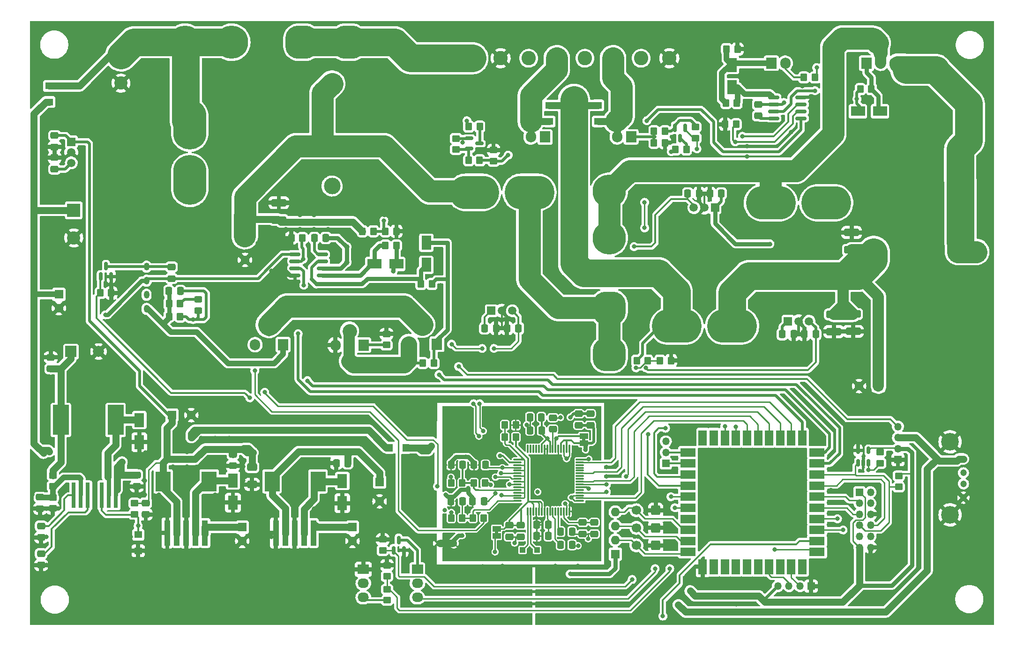
<source format=gtl>
%TF.GenerationSoftware,KiCad,Pcbnew,(6.0.0-rc1-489-g57af990066)*%
%TF.CreationDate,2021-12-17T02:29:24+00:00*%
%TF.ProjectId,solarpump_main,736f6c61-7270-4756-9d70-5f6d61696e2e,1.0*%
%TF.SameCoordinates,Original*%
%TF.FileFunction,Copper,L1,Top*%
%TF.FilePolarity,Positive*%
%FSLAX46Y46*%
G04 Gerber Fmt 4.6, Leading zero omitted, Abs format (unit mm)*
G04 Created by KiCad (PCBNEW (6.0.0-rc1-489-g57af990066)) date 2021-12-17 02:29:24*
%MOMM*%
%LPD*%
G01*
G04 APERTURE LIST*
G04 Aperture macros list*
%AMRoundRect*
0 Rectangle with rounded corners*
0 $1 Rounding radius*
0 $2 $3 $4 $5 $6 $7 $8 $9 X,Y pos of 4 corners*
0 Add a 4 corners polygon primitive as box body*
4,1,4,$2,$3,$4,$5,$6,$7,$8,$9,$2,$3,0*
0 Add four circle primitives for the rounded corners*
1,1,$1+$1,$2,$3*
1,1,$1+$1,$4,$5*
1,1,$1+$1,$6,$7*
1,1,$1+$1,$8,$9*
0 Add four rect primitives between the rounded corners*
20,1,$1+$1,$2,$3,$4,$5,0*
20,1,$1+$1,$4,$5,$6,$7,0*
20,1,$1+$1,$6,$7,$8,$9,0*
20,1,$1+$1,$8,$9,$2,$3,0*%
%AMHorizOval*
0 Thick line with rounded ends*
0 $1 width*
0 $2 $3 position (X,Y) of the first rounded end (center of the circle)*
0 $4 $5 position (X,Y) of the second rounded end (center of the circle)*
0 Add line between two ends*
20,1,$1,$2,$3,$4,$5,0*
0 Add two circle primitives to create the rounded ends*
1,1,$1,$2,$3*
1,1,$1,$4,$5*%
G04 Aperture macros list end*
%TA.AperFunction,SMDPad,CuDef*%
%ADD10RoundRect,0.250000X0.450000X-0.350000X0.450000X0.350000X-0.450000X0.350000X-0.450000X-0.350000X0*%
%TD*%
%TA.AperFunction,SMDPad,CuDef*%
%ADD11RoundRect,0.250000X-0.475000X0.337500X-0.475000X-0.337500X0.475000X-0.337500X0.475000X0.337500X0*%
%TD*%
%TA.AperFunction,ComponentPad*%
%ADD12C,0.700000*%
%TD*%
%TA.AperFunction,HeatsinkPad*%
%ADD13C,4.400000*%
%TD*%
%TA.AperFunction,ComponentPad*%
%ADD14R,1.600000X1.600000*%
%TD*%
%TA.AperFunction,ComponentPad*%
%ADD15C,1.600000*%
%TD*%
%TA.AperFunction,ComponentPad*%
%ADD16C,1.200000*%
%TD*%
%TA.AperFunction,ComponentPad*%
%ADD17C,3.200000*%
%TD*%
%TA.AperFunction,SMDPad,CuDef*%
%ADD18R,0.800000X4.600000*%
%TD*%
%TA.AperFunction,SMDPad,CuDef*%
%ADD19R,10.800000X9.400000*%
%TD*%
%TA.AperFunction,SMDPad,CuDef*%
%ADD20RoundRect,0.150000X0.825000X0.150000X-0.825000X0.150000X-0.825000X-0.150000X0.825000X-0.150000X0*%
%TD*%
%TA.AperFunction,SMDPad,CuDef*%
%ADD21RoundRect,0.250000X0.350000X0.450000X-0.350000X0.450000X-0.350000X-0.450000X0.350000X-0.450000X0*%
%TD*%
%TA.AperFunction,SMDPad,CuDef*%
%ADD22RoundRect,0.250000X0.337500X0.475000X-0.337500X0.475000X-0.337500X-0.475000X0.337500X-0.475000X0*%
%TD*%
%TA.AperFunction,ComponentPad*%
%ADD23RoundRect,0.250000X0.600000X0.600000X-0.600000X0.600000X-0.600000X-0.600000X0.600000X-0.600000X0*%
%TD*%
%TA.AperFunction,ComponentPad*%
%ADD24C,1.700000*%
%TD*%
%TA.AperFunction,SMDPad,CuDef*%
%ADD25RoundRect,0.250000X0.475000X-0.337500X0.475000X0.337500X-0.475000X0.337500X-0.475000X-0.337500X0*%
%TD*%
%TA.AperFunction,SMDPad,CuDef*%
%ADD26RoundRect,0.150000X0.150000X-0.587500X0.150000X0.587500X-0.150000X0.587500X-0.150000X-0.587500X0*%
%TD*%
%TA.AperFunction,SMDPad,CuDef*%
%ADD27RoundRect,0.250000X-0.450000X0.350000X-0.450000X-0.350000X0.450000X-0.350000X0.450000X0.350000X0*%
%TD*%
%TA.AperFunction,ComponentPad*%
%ADD28R,1.500000X1.500000*%
%TD*%
%TA.AperFunction,ComponentPad*%
%ADD29C,1.500000*%
%TD*%
%TA.AperFunction,ComponentPad*%
%ADD30HorizOval,0.800000X0.000000X0.000000X0.000000X0.000000X0*%
%TD*%
%TA.AperFunction,ComponentPad*%
%ADD31C,0.800000*%
%TD*%
%TA.AperFunction,ComponentPad*%
%ADD32O,9.000000X6.000000*%
%TD*%
%TA.AperFunction,ComponentPad*%
%ADD33HorizOval,0.800000X0.000000X0.000000X0.000000X0.000000X0*%
%TD*%
%TA.AperFunction,SMDPad,CuDef*%
%ADD34R,1.800000X2.500000*%
%TD*%
%TA.AperFunction,SMDPad,CuDef*%
%ADD35RoundRect,0.250000X-0.337500X-0.475000X0.337500X-0.475000X0.337500X0.475000X-0.337500X0.475000X0*%
%TD*%
%TA.AperFunction,SMDPad,CuDef*%
%ADD36R,1.100000X4.600000*%
%TD*%
%TA.AperFunction,HeatsinkPad*%
%ADD37R,10.800000X9.400000*%
%TD*%
%TA.AperFunction,ComponentPad*%
%ADD38C,3.000000*%
%TD*%
%TA.AperFunction,ComponentPad*%
%ADD39C,1.350000*%
%TD*%
%TA.AperFunction,SMDPad,CuDef*%
%ADD40R,2.800000X1.500000*%
%TD*%
%TA.AperFunction,ComponentPad*%
%ADD41O,1.350000X1.350000*%
%TD*%
%TA.AperFunction,SMDPad,CuDef*%
%ADD42R,1.500000X2.800000*%
%TD*%
%TA.AperFunction,ComponentPad*%
%ADD43O,1.000000X1.400000*%
%TD*%
%TA.AperFunction,ComponentPad*%
%ADD44C,1.300000*%
%TD*%
%TA.AperFunction,ComponentPad*%
%ADD45R,1.350000X1.350000*%
%TD*%
%TA.AperFunction,ComponentPad*%
%ADD46R,1.905000X2.000000*%
%TD*%
%TA.AperFunction,ComponentPad*%
%ADD47O,1.905000X2.000000*%
%TD*%
%TA.AperFunction,SMDPad,CuDef*%
%ADD48RoundRect,0.250000X-0.350000X-0.450000X0.350000X-0.450000X0.350000X0.450000X-0.350000X0.450000X0*%
%TD*%
%TA.AperFunction,SMDPad,CuDef*%
%ADD49RoundRect,0.150000X0.150000X-0.512500X0.150000X0.512500X-0.150000X0.512500X-0.150000X-0.512500X0*%
%TD*%
%TA.AperFunction,SMDPad,CuDef*%
%ADD50R,1.300000X1.400000*%
%TD*%
%TA.AperFunction,ComponentPad*%
%ADD51R,2.030000X1.730000*%
%TD*%
%TA.AperFunction,ComponentPad*%
%ADD52O,2.030000X1.730000*%
%TD*%
%TA.AperFunction,ComponentPad*%
%ADD53RoundRect,2.400000X-0.600000X0.600000X-0.600000X-0.600000X0.600000X-0.600000X0.600000X0.600000X0*%
%TD*%
%TA.AperFunction,ComponentPad*%
%ADD54RoundRect,2.400000X0.600000X0.600000X-0.600000X0.600000X-0.600000X-0.600000X0.600000X-0.600000X0*%
%TD*%
%TA.AperFunction,ComponentPad*%
%ADD55C,6.000000*%
%TD*%
%TA.AperFunction,SMDPad,CuDef*%
%ADD56R,1.500000X1.000000*%
%TD*%
%TA.AperFunction,SMDPad,CuDef*%
%ADD57R,1.400000X1.300000*%
%TD*%
%TA.AperFunction,SMDPad,CuDef*%
%ADD58RoundRect,0.250000X0.450000X-0.325000X0.450000X0.325000X-0.450000X0.325000X-0.450000X-0.325000X0*%
%TD*%
%TA.AperFunction,ComponentPad*%
%ADD59R,2.400000X2.400000*%
%TD*%
%TA.AperFunction,ComponentPad*%
%ADD60C,2.400000*%
%TD*%
%TA.AperFunction,SMDPad,CuDef*%
%ADD61R,2.700000X3.600000*%
%TD*%
%TA.AperFunction,ComponentPad*%
%ADD62O,1.600000X1.600000*%
%TD*%
%TA.AperFunction,ComponentPad*%
%ADD63R,2.000000X2.000000*%
%TD*%
%TA.AperFunction,ComponentPad*%
%ADD64C,2.000000*%
%TD*%
%TA.AperFunction,SMDPad,CuDef*%
%ADD65RoundRect,0.075000X-0.662500X-0.075000X0.662500X-0.075000X0.662500X0.075000X-0.662500X0.075000X0*%
%TD*%
%TA.AperFunction,SMDPad,CuDef*%
%ADD66RoundRect,0.075000X-0.075000X-0.662500X0.075000X-0.662500X0.075000X0.662500X-0.075000X0.662500X0*%
%TD*%
%TA.AperFunction,SMDPad,CuDef*%
%ADD67RoundRect,0.150000X-0.150000X0.587500X-0.150000X-0.587500X0.150000X-0.587500X0.150000X0.587500X0*%
%TD*%
%TA.AperFunction,SMDPad,CuDef*%
%ADD68R,2.900000X5.400000*%
%TD*%
%TA.AperFunction,SMDPad,CuDef*%
%ADD69RoundRect,0.250000X1.100000X-0.412500X1.100000X0.412500X-1.100000X0.412500X-1.100000X-0.412500X0*%
%TD*%
%TA.AperFunction,SMDPad,CuDef*%
%ADD70RoundRect,0.150000X-0.587500X-0.150000X0.587500X-0.150000X0.587500X0.150000X-0.587500X0.150000X0*%
%TD*%
%TA.AperFunction,SMDPad,CuDef*%
%ADD71RoundRect,0.250000X-1.100000X0.412500X-1.100000X-0.412500X1.100000X-0.412500X1.100000X0.412500X0*%
%TD*%
%TA.AperFunction,SMDPad,CuDef*%
%ADD72R,2.500000X1.800000*%
%TD*%
%TA.AperFunction,ComponentPad*%
%ADD73HorizOval,0.800000X0.000000X0.000000X0.000000X0.000000X0*%
%TD*%
%TA.AperFunction,ComponentPad*%
%ADD74HorizOval,0.800000X0.000000X0.000000X0.000000X0.000000X0*%
%TD*%
%TA.AperFunction,ComponentPad*%
%ADD75R,2.600000X2.600000*%
%TD*%
%TA.AperFunction,ComponentPad*%
%ADD76C,2.600000*%
%TD*%
%TA.AperFunction,SMDPad,CuDef*%
%ADD77RoundRect,0.250000X-0.650000X0.412500X-0.650000X-0.412500X0.650000X-0.412500X0.650000X0.412500X0*%
%TD*%
%TA.AperFunction,SMDPad,CuDef*%
%ADD78R,1.000000X1.000000*%
%TD*%
%TA.AperFunction,SMDPad,CuDef*%
%ADD79RoundRect,0.150000X-0.825000X-0.150000X0.825000X-0.150000X0.825000X0.150000X-0.825000X0.150000X0*%
%TD*%
%TA.AperFunction,ComponentPad*%
%ADD80HorizOval,0.800000X0.000000X0.000000X0.000000X0.000000X0*%
%TD*%
%TA.AperFunction,ComponentPad*%
%ADD81O,6.000000X9.000000*%
%TD*%
%TA.AperFunction,ComponentPad*%
%ADD82HorizOval,0.800000X0.000000X0.000000X0.000000X0.000000X0*%
%TD*%
%TA.AperFunction,ComponentPad*%
%ADD83RoundRect,2.400000X0.600000X-0.600000X0.600000X0.600000X-0.600000X0.600000X-0.600000X-0.600000X0*%
%TD*%
%TA.AperFunction,ViaPad*%
%ADD84C,0.800000*%
%TD*%
%TA.AperFunction,ViaPad*%
%ADD85C,1.000000*%
%TD*%
%TA.AperFunction,ViaPad*%
%ADD86C,4.000000*%
%TD*%
%TA.AperFunction,Conductor*%
%ADD87C,1.270000*%
%TD*%
%TA.AperFunction,Conductor*%
%ADD88C,0.750000*%
%TD*%
%TA.AperFunction,Conductor*%
%ADD89C,1.000000*%
%TD*%
%TA.AperFunction,Conductor*%
%ADD90C,0.500000*%
%TD*%
%TA.AperFunction,Conductor*%
%ADD91C,2.000000*%
%TD*%
%TA.AperFunction,Conductor*%
%ADD92C,3.000000*%
%TD*%
%TA.AperFunction,Conductor*%
%ADD93C,2.650000*%
%TD*%
%TA.AperFunction,Conductor*%
%ADD94C,0.330000*%
%TD*%
%TA.AperFunction,Conductor*%
%ADD95C,0.250000*%
%TD*%
%TA.AperFunction,Conductor*%
%ADD96C,0.660000*%
%TD*%
%TA.AperFunction,Conductor*%
%ADD97C,5.000000*%
%TD*%
%TA.AperFunction,Conductor*%
%ADD98C,4.000000*%
%TD*%
%TA.AperFunction,Conductor*%
%ADD99C,2.540000*%
%TD*%
G04 APERTURE END LIST*
%TO.C,NT1*%
G36*
X94548000Y-154980400D02*
G01*
X91948000Y-154980400D01*
X91948000Y-153680400D01*
X94548000Y-153680400D01*
X94548000Y-154980400D01*
G37*
%TO.C,JP2*%
G36*
X118308400Y-135835200D02*
G01*
X117708400Y-135835200D01*
X117708400Y-135335200D01*
X118308400Y-135335200D01*
X118308400Y-135835200D01*
G37*
%TO.C,JP1*%
G36*
X102560400Y-152573800D02*
G01*
X101960400Y-152573800D01*
X101960400Y-152073800D01*
X102560400Y-152073800D01*
X102560400Y-152573800D01*
G37*
%TD*%
D10*
%TO.P,R19,1*%
%TO.N,/MCU/Fan_En+*%
X81681235Y-155605600D03*
%TO.P,R19,2*%
%TO.N,GND*%
X81681235Y-153605600D03*
%TD*%
D11*
%TO.P,C26,1*%
%TO.N,Net-(C26-Pad1)*%
X19981235Y-151178500D03*
%TO.P,C26,2*%
%TO.N,GND*%
X19981235Y-153253500D03*
%TD*%
D12*
%TO.P,HS4,1*%
%TO.N,GND*%
X139105000Y-65191000D03*
D13*
X139105000Y-63541000D03*
D12*
X139105000Y-61891000D03*
X140271726Y-64707726D03*
X137938274Y-62374274D03*
X140755000Y-63541000D03*
X137938274Y-64707726D03*
X137455000Y-63541000D03*
X140271726Y-62374274D03*
%TD*%
D14*
%TO.P,CP7,1*%
%TO.N,Net-(C40-Pad1)*%
X171255000Y-125891000D03*
D15*
%TO.P,CP7,2*%
%TO.N,GND*%
X167755000Y-125891000D03*
%TD*%
D11*
%TO.P,C27,1*%
%TO.N,Net-(C27-Pad1)*%
X19981235Y-156178500D03*
%TO.P,C27,2*%
%TO.N,GND*%
X19981235Y-158253500D03*
%TD*%
D16*
%TO.P,J4,1,VBUS*%
%TO.N,+5V*%
X186594635Y-139066000D03*
%TO.P,J4,2,D-*%
%TO.N,/MCU/USB_D-*%
X186594635Y-141566000D03*
%TO.P,J4,3,D+*%
%TO.N,/MCU/USB_D+*%
X186594635Y-143566000D03*
%TO.P,J4,4,GND*%
%TO.N,GND*%
X186594635Y-146066000D03*
D17*
%TO.P,J4,5,Shield*%
X184194635Y-149166000D03*
X184194635Y-135966000D03*
%TD*%
D18*
%TO.P,U7,1,VIN*%
%TO.N,+BATT*%
X33491235Y-145641000D03*
%TO.P,U7,2,OUT*%
%TO.N,Net-(D6-Pad1)*%
X32221235Y-145641000D03*
%TO.P,U7,3,Flag*%
%TO.N,/MCU/~{REG_ERR}*%
X30951235Y-145641000D03*
D19*
%TO.P,U7,4,Gnd*%
%TO.N,GND*%
X29681235Y-154791000D03*
D18*
X29681235Y-145641000D03*
%TO.P,U7,5,Delay*%
%TO.N,Net-(C27-Pad1)*%
X28411235Y-145641000D03*
%TO.P,U7,6,FB*%
%TO.N,Net-(C28-Pad1)*%
X27141235Y-145641000D03*
%TO.P,U7,7,~{SD}/SS*%
%TO.N,Net-(C26-Pad1)*%
X25871235Y-145641000D03*
%TD*%
D20*
%TO.P,U11,1,VCC*%
%TO.N,+12V*%
X157281835Y-77516600D03*
%TO.P,U11,2,HIN*%
%TO.N,/MCU/BUCK_PWMhi*%
X157281835Y-76246600D03*
%TO.P,U11,3,~{LIN}*%
%TO.N,/MCU/BUCK_PWMlo*%
X157281835Y-74976600D03*
%TO.P,U11,4,GND*%
%TO.N,GND*%
X157281835Y-73706600D03*
%TO.P,U11,5,LVG*%
%TO.N,/OUTPUT/OUT_Lvg*%
X152331835Y-73706600D03*
%TO.P,U11,6,OUT*%
%TO.N,/OUTPUT/OUT_Com*%
X152331835Y-74976600D03*
%TO.P,U11,7,HVG*%
%TO.N,/OUTPUT/OUT_Hvg*%
X152331835Y-76246600D03*
%TO.P,U11,8,BOOT*%
%TO.N,Net-(C39-Pad1)*%
X152331835Y-77516600D03*
%TD*%
D21*
%TO.P,R41,1*%
%TO.N,Net-(Q11-Pad1)*%
X99205000Y-85091000D03*
%TO.P,R41,2*%
%TO.N,Net-(Q9-Pad2)*%
X97205000Y-85091000D03*
%TD*%
D22*
%TO.P,C18,1*%
%TO.N,/MPPT/SOLR_IN_M*%
X45118735Y-108716000D03*
%TO.P,C18,2*%
%TO.N,/MPPT/BACK_gate*%
X43043735Y-108716000D03*
%TD*%
D23*
%TO.P,TH1,1*%
%TO.N,GND*%
X131020155Y-154686000D03*
D24*
%TO.P,TH1,2*%
%TO.N,Net-(MCU1-Pad30)*%
X127520155Y-154686000D03*
%TD*%
D11*
%TO.P,C8,1*%
%TO.N,GND*%
X119227600Y-130890100D03*
%TO.P,C8,2*%
%TO.N,+3V3*%
X119227600Y-132965100D03*
%TD*%
D25*
%TO.P,C29,1*%
%TO.N,+12V*%
X21710835Y-122775500D03*
%TO.P,C29,2*%
%TO.N,GND*%
X21710835Y-120700500D03*
%TD*%
D26*
%TO.P,Q4,1,G*%
%TO.N,/MCU/MPPT_BACKen*%
X30731235Y-106078500D03*
%TO.P,Q4,2,S*%
%TO.N,GND*%
X32631235Y-106078500D03*
%TO.P,Q4,3,D*%
%TO.N,Net-(C19-Pad1)*%
X31681235Y-104203500D03*
%TD*%
D27*
%TO.P,R20,1*%
%TO.N,+3V3*%
X36849235Y-147052400D03*
%TO.P,R20,2*%
%TO.N,/MCU/~{REG_ERR}*%
X36849235Y-149052400D03*
%TD*%
D28*
%TO.P,U6,1,VCC*%
%TO.N,+3V3*%
X101289675Y-112277630D03*
D29*
%TO.P,U6,2,GND*%
%TO.N,GND*%
X103199675Y-112277630D03*
%TO.P,U6,3,VIOUT*%
%TO.N,/MCU/VCurrent_Load*%
X105109675Y-112277630D03*
D30*
%TO.P,U6,4,IP+*%
%TO.N,/MPPT/MPPT_OUT_M*%
X104249675Y-90247630D03*
D31*
X112149675Y-90247630D03*
X104999675Y-92537630D03*
X104999675Y-89217630D03*
X106199675Y-88827630D03*
X110199675Y-88827630D03*
X107529675Y-88827630D03*
X111399675Y-89217630D03*
X107529675Y-92927630D03*
D32*
X108199675Y-90877630D03*
D31*
X108869675Y-88827630D03*
X111399675Y-92537630D03*
D33*
X104249675Y-91507630D03*
D31*
X108869675Y-92927630D03*
X110199675Y-92927630D03*
X112149675Y-91507630D03*
X106199675Y-92927630D03*
%TO.P,U6,5,IP-*%
%TO.N,MPPT_OUT*%
X98869675Y-88827630D03*
X100199675Y-92927630D03*
X94249675Y-91507630D03*
D30*
X102149675Y-91507630D03*
D31*
X98869675Y-92927630D03*
X96199675Y-92927630D03*
X101399675Y-92537630D03*
X100199675Y-88827630D03*
X94999675Y-89217630D03*
X101399675Y-89217630D03*
D32*
X98199675Y-90877630D03*
D31*
X94249675Y-90247630D03*
X96199675Y-88827630D03*
D33*
X102149675Y-90247630D03*
D31*
X97529675Y-88827630D03*
X97529675Y-92927630D03*
X94999675Y-92537630D03*
%TD*%
D34*
%TO.P,D10,1,K*%
%TO.N,/OUTPUT/OUT_Lvg*%
X144799235Y-71871200D03*
%TO.P,D10,2,A*%
%TO.N,Net-(D10-Pad2)*%
X144799235Y-67871200D03*
%TD*%
D35*
%TO.P,C1,1*%
%TO.N,GNDA*%
X109520155Y-152984070D03*
%TO.P,C1,2*%
%TO.N,Net-(C1-Pad2)*%
X111595155Y-152984070D03*
%TD*%
D10*
%TO.P,R5,1*%
%TO.N,Net-(J8-Pad3)*%
X82481235Y-164616000D03*
%TO.P,R5,2*%
%TO.N,/MCU/Flow_Sig*%
X82481235Y-162616000D03*
%TD*%
D23*
%TO.P,TH3,1*%
%TO.N,GND*%
X131020155Y-148336000D03*
D24*
%TO.P,TH3,2*%
%TO.N,Net-(MCU1-Pad28)*%
X127520155Y-148336000D03*
%TD*%
D36*
%TO.P,U9,1,VIN*%
%TO.N,+12V*%
X49581235Y-152441000D03*
%TO.P,U9,2,OUT*%
%TO.N,Net-(D8-Pad1)*%
X47881235Y-152441000D03*
%TO.P,U9,3,GND*%
%TO.N,GND*%
X46181235Y-152441000D03*
D37*
X46181235Y-161591000D03*
D36*
%TO.P,U9,4,FB*%
%TO.N,+3V3*%
X44481235Y-152441000D03*
%TO.P,U9,5,~{ON}/OFF*%
%TO.N,GND*%
X42781235Y-152441000D03*
%TD*%
D38*
%TO.P,L1,1,1*%
%TO.N,MPPT_Com*%
X72536235Y-89734000D03*
%TO.P,L1,2,2*%
%TO.N,MPPT_OUT*%
X72536235Y-71234000D03*
%TD*%
D39*
%TO.P,MCU1,1,GPIO0/PWM0A/UART0TX/I2C0SDA/SPI0RX*%
%TO.N,/MCU/Fan_En+*%
X159505000Y-155891000D03*
D40*
X160155000Y-155891000D03*
D41*
%TO.P,MCU1,2,GPIO1/PWM0B/UART0RX/I2C0SCL/SPI0CSn*%
%TO.N,/MCU/~{REG_ERR}*%
X159505000Y-153891000D03*
D40*
X160155000Y-153891000D03*
D41*
%TO.P,MCU1,3,GPIO2/PWM1A/I2C1SDA/SPI0SCK*%
%TO.N,/MCU/SPI_CLK*%
X159505000Y-151891000D03*
D40*
X160155000Y-151891000D03*
D41*
%TO.P,MCU1,4,GPIO3/PWM1B/I2C1SCL/SPI0TX*%
%TO.N,/MCU/SPI_MOSI*%
X159505000Y-149891000D03*
D40*
X160155000Y-149891000D03*
D41*
%TO.P,MCU1,5,GPIO4/PWM2A/UART1TX/I2C0SDA/SPI0RX*%
%TO.N,/MCU/SPI_MISO*%
X159505000Y-147891000D03*
D40*
X160155000Y-147891000D03*
%TO.P,MCU1,6,GPIO5/PWM2B/UART1RX/I2C0SCL/SPI0CSn*%
%TO.N,/MCU/SPI_CS*%
X160155000Y-145891000D03*
D41*
X159505000Y-145891000D03*
D40*
%TO.P,MCU1,7,GPIO6/PWM3A/I2C1SDA/SPI0SCK*%
%TO.N,/MCU/I2C_SDA*%
X160155000Y-143891000D03*
D41*
X159505000Y-143891000D03*
D40*
%TO.P,MCU1,8,GPIO7/PWM3B/I2C1SCL/SPI0TX*%
%TO.N,/MCU/I2C_SCL*%
X160155000Y-141891000D03*
D41*
X159505000Y-141891000D03*
D40*
%TO.P,MCU1,9,GPIO8/PWM4A/UART1TX/I2C0SDA/SPI1RX*%
%TO.N,/MCU/MPPT_BACKen*%
X160155000Y-139891000D03*
D41*
X159505000Y-139891000D03*
%TO.P,MCU1,10,GPIO9/PWM4B/UART1RX/I2C0SCL/SPI1CSn*%
%TO.N,/MCU/MPPT_PWMhi*%
X159505000Y-137891000D03*
D40*
X160155000Y-137891000D03*
D42*
%TO.P,MCU1,11,GPIO10/PWM5A/I2C1SDA/SPI1SCK*%
%TO.N,/MCU/MPPT_PWMlo*%
X157505000Y-135241000D03*
D41*
X157505000Y-135891000D03*
D42*
%TO.P,MCU1,12,GPIO11/PWM5B/I2C1SCL/SPI1TX*%
%TO.N,Net-(MCU1-Pad12)*%
X155505000Y-135241000D03*
D41*
X155505000Y-135891000D03*
%TO.P,MCU1,13,GPIO12/PWM6A/UART0TX/I2C0SDA/SPI1RX*%
%TO.N,Net-(MCU1-Pad13)*%
X153505000Y-135891000D03*
D42*
X153505000Y-135241000D03*
D41*
%TO.P,MCU1,14,GPIO13/PWM6B/UART0RX/I2C0SCL/SPI1CSn*%
%TO.N,Net-(MCU1-Pad14)*%
X151505000Y-135891000D03*
D42*
X151505000Y-135241000D03*
%TO.P,MCU1,15,GPIO14/PWM7A/I2C1SDA/SPI1SCK*%
%TO.N,Net-(MCU1-Pad15)*%
X149505000Y-135241000D03*
D41*
X149505000Y-135891000D03*
D42*
%TO.P,MCU1,16,GPIO15/PWM7B/I2C1SCL/SPI1TX*%
%TO.N,Net-(MCU1-Pad16)*%
X147505000Y-135241000D03*
D41*
X147505000Y-135891000D03*
D42*
%TO.P,MCU1,17,GPIO16/PWM0A/UART0TX/SPI0RX*%
%TO.N,/MCU/BUCK_PWMlo*%
X145505000Y-135241000D03*
D41*
X145505000Y-135891000D03*
%TO.P,MCU1,18,GPIO17/PWM0B/UART0RX/SPI0CSn*%
%TO.N,/MCU/BUCK_PWMhi*%
X143505000Y-135891000D03*
D42*
X143505000Y-135241000D03*
D41*
%TO.P,MCU1,19,GPIO18/PWM1A/I2C1SDA/SPI0SCK*%
%TO.N,/MCU/I2C_INT*%
X141505000Y-135891000D03*
D42*
X141505000Y-135241000D03*
%TO.P,MCU1,20,GPIO19/PWM1B/I2C1SCL/SPI0TX*%
%TO.N,/MCU/UART_ST*%
X139505000Y-135241000D03*
D41*
X139505000Y-135891000D03*
%TO.P,MCU1,21,GPIO20/PWM2A/UART1TX/CLKIN0*%
%TO.N,/MCU/UART_TX*%
X137505000Y-137891000D03*
D40*
X136855000Y-137891000D03*
D41*
%TO.P,MCU1,22,GPIO21/PWM2B/UART1RX/CLKOUT0*%
%TO.N,/MCU/UART_RX*%
X137505000Y-139891000D03*
D40*
X136855000Y-139891000D03*
D41*
%TO.P,MCU1,23,GPIO22/PWM3A/UART1CTS/CLKIN1*%
%TO.N,/MCU/Enable_Aux*%
X137505000Y-141891000D03*
D40*
X136855000Y-141891000D03*
D41*
%TO.P,MCU1,24,GPIO23/PWM3B/UART1RTS/CLKOUT1*%
%TO.N,/MCU/Enable_Pump*%
X137505000Y-143891000D03*
D40*
X136855000Y-143891000D03*
%TO.P,MCU1,25,GPIO24/PWM4A/UART1TX/CLKOUT2*%
%TO.N,/MCU/Fan_Pwm*%
X136855000Y-145891000D03*
D41*
X137505000Y-145891000D03*
%TO.P,MCU1,26,GPIO25/PWM4B/UART1RX/CLKOUT3*%
%TO.N,/MCU/Flow_Sig*%
X137505000Y-147891000D03*
D40*
X136855000Y-147891000D03*
%TO.P,MCU1,27,GPIO26/ADC0*%
%TO.N,/MCU/GPIO26*%
X136855000Y-149891000D03*
D41*
X137505000Y-149891000D03*
%TO.P,MCU1,28,GPIO27/ADC1*%
%TO.N,Net-(MCU1-Pad28)*%
X137505000Y-151891000D03*
D40*
X136855000Y-151891000D03*
D41*
%TO.P,MCU1,29,GPIO28/ADC3*%
%TO.N,Net-(MCU1-Pad29)*%
X137505000Y-153891000D03*
D40*
X136855000Y-153891000D03*
D41*
%TO.P,MCU1,30,GPIO29/ADC4*%
%TO.N,Net-(MCU1-Pad30)*%
X137505000Y-155891000D03*
D40*
X136855000Y-155891000D03*
D42*
%TO.P,MCU1,31,GND*%
%TO.N,GND*%
X139505000Y-158541000D03*
D41*
X139505000Y-157891000D03*
%TO.P,MCU1,32,VBAT*%
%TO.N,unconnected-(MCU1-Pad32)*%
X141505000Y-157891000D03*
D42*
X141505000Y-158541000D03*
D41*
%TO.P,MCU1,33,5V*%
%TO.N,+5V*%
X143505000Y-157891000D03*
D42*
X143505000Y-158541000D03*
%TO.P,MCU1,34,3V3_out*%
%TO.N,unconnected-(MCU1-Pad34)*%
X145505000Y-158541000D03*
D41*
X145505000Y-157891000D03*
D42*
%TO.P,MCU1,35,USB_D-*%
%TO.N,/MCU/USB_D-*%
X147505000Y-158541000D03*
D41*
X147505000Y-157891000D03*
%TO.P,MCU1,36,USB_D+*%
%TO.N,/MCU/USB_D+*%
X149505000Y-157891000D03*
D42*
X149505000Y-158541000D03*
%TO.P,MCU1,37,SWDIO*%
%TO.N,/MCU/SWDIO*%
X151505000Y-158541000D03*
D41*
X151505000Y-157891000D03*
%TO.P,MCU1,38,BOOTSEL*%
%TO.N,unconnected-(MCU1-Pad38)*%
X153505000Y-157891000D03*
D42*
X153505000Y-158541000D03*
D41*
%TO.P,MCU1,39,SWCLK*%
%TO.N,/MCU/SWCLK*%
X155505000Y-157891000D03*
D42*
X155505000Y-158541000D03*
D41*
%TO.P,MCU1,40,~{RESET}*%
%TO.N,/MCU/~{RESET}*%
X157505000Y-157891000D03*
D42*
X157505000Y-158541000D03*
%TD*%
D43*
%TO.P,U5,1,-Vin*%
%TO.N,Net-(C19-Pad1)*%
X39031235Y-104316000D03*
%TO.P,U5,2,+Vin*%
%TO.N,+12V*%
X39031235Y-106856000D03*
%TO.P,U5,3,-Vout*%
%TO.N,/MPPT/SOLR_IN_M*%
X39031235Y-109396000D03*
%TO.P,U5,4,+Vout*%
%TO.N,/MPPT/BACK_gate*%
X39031235Y-111936000D03*
%TD*%
D14*
%TO.P,CP6,1*%
%TO.N,+3V3*%
X43605635Y-131136000D03*
D15*
%TO.P,CP6,2*%
%TO.N,GND*%
X47105635Y-131136000D03*
%TD*%
D21*
%TO.P,R13,1*%
%TO.N,Net-(D4-Pad2)*%
X84178835Y-100503600D03*
%TO.P,R13,2*%
%TO.N,/MPPT/MPPT_Lvg*%
X82178835Y-100503600D03*
%TD*%
D44*
%TO.P,NT1,1,1*%
%TO.N,GND*%
X91948000Y-154330400D03*
%TO.P,NT1,2,2*%
%TO.N,GNDA*%
X94548000Y-154330400D03*
%TD*%
D21*
%TO.P,R33,1*%
%TO.N,Net-(D9-Pad2)*%
X159781235Y-70116000D03*
%TO.P,R33,2*%
%TO.N,/OUTPUT/OUT_Com*%
X157781235Y-70116000D03*
%TD*%
D45*
%TO.P,J5,1,Pin_1*%
%TO.N,+3V3*%
X167820155Y-145059070D03*
D41*
%TO.P,J5,2,Pin_2*%
%TO.N,/MCU/SPI_MOSI*%
X169820155Y-145059070D03*
%TO.P,J5,3,Pin_3*%
%TO.N,/MCU/SPI_CS*%
X167820155Y-147059070D03*
%TO.P,J5,4,Pin_4*%
%TO.N,/MCU/SPI_CLK*%
X169820155Y-147059070D03*
%TO.P,J5,5,Pin_5*%
%TO.N,/MCU/SPI_MISO*%
X167820155Y-149059070D03*
%TO.P,J5,6,Pin_6*%
%TO.N,GND*%
X169820155Y-149059070D03*
%TO.P,J5,7,Pin_7*%
%TO.N,/MCU/I2C_SCL*%
X167820155Y-151059070D03*
%TO.P,J5,8,Pin_8*%
%TO.N,/MCU/I2C_SDA*%
X169820155Y-151059070D03*
%TO.P,J5,9,Pin_9*%
%TO.N,/MCU/I2C_INT*%
X167820155Y-153059070D03*
%TO.P,J5,10,Pin_10*%
%TO.N,/MCU/~{RESET}*%
X169820155Y-153059070D03*
%TO.P,J5,11,Pin_11*%
%TO.N,+3V3*%
X167820155Y-155059070D03*
%TO.P,J5,12,Pin_12*%
%TO.N,GND*%
X169820155Y-155059070D03*
%TD*%
D23*
%TO.P,TH2,1*%
%TO.N,GND*%
X131020155Y-151511000D03*
D24*
%TO.P,TH2,2*%
%TO.N,Net-(MCU1-Pad29)*%
X127520155Y-151511000D03*
%TD*%
D46*
%TO.P,Q2,1,G*%
%TO.N,Net-(D3-Pad2)*%
X91495000Y-118333500D03*
D47*
%TO.P,Q2,2,D*%
%TO.N,MPPT_IN*%
X88955000Y-115793500D03*
%TO.P,Q2,3,S*%
%TO.N,MPPT_Com*%
X86415000Y-118333500D03*
%TD*%
D48*
%TO.P,R46,1*%
%TO.N,/BATTERY/VBat+*%
X98176235Y-143416000D03*
%TO.P,R46,2*%
%TO.N,GND*%
X100176235Y-143416000D03*
%TD*%
%TO.P,R36,1*%
%TO.N,/MCU/VOutput+*%
X131791200Y-121291000D03*
%TO.P,R36,2*%
%TO.N,GND*%
X133791200Y-121291000D03*
%TD*%
D11*
%TO.P,C28,1*%
%TO.N,Net-(C28-Pad1)*%
X19781235Y-145978500D03*
%TO.P,C28,2*%
%TO.N,GND*%
X19781235Y-148053500D03*
%TD*%
D35*
%TO.P,C48,1*%
%TO.N,+3V3*%
X153867500Y-116516000D03*
%TO.P,C48,2*%
%TO.N,GND*%
X155942500Y-116516000D03*
%TD*%
D25*
%TO.P,C13,1*%
%TO.N,GND*%
X119922175Y-152615130D03*
%TO.P,C13,2*%
%TO.N,Net-(C12-Pad2)*%
X119922175Y-150540130D03*
%TD*%
D21*
%TO.P,R8,1*%
%TO.N,/MCU/VSolr+*%
X96055000Y-149741000D03*
%TO.P,R8,2*%
%TO.N,GND*%
X94055000Y-149741000D03*
%TD*%
%TO.P,R39,1*%
%TO.N,Net-(Q9-Pad3)*%
X99217500Y-78991000D03*
%TO.P,R39,2*%
%TO.N,+12V*%
X97217500Y-78991000D03*
%TD*%
D22*
%TO.P,C44,1*%
%TO.N,/MCU/VOutput+*%
X100243735Y-140141000D03*
%TO.P,C44,2*%
%TO.N,GNDA*%
X98168735Y-140141000D03*
%TD*%
D45*
%TO.P,J13,1,Pin_1*%
%TO.N,GND*%
X159080200Y-162052000D03*
D41*
%TO.P,J13,2,Pin_2*%
%TO.N,/MCU/SWCLK*%
X157080200Y-162052000D03*
%TO.P,J13,3,Pin_3*%
%TO.N,/MCU/SWDIO*%
X155080200Y-162052000D03*
%TO.P,J13,4,Pin_4*%
%TO.N,+3V3*%
X153080200Y-162052000D03*
%TD*%
D22*
%TO.P,C9,1*%
%TO.N,GND*%
X115896300Y-154584400D03*
%TO.P,C9,2*%
%TO.N,Net-(C9-Pad2)*%
X113821300Y-154584400D03*
%TD*%
D49*
%TO.P,U1,1,SCL*%
%TO.N,/MCU/I2C_SCL*%
X167572835Y-139791900D03*
%TO.P,U1,2,GND*%
%TO.N,GND*%
X168522835Y-139791900D03*
%TO.P,U1,3,SDA*%
%TO.N,/MCU/I2C_SDA*%
X169472835Y-139791900D03*
%TO.P,U1,4,VCC*%
%TO.N,+3V3*%
X169472835Y-137516900D03*
%TO.P,U1,5,WP*%
%TO.N,GND*%
X167572835Y-137516900D03*
%TD*%
D35*
%TO.P,C2,1*%
%TO.N,GNDA*%
X109520155Y-150984070D03*
%TO.P,C2,2*%
%TO.N,Net-(C1-Pad2)*%
X111595155Y-150984070D03*
%TD*%
D10*
%TO.P,R38,1*%
%TO.N,/MCU/Enable_Aux*%
X138195235Y-81082000D03*
%TO.P,R38,2*%
%TO.N,Net-(Q10-Pad2)*%
X138195235Y-79082000D03*
%TD*%
D25*
%TO.P,C39,1*%
%TO.N,Net-(C39-Pad1)*%
X149523635Y-77055500D03*
%TO.P,C39,2*%
%TO.N,/OUTPUT/OUT_Com*%
X149523635Y-74980500D03*
%TD*%
D50*
%TO.P,D5,1,K*%
%TO.N,+BATT*%
X82931235Y-137016000D03*
%TO.P,D5,2,A*%
%TO.N,/BATTERY/Load_P*%
X85831235Y-137016000D03*
%TD*%
D51*
%TO.P,J8,1,Pin_1*%
%TO.N,GND*%
X78181235Y-159016000D03*
D52*
%TO.P,J8,2,Pin_2*%
%TO.N,+5V*%
X78181235Y-161556000D03*
%TO.P,J8,3,Pin_3*%
%TO.N,Net-(J8-Pad3)*%
X78181235Y-164096000D03*
%TD*%
D25*
%TO.P,C4,1*%
%TO.N,GND*%
X104557655Y-153121570D03*
%TO.P,C4,2*%
%TO.N,/MCU/A3V3*%
X104557655Y-151046570D03*
%TD*%
D22*
%TO.P,C47,1*%
%TO.N,/BATTERY/VCurrent_Batt+*%
X159942500Y-116516000D03*
%TO.P,C47,2*%
%TO.N,GND*%
X157867500Y-116516000D03*
%TD*%
%TO.P,C46,1*%
%TO.N,/BATTERY/VBat+*%
X96122500Y-140141000D03*
%TO.P,C46,2*%
%TO.N,GNDA*%
X94047500Y-140141000D03*
%TD*%
D35*
%TO.P,C43,1*%
%TO.N,/MCU/VCurrent_Output*%
X136777500Y-91091000D03*
%TO.P,C43,2*%
%TO.N,GND*%
X138852500Y-91091000D03*
%TD*%
D48*
%TO.P,R35,1*%
%TO.N,/OUTPUT/MainOutput*%
X127574800Y-121291000D03*
%TO.P,R35,2*%
%TO.N,/MCU/VOutput+*%
X129574800Y-121291000D03*
%TD*%
D21*
%TO.P,R1,1*%
%TO.N,/MCU/A3V3*%
X105749600Y-135128000D03*
%TO.P,R1,2*%
%TO.N,/MCU/A1V66*%
X103749600Y-135128000D03*
%TD*%
D53*
%TO.P,F1,1*%
%TO.N,/MPPT/Solr_P*%
X75505000Y-63741000D03*
D54*
X67105000Y-63741000D03*
D55*
%TO.P,F1,2*%
%TO.N,/MPPT/SOLR_IN_F*%
X46005000Y-63741000D03*
X54405000Y-63741000D03*
%TD*%
D21*
%TO.P,R30,1*%
%TO.N,/MCU/BUCK_PWMhi*%
X145545235Y-78566000D03*
%TO.P,R30,2*%
%TO.N,GND*%
X143545235Y-78566000D03*
%TD*%
D48*
%TO.P,R45,1*%
%TO.N,/BATTERY/Load_P*%
X94055000Y-143409070D03*
%TO.P,R45,2*%
%TO.N,/BATTERY/VBat+*%
X96055000Y-143409070D03*
%TD*%
D56*
%TO.P,JP2,1,A*%
%TO.N,+3V3*%
X118008400Y-136235200D03*
%TO.P,JP2,2,B*%
%TO.N,Net-(C5-Pad2)*%
X118008400Y-134935200D03*
%TD*%
D57*
%TO.P,D13,1,K*%
%TO.N,/MCU/~{REG_ERR}*%
X37509635Y-152749200D03*
%TO.P,D13,2,A*%
%TO.N,GND*%
X37509635Y-155649200D03*
%TD*%
D58*
%TO.P,D2,1,K*%
%TO.N,/MPPT/SOLR_IN_M*%
X48361600Y-112277000D03*
%TO.P,D2,2,A*%
%TO.N,Net-(D2-Pad2)*%
X48361600Y-110227000D03*
%TD*%
D12*
%TO.P,HS6,1*%
%TO.N,GND*%
X95055000Y-76541000D03*
X92238274Y-75374274D03*
X91755000Y-76541000D03*
D13*
X93405000Y-76541000D03*
D12*
X94571726Y-77707726D03*
X92238274Y-77707726D03*
X93405000Y-78191000D03*
X93405000Y-74891000D03*
X94571726Y-75374274D03*
%TD*%
D11*
%TO.P,C33,1*%
%TO.N,+3V3*%
X54629235Y-138226500D03*
%TO.P,C33,2*%
%TO.N,GND*%
X54629235Y-140301500D03*
%TD*%
D59*
%TO.P,CP3,1*%
%TO.N,+BATT*%
X25876435Y-94116000D03*
D60*
%TO.P,CP3,2*%
%TO.N,GND*%
X25876435Y-99116000D03*
%TD*%
D11*
%TO.P,C10,1*%
%TO.N,GND*%
X112420400Y-131601300D03*
%TO.P,C10,2*%
%TO.N,Net-(C10-Pad2)*%
X112420400Y-133676300D03*
%TD*%
D48*
%TO.P,R16,1*%
%TO.N,/MCU/MPPT_BACKen*%
X30656235Y-109066000D03*
%TO.P,R16,2*%
%TO.N,GND*%
X32656235Y-109066000D03*
%TD*%
D12*
%TO.P,HS5,1*%
%TO.N,GND*%
X179688274Y-64707726D03*
X182505000Y-63541000D03*
X179205000Y-63541000D03*
D13*
X180855000Y-63541000D03*
D12*
X179688274Y-62374274D03*
X182021726Y-62374274D03*
X180855000Y-61891000D03*
X182021726Y-64707726D03*
X180855000Y-65191000D03*
%TD*%
D61*
%TO.P,L4,1,1*%
%TO.N,Net-(D8-Pad1)*%
X50331235Y-143116000D03*
%TO.P,L4,2,2*%
%TO.N,+3V3*%
X42031235Y-143116000D03*
%TD*%
D48*
%TO.P,R2,1*%
%TO.N,/MCU/A1V66*%
X103749600Y-132943600D03*
%TO.P,R2,2*%
%TO.N,GNDA*%
X105749600Y-132943600D03*
%TD*%
D34*
%TO.P,D7,1,K*%
%TO.N,Net-(D7-Pad1)*%
X74390435Y-143055200D03*
%TO.P,D7,2,A*%
%TO.N,GND*%
X74390435Y-147055200D03*
%TD*%
D10*
%TO.P,R15,1*%
%TO.N,Net-(D4-Pad2)*%
X82366035Y-118470800D03*
%TO.P,R15,2*%
%TO.N,GND*%
X82366035Y-116470800D03*
%TD*%
D35*
%TO.P,C6,1*%
%TO.N,GND*%
X108284100Y-131521200D03*
%TO.P,C6,2*%
%TO.N,Net-(C5-Pad2)*%
X110359100Y-131521200D03*
%TD*%
D10*
%TO.P,R6,1*%
%TO.N,/MCU/Flow_Sig*%
X82467635Y-160279200D03*
%TO.P,R6,2*%
%TO.N,GND*%
X82467635Y-158279200D03*
%TD*%
D48*
%TO.P,R11,1*%
%TO.N,/MPPT/BACK_gate*%
X43081235Y-113316000D03*
%TO.P,R11,2*%
%TO.N,/MPPT/SOLR_IN_M*%
X45081235Y-113316000D03*
%TD*%
D25*
%TO.P,C3,1*%
%TO.N,GND*%
X106622175Y-153121570D03*
%TO.P,C3,2*%
%TO.N,/MCU/A3V3*%
X106622175Y-151046570D03*
%TD*%
D27*
%TO.P,R37,1*%
%TO.N,/MCU/Enable_Pump*%
X94917500Y-81141000D03*
%TO.P,R37,2*%
%TO.N,Net-(Q9-Pad2)*%
X94917500Y-83141000D03*
%TD*%
D35*
%TO.P,C17,1*%
%TO.N,Net-(C17-Pad1)*%
X69332915Y-99132000D03*
%TO.P,C17,2*%
%TO.N,MPPT_Com*%
X71407915Y-99132000D03*
%TD*%
D46*
%TO.P,Q8,1,G*%
%TO.N,Net-(D10-Pad2)*%
X151905000Y-67541000D03*
D47*
%TO.P,Q8,2,D*%
%TO.N,/OUTPUT/OUT_Com*%
X154445000Y-67541000D03*
%TO.P,Q8,3,S*%
%TO.N,GND*%
X156985000Y-67541000D03*
%TD*%
D48*
%TO.P,R44,1*%
%TO.N,Net-(Q12-Pad1)*%
X130692835Y-81910800D03*
%TO.P,R44,2*%
%TO.N,GND*%
X132692835Y-81910800D03*
%TD*%
D14*
%TO.P,RN1,1,common*%
%TO.N,+3V3*%
X123705000Y-156259070D03*
D62*
%TO.P,RN1,2,R1*%
%TO.N,Net-(MCU1-Pad30)*%
X123705000Y-153719070D03*
%TO.P,RN1,3,R2*%
%TO.N,Net-(MCU1-Pad29)*%
X123705000Y-151179070D03*
%TO.P,RN1,4,R3*%
%TO.N,Net-(MCU1-Pad28)*%
X123705000Y-148639070D03*
%TD*%
D11*
%TO.P,C49,1*%
%TO.N,+3V3*%
X38881235Y-147014900D03*
%TO.P,C49,2*%
%TO.N,GND*%
X38881235Y-149089900D03*
%TD*%
D14*
%TO.P,C31,1*%
%TO.N,+12V*%
X56305635Y-151405200D03*
D15*
%TO.P,C31,2*%
%TO.N,GND*%
X56305635Y-153905200D03*
%TD*%
D38*
%TO.P,L5,1,1*%
%TO.N,/OUTPUT/OUT_Com*%
X188905000Y-101641000D03*
%TO.P,L5,2,2*%
%TO.N,Net-(C40-Pad1)*%
X170405000Y-101641000D03*
%TD*%
D21*
%TO.P,R12,1*%
%TO.N,Net-(D3-Pad2)*%
X90579635Y-107463200D03*
%TO.P,R12,2*%
%TO.N,/MPPT/MPPT_Hvg*%
X88579635Y-107463200D03*
%TD*%
D63*
%TO.P,CP4,1*%
%TO.N,+12V*%
X25368435Y-119655200D03*
D64*
%TO.P,CP4,2*%
%TO.N,GND*%
X30368435Y-119655200D03*
%TD*%
D65*
%TO.P,U2,1,Ain8-*%
%TO.N,/MCU/A1V66*%
X105995155Y-139159070D03*
%TO.P,U2,2,Ain8+*%
%TO.N,/MCU/VCurrent_Output*%
X105995155Y-139659070D03*
%TO.P,U2,3,Ain7-*%
%TO.N,/MCU/A1V66*%
X105995155Y-140159070D03*
%TO.P,U2,4,Ain7+*%
%TO.N,/MCU/VOutput+*%
X105995155Y-140659070D03*
%TO.P,U2,5,Ain6-*%
%TO.N,/MCU/A1V66*%
X105995155Y-141159070D03*
%TO.P,U2,6,Ain6+*%
%TO.N,/MCU/VCurrent_Load*%
X105995155Y-141659070D03*
%TO.P,U2,7,Ain5-*%
%TO.N,/MCU/A1V66*%
X105995155Y-142159070D03*
%TO.P,U2,8,Ain5+*%
%TO.N,/MCU/VLoad+*%
X105995155Y-142659070D03*
%TO.P,U2,9,Ain4-*%
%TO.N,/MCU/A1V66*%
X105995155Y-143159070D03*
%TO.P,U2,10,Ain4+*%
%TO.N,/BATTERY/VCurrent_Batt+*%
X105995155Y-143659070D03*
%TO.P,U2,11,Ain3-*%
%TO.N,/MCU/A1V66*%
X105995155Y-144159070D03*
%TO.P,U2,12,Ain3+*%
%TO.N,/BATTERY/VBat+*%
X105995155Y-144659070D03*
%TO.P,U2,13,Ain2-*%
%TO.N,/MCU/A1V66*%
X105995155Y-145159070D03*
%TO.P,U2,14,Ain2+*%
%TO.N,/MCU/VCurrent_Solr*%
X105995155Y-145659070D03*
%TO.P,U2,15,Ain1-*%
%TO.N,/MCU/A1V66*%
X105995155Y-146159070D03*
%TO.P,U2,16,Ain1+*%
%TO.N,/MCU/VSolr+*%
X105995155Y-146659070D03*
D66*
%TO.P,U2,17,TEST+*%
%TO.N,Net-(TP1-Pad1)*%
X107907655Y-148571570D03*
%TO.P,U2,18,TEST-*%
%TO.N,Net-(TP2-Pad1)*%
X108407655Y-148571570D03*
%TO.P,U2,19,AVDD*%
%TO.N,/MCU/A3V3*%
X108907655Y-148571570D03*
%TO.P,U2,20,AVSS*%
%TO.N,GNDA*%
X109407655Y-148571570D03*
%TO.P,U2,21,AVDD*%
%TO.N,/MCU/A3V3*%
X109907655Y-148571570D03*
%TO.P,U2,22,AVDD*%
X110407655Y-148571570D03*
%TO.P,U2,23,AVSS*%
%TO.N,GNDA*%
X110907655Y-148571570D03*
%TO.P,U2,24,VREF+*%
%TO.N,Net-(C1-Pad2)*%
X111407655Y-148571570D03*
%TO.P,U2,25,VREF-*%
%TO.N,GNDA*%
X111907655Y-148571570D03*
%TO.P,U2,26,VCAP4*%
%TO.N,Net-(C9-Pad2)*%
X112407655Y-148571570D03*
%TO.P,U2,27,NC*%
%TO.N,unconnected-(U2-Pad27)*%
X112907655Y-148571570D03*
%TO.P,U2,28,VCAP1*%
%TO.N,Net-(C11-Pad2)*%
X113407655Y-148571570D03*
%TO.P,U2,29,NC*%
%TO.N,unconnected-(U2-Pad29)*%
X113907655Y-148571570D03*
%TO.P,U2,30,VCAP2*%
%TO.N,Net-(C12-Pad2)*%
X114407655Y-148571570D03*
%TO.P,U2,31,RESV1*%
%TO.N,GND*%
X114907655Y-148571570D03*
%TO.P,U2,32,AVSS*%
%TO.N,GNDA*%
X115407655Y-148571570D03*
D65*
%TO.P,U2,33,DGND*%
%TO.N,GND*%
X117320155Y-146659070D03*
%TO.P,U2,34,DIN*%
%TO.N,Net-(MCU1-Pad16)*%
X117320155Y-146159070D03*
%TO.P,U2,35,~{PWDN}*%
%TO.N,GND*%
X117320155Y-145659070D03*
%TO.P,U2,36,~{RESET}*%
%TO.N,/MCU/~{RESET}*%
X117320155Y-145159070D03*
%TO.P,U2,37,CLK*%
%TO.N,unconnected-(U2-Pad37)*%
X117320155Y-144659070D03*
%TO.P,U2,38,START*%
%TO.N,+3V3*%
X117320155Y-144159070D03*
%TO.P,U2,39,~{CS}*%
%TO.N,Net-(MCU1-Pad14)*%
X117320155Y-143659070D03*
%TO.P,U2,40,SCLK*%
%TO.N,Net-(MCU1-Pad15)*%
X117320155Y-143159070D03*
%TO.P,U2,41,DAISY_IN*%
%TO.N,unconnected-(U2-Pad41)*%
X117320155Y-142659070D03*
%TO.P,U2,42,GPIO1*%
%TO.N,unconnected-(U2-Pad42)*%
X117320155Y-142159070D03*
%TO.P,U2,43,DOUT*%
%TO.N,Net-(MCU1-Pad13)*%
X117320155Y-141659070D03*
%TO.P,U2,44,GPIO2*%
%TO.N,unconnected-(U2-Pad44)*%
X117320155Y-141159070D03*
%TO.P,U2,45,GPIO3*%
%TO.N,unconnected-(U2-Pad45)*%
X117320155Y-140659070D03*
%TO.P,U2,46,GPIO4*%
%TO.N,unconnected-(U2-Pad46)*%
X117320155Y-140159070D03*
%TO.P,U2,47,~{DRDY}*%
%TO.N,Net-(MCU1-Pad12)*%
X117320155Y-139659070D03*
%TO.P,U2,48,DVDD*%
%TO.N,+3V3*%
X117320155Y-139159070D03*
D66*
%TO.P,U2,49,DGND*%
%TO.N,GND*%
X115407655Y-137246570D03*
%TO.P,U2,50,DVDD*%
%TO.N,+3V3*%
X114907655Y-137246570D03*
%TO.P,U2,51,DGND*%
%TO.N,GND*%
X114407655Y-137246570D03*
%TO.P,U2,52,CLKSEL*%
%TO.N,+3V3*%
X113907655Y-137246570D03*
%TO.P,U2,53,AVSS1*%
%TO.N,GNDA*%
X113407655Y-137246570D03*
%TO.P,U2,54,AVDD1*%
%TO.N,Net-(C5-Pad2)*%
X112907655Y-137246570D03*
%TO.P,U2,55,VCAP3*%
%TO.N,Net-(C10-Pad2)*%
X112407655Y-137246570D03*
%TO.P,U2,56,AVDD*%
%TO.N,Net-(C5-Pad2)*%
X111907655Y-137246570D03*
%TO.P,U2,57,AVSS*%
%TO.N,GNDA*%
X111407655Y-137246570D03*
%TO.P,U2,58,AVSS*%
X110907655Y-137246570D03*
%TO.P,U2,59,AVDD*%
%TO.N,Net-(C5-Pad2)*%
X110407655Y-137246570D03*
%TO.P,U2,60,OPAMP+*%
%TO.N,unconnected-(U2-Pad60)*%
X109907655Y-137246570D03*
%TO.P,U2,61,OPAMP-*%
%TO.N,unconnected-(U2-Pad61)*%
X109407655Y-137246570D03*
%TO.P,U2,62,NC*%
%TO.N,unconnected-(U2-Pad62)*%
X108907655Y-137246570D03*
%TO.P,U2,63,OPAMPO*%
%TO.N,unconnected-(U2-Pad63)*%
X108407655Y-137246570D03*
%TO.P,U2,64,NC*%
%TO.N,unconnected-(U2-Pad64)*%
X107907655Y-137246570D03*
%TD*%
D46*
%TO.P,Q3,1,G*%
%TO.N,Net-(D4-Pad2)*%
X78231235Y-118486000D03*
D47*
%TO.P,Q3,2,D*%
%TO.N,MPPT_Com*%
X75691235Y-115946000D03*
%TO.P,Q3,3,S*%
%TO.N,GND*%
X73151235Y-118486000D03*
%TD*%
D67*
%TO.P,Q10,1,G*%
%TO.N,/MCU/Enable_Aux*%
X136351235Y-79203500D03*
%TO.P,Q10,2,S*%
%TO.N,Net-(Q10-Pad2)*%
X134451235Y-79203500D03*
%TO.P,Q10,3,D*%
%TO.N,Net-(Q10-Pad3)*%
X135401235Y-81078500D03*
%TD*%
D45*
%TO.P,J3,1,Pin_1*%
%TO.N,GND*%
X174771235Y-139213200D03*
D41*
%TO.P,J3,2,Pin_2*%
%TO.N,+3V3*%
X174771235Y-137213200D03*
%TO.P,J3,3,Pin_3*%
%TO.N,+5V*%
X174771235Y-135213200D03*
%TO.P,J3,4,Pin_4*%
%TO.N,+12V*%
X174771235Y-133213200D03*
%TD*%
D45*
%TO.P,J2,1,Pin_1*%
%TO.N,/MCU/UART_RX*%
X132842000Y-139891000D03*
D41*
%TO.P,J2,2,Pin_2*%
%TO.N,/MCU/UART_TX*%
X132842000Y-137891000D03*
%TO.P,J2,3,Pin_3*%
%TO.N,/MCU/UART_ST*%
X132842000Y-135891000D03*
%TD*%
D68*
%TO.P,L2,1,1*%
%TO.N,Net-(D6-Pad1)*%
X33431235Y-132016000D03*
%TO.P,L2,2,2*%
%TO.N,+12V*%
X23531235Y-132016000D03*
%TD*%
D22*
%TO.P,C45,1*%
%TO.N,+3V3*%
X142852500Y-91091000D03*
%TO.P,C45,2*%
%TO.N,GND*%
X140777500Y-91091000D03*
%TD*%
D69*
%TO.P,C20,1*%
%TO.N,MPPT_OUT*%
X62920415Y-95868500D03*
%TO.P,C20,2*%
%TO.N,GND*%
X62920415Y-92743500D03*
%TD*%
D25*
%TO.P,C14,1*%
%TO.N,/MCU/VCurrent_Solr*%
X22405000Y-86678500D03*
%TO.P,C14,2*%
%TO.N,GND*%
X22405000Y-84603500D03*
%TD*%
D26*
%TO.P,Q5,1,G*%
%TO.N,/MCU/Fan_En+*%
X83631235Y-155593900D03*
%TO.P,Q5,2,S*%
%TO.N,GND*%
X85531235Y-155593900D03*
%TO.P,Q5,3,D*%
%TO.N,Net-(J9-Pad1)*%
X84581235Y-153718900D03*
%TD*%
D36*
%TO.P,U8,1,VIN*%
%TO.N,+12V*%
X69181235Y-152441000D03*
%TO.P,U8,2,OUT*%
%TO.N,Net-(D7-Pad1)*%
X67481235Y-152441000D03*
D37*
%TO.P,U8,3,GND*%
%TO.N,GND*%
X65781235Y-161591000D03*
D36*
X65781235Y-152441000D03*
%TO.P,U8,4,FB*%
%TO.N,+5V*%
X64081235Y-152441000D03*
%TO.P,U8,5,~{ON}/OFF*%
%TO.N,GND*%
X62381235Y-152441000D03*
%TD*%
D56*
%TO.P,JP1,1,A*%
%TO.N,+3V3*%
X102260400Y-152973800D03*
%TO.P,JP1,2,B*%
%TO.N,/MCU/A3V3*%
X102260400Y-151673800D03*
%TD*%
D12*
%TO.P,HS7,1*%
%TO.N,GND*%
X182021726Y-76849274D03*
X180855000Y-79666000D03*
X179688274Y-79182726D03*
X179688274Y-76849274D03*
X182505000Y-78016000D03*
X182021726Y-79182726D03*
X180855000Y-76366000D03*
X179205000Y-78016000D03*
D13*
X180855000Y-78016000D03*
%TD*%
D59*
%TO.P,CP1,1*%
%TO.N,/MPPT/SOLR_IN_F*%
X34405000Y-66141000D03*
D60*
%TO.P,CP1,2*%
%TO.N,GND*%
X34405000Y-71141000D03*
%TD*%
D14*
%TO.P,CP2,1*%
%TO.N,MPPT_OUT*%
X56805000Y-99589200D03*
D15*
%TO.P,CP2,2*%
%TO.N,GND*%
X56805000Y-103089200D03*
%TD*%
D48*
%TO.P,R32,1*%
%TO.N,Net-(D10-Pad2)*%
X143680000Y-74748000D03*
%TO.P,R32,2*%
%TO.N,/OUTPUT/OUT_Lvg*%
X145680000Y-74748000D03*
%TD*%
D11*
%TO.P,C25,1*%
%TO.N,+BATT*%
X37255635Y-141934900D03*
%TO.P,C25,2*%
%TO.N,GND*%
X37255635Y-144009900D03*
%TD*%
D57*
%TO.P,D11,1,K*%
%TO.N,/OUTPUT/MainOutput*%
X111810800Y-75166000D03*
%TO.P,D11,2,A*%
%TO.N,/OUTPUT/Out_Pump-*%
X111810800Y-78066000D03*
%TD*%
D46*
%TO.P,Q12,1,G*%
%TO.N,Net-(Q12-Pad1)*%
X126555000Y-80847630D03*
D47*
%TO.P,Q12,2,D*%
%TO.N,/OUTPUT/Out_Aux-*%
X124015000Y-80847630D03*
%TO.P,Q12,3,S*%
%TO.N,GND*%
X121475000Y-80847630D03*
%TD*%
D51*
%TO.P,J9,1,Pin_1*%
%TO.N,Net-(J9-Pad1)*%
X87954035Y-159016000D03*
D52*
%TO.P,J9,2,Pin_2*%
%TO.N,+5V*%
X87954035Y-161556000D03*
%TO.P,J9,3,Pin_3*%
%TO.N,/MCU/Fan_Pwm*%
X87954035Y-164096000D03*
%TD*%
D70*
%TO.P,Q9,1,G*%
%TO.N,/MCU/Enable_Pump*%
X97280000Y-81091000D03*
%TO.P,Q9,2,S*%
%TO.N,Net-(Q9-Pad2)*%
X97280000Y-82991000D03*
%TO.P,Q9,3,D*%
%TO.N,Net-(Q9-Pad3)*%
X99155000Y-82041000D03*
%TD*%
D34*
%TO.P,D8,1,K*%
%TO.N,Net-(D8-Pad1)*%
X54629235Y-142953600D03*
%TO.P,D8,2,A*%
%TO.N,GND*%
X54629235Y-146953600D03*
%TD*%
D14*
%TO.P,C30,1*%
%TO.N,+12V*%
X76219235Y-151405200D03*
D15*
%TO.P,C30,2*%
%TO.N,GND*%
X76219235Y-153905200D03*
%TD*%
D12*
%TO.P,HS1,1*%
%TO.N,GND*%
X45638274Y-122182726D03*
X47971726Y-119849274D03*
X45638274Y-119849274D03*
X46805000Y-122666000D03*
X45155000Y-121016000D03*
X47971726Y-122182726D03*
X48455000Y-121016000D03*
D13*
X46805000Y-121016000D03*
D12*
X46805000Y-119366000D03*
%TD*%
D11*
%TO.P,C16,1*%
%TO.N,+3V3*%
X22405000Y-80603500D03*
%TO.P,C16,2*%
%TO.N,GND*%
X22405000Y-82678500D03*
%TD*%
D21*
%TO.P,R40,1*%
%TO.N,Net-(Q10-Pad3)*%
X136553635Y-83130000D03*
%TO.P,R40,2*%
%TO.N,+12V*%
X134553635Y-83130000D03*
%TD*%
D46*
%TO.P,Q11,1,G*%
%TO.N,Net-(Q11-Pad1)*%
X111005000Y-80877630D03*
D47*
%TO.P,Q11,2,D*%
%TO.N,/OUTPUT/Out_Pump-*%
X108465000Y-80877630D03*
%TO.P,Q11,3,S*%
%TO.N,GND*%
X105925000Y-80877630D03*
%TD*%
D48*
%TO.P,R42,1*%
%TO.N,Net-(Q12-Pad1)*%
X130692835Y-79828000D03*
%TO.P,R42,2*%
%TO.N,Net-(Q10-Pad2)*%
X132692835Y-79828000D03*
%TD*%
%TO.P,R17,1*%
%TO.N,MPPT_OUT*%
X78013235Y-97912800D03*
%TO.P,R17,2*%
%TO.N,/MCU/VLoad+*%
X80013235Y-97912800D03*
%TD*%
D21*
%TO.P,R7,1*%
%TO.N,/MPPT/SOLR_IN_M*%
X99955000Y-149741000D03*
%TO.P,R7,2*%
%TO.N,/MCU/VSolr+*%
X97955000Y-149741000D03*
%TD*%
D22*
%TO.P,C22,1*%
%TO.N,/MCU/VLoad+*%
X99992500Y-146691000D03*
%TO.P,C22,2*%
%TO.N,GNDA*%
X97917500Y-146691000D03*
%TD*%
D21*
%TO.P,R14,1*%
%TO.N,Net-(D3-Pad2)*%
X90935235Y-121738000D03*
%TO.P,R14,2*%
%TO.N,MPPT_Com*%
X88935235Y-121738000D03*
%TD*%
D71*
%TO.P,C41,1*%
%TO.N,Net-(C40-Pad1)*%
X163180000Y-112928500D03*
%TO.P,C41,2*%
%TO.N,GND*%
X163180000Y-116053500D03*
%TD*%
D21*
%TO.P,R31,1*%
%TO.N,Net-(D9-Pad2)*%
X169981235Y-72216000D03*
%TO.P,R31,2*%
%TO.N,/OUTPUT/OUT_Hvg*%
X167981235Y-72216000D03*
%TD*%
D12*
%TO.P,HS3,1*%
%TO.N,GND*%
X45155000Y-96191000D03*
X46805000Y-94541000D03*
D13*
X46805000Y-96191000D03*
D12*
X47971726Y-95024274D03*
X45638274Y-97357726D03*
X46805000Y-97841000D03*
X45638274Y-95024274D03*
X48455000Y-96191000D03*
X47971726Y-97357726D03*
%TD*%
D46*
%TO.P,Q7,1,G*%
%TO.N,Net-(D9-Pad2)*%
X169105000Y-67541000D03*
D47*
%TO.P,Q7,2,D*%
%TO.N,/BATTERY/Load_P*%
X171645000Y-67541000D03*
%TO.P,Q7,3,S*%
%TO.N,/OUTPUT/OUT_Com*%
X174185000Y-67541000D03*
%TD*%
D22*
%TO.P,C11,1*%
%TO.N,GND*%
X115892500Y-152196800D03*
%TO.P,C11,2*%
%TO.N,Net-(C11-Pad2)*%
X113817500Y-152196800D03*
%TD*%
D12*
%TO.P,HS2,1*%
%TO.N,GND*%
X115571726Y-119849274D03*
X116055000Y-121016000D03*
X114405000Y-122666000D03*
X113238274Y-119849274D03*
X112755000Y-121016000D03*
X114405000Y-119366000D03*
D13*
X114405000Y-121016000D03*
D12*
X115571726Y-122182726D03*
X113238274Y-122182726D03*
%TD*%
D72*
%TO.P,D9,1,K*%
%TO.N,/OUTPUT/OUT_Hvg*%
X167538835Y-76221200D03*
%TO.P,D9,2,A*%
%TO.N,Net-(D9-Pad2)*%
X171538835Y-76221200D03*
%TD*%
D28*
%TO.P,U12,1,VCC*%
%TO.N,+3V3*%
X141715000Y-93652630D03*
D29*
%TO.P,U12,2,GND*%
%TO.N,GND*%
X139805000Y-93652630D03*
%TO.P,U12,3,VIOUT*%
%TO.N,/MCU/VCurrent_Output*%
X137895000Y-93652630D03*
D73*
%TO.P,U12,4,IP+*%
%TO.N,/OUTPUT/MainOutput*%
X138755000Y-114422630D03*
D31*
X134135000Y-117102630D03*
X136805000Y-117102630D03*
D32*
X134805000Y-115052630D03*
D31*
X135475000Y-113002630D03*
X138005000Y-113392630D03*
X131605000Y-113392630D03*
X130855000Y-115682630D03*
X135475000Y-117102630D03*
D74*
X138755000Y-115682630D03*
D31*
X130855000Y-114422630D03*
X132805000Y-117102630D03*
X131605000Y-116712630D03*
X136805000Y-113002630D03*
X138005000Y-116712630D03*
X132805000Y-113002630D03*
X134135000Y-113002630D03*
%TO.P,U12,5,IP-*%
%TO.N,Net-(C40-Pad1)*%
X148755000Y-115682630D03*
X145475000Y-113002630D03*
X142805000Y-117102630D03*
X148755000Y-114422630D03*
X144135000Y-117102630D03*
D74*
X140855000Y-114422630D03*
D73*
X140855000Y-115682630D03*
D32*
X144805000Y-115052630D03*
D31*
X146805000Y-117102630D03*
X146805000Y-113002630D03*
X141605000Y-113392630D03*
X145475000Y-117102630D03*
X144135000Y-113002630D03*
X142805000Y-113002630D03*
X141605000Y-116712630D03*
X148005000Y-116712630D03*
X148005000Y-113392630D03*
%TD*%
D48*
%TO.P,R10,1*%
%TO.N,/MPPT/BACK_gate*%
X43081235Y-111016000D03*
%TO.P,R10,2*%
%TO.N,Net-(D2-Pad2)*%
X45081235Y-111016000D03*
%TD*%
D28*
%TO.P,U13,1,VCC*%
%TO.N,+3V3*%
X154905000Y-114166000D03*
D29*
%TO.P,U13,2,GND*%
%TO.N,GND*%
X156815000Y-114166000D03*
%TO.P,U13,3,VIOUT*%
%TO.N,/BATTERY/VCurrent_Batt+*%
X158725000Y-114166000D03*
D31*
%TO.P,U13,4,IP+*%
%TO.N,/BATTERY/BattIO_P*%
X161145000Y-90716000D03*
D30*
X157865000Y-92136000D03*
D31*
X162485000Y-90716000D03*
D32*
X161815000Y-92766000D03*
D31*
X163815000Y-90716000D03*
X159815000Y-90716000D03*
X162485000Y-94816000D03*
X165015000Y-91106000D03*
X158615000Y-94426000D03*
X159815000Y-94816000D03*
X161145000Y-94816000D03*
X165765000Y-92136000D03*
X158615000Y-91106000D03*
X163815000Y-94816000D03*
D33*
X157865000Y-93396000D03*
D31*
X165765000Y-93396000D03*
X165015000Y-94426000D03*
%TO.P,U13,5,IP-*%
%TO.N,/BATTERY/Load_P*%
X148615000Y-94426000D03*
X153815000Y-94816000D03*
X149815000Y-94816000D03*
X153815000Y-90716000D03*
X147865000Y-93396000D03*
X152485000Y-90716000D03*
X151145000Y-94816000D03*
X149815000Y-90716000D03*
X155015000Y-91106000D03*
D33*
X155765000Y-92136000D03*
D31*
X155015000Y-94426000D03*
X152485000Y-94816000D03*
D32*
X151815000Y-92766000D03*
D30*
X155765000Y-93396000D03*
D31*
X147865000Y-92136000D03*
X151145000Y-90716000D03*
X148615000Y-91106000D03*
%TD*%
D11*
%TO.P,C19,1*%
%TO.N,Net-(C19-Pad1)*%
X43531235Y-104378500D03*
%TO.P,C19,2*%
%TO.N,+12V*%
X43531235Y-106453500D03*
%TD*%
D72*
%TO.P,D4,1,K*%
%TO.N,/MPPT/MPPT_Lvg*%
X80162835Y-103805600D03*
%TO.P,D4,2,A*%
%TO.N,Net-(D4-Pad2)*%
X84162835Y-103805600D03*
%TD*%
D75*
%TO.P,J1,1,Pin_1*%
%TO.N,/MPPT/Solr_P*%
X97905000Y-66641000D03*
D76*
%TO.P,J1,2,Pin_2*%
%TO.N,GND*%
X102985000Y-66641000D03*
%TO.P,J1,3,Pin_3*%
%TO.N,/OUTPUT/MainOutput*%
X108065000Y-66641000D03*
%TO.P,J1,4,Pin_4*%
%TO.N,/OUTPUT/Out_Pump-*%
X113145000Y-66641000D03*
%TO.P,J1,5,Pin_5*%
%TO.N,/OUTPUT/MainOutput*%
X118225000Y-66641000D03*
%TO.P,J1,6,Pin_6*%
%TO.N,/OUTPUT/Out_Aux-*%
X123305000Y-66641000D03*
%TO.P,J1,7,Pin_7*%
%TO.N,/BATTERY/BattIO_P*%
X128385000Y-66641000D03*
%TO.P,J1,8,Pin_8*%
%TO.N,GND*%
X133465000Y-66641000D03*
%TD*%
D77*
%TO.P,C34,1*%
%TO.N,+3V3*%
X58083635Y-140546300D03*
%TO.P,C34,2*%
%TO.N,GND*%
X58083635Y-143671300D03*
%TD*%
D34*
%TO.P,D3,1,K*%
%TO.N,/MPPT/MPPT_Hvg*%
X89579635Y-103976800D03*
%TO.P,D3,2,A*%
%TO.N,Net-(D3-Pad2)*%
X89579635Y-99976800D03*
%TD*%
D21*
%TO.P,R9,1*%
%TO.N,/MCU/MPPT_PWMhi*%
X67186235Y-99132000D03*
%TO.P,R9,2*%
%TO.N,GND*%
X65186235Y-99132000D03*
%TD*%
D48*
%TO.P,R18,1*%
%TO.N,/MCU/VLoad+*%
X82178835Y-97912800D03*
%TO.P,R18,2*%
%TO.N,GND*%
X84178835Y-97912800D03*
%TD*%
D25*
%TO.P,C12,1*%
%TO.N,GND*%
X117822175Y-152615130D03*
%TO.P,C12,2*%
%TO.N,Net-(C12-Pad2)*%
X117822175Y-150540130D03*
%TD*%
D10*
%TO.P,R21,1*%
%TO.N,Net-(C28-Pad1)*%
X22081235Y-144016000D03*
%TO.P,R21,2*%
%TO.N,+12V*%
X22081235Y-142016000D03*
%TD*%
D46*
%TO.P,Q1,1,G*%
%TO.N,/MPPT/BACK_gate*%
X63705000Y-118411000D03*
D47*
%TO.P,Q1,2,D*%
%TO.N,MPPT_IN*%
X61165000Y-115871000D03*
%TO.P,Q1,3,S*%
%TO.N,/MPPT/SOLR_IN_M*%
X58625000Y-118411000D03*
%TD*%
D34*
%TO.P,D6,1,K*%
%TO.N,Net-(D6-Pad1)*%
X37712835Y-132031600D03*
%TO.P,D6,2,A*%
%TO.N,GND*%
X37712835Y-136031600D03*
%TD*%
D27*
%TO.P,R4,1*%
%TO.N,+3V3*%
X174923635Y-142124800D03*
%TO.P,R4,2*%
%TO.N,/MCU/I2C_SCL*%
X174923635Y-144124800D03*
%TD*%
D22*
%TO.P,C32,1*%
%TO.N,+5V*%
X75377135Y-139822800D03*
%TO.P,C32,2*%
%TO.N,GND*%
X73302135Y-139822800D03*
%TD*%
D71*
%TO.P,C42,1*%
%TO.N,Net-(C40-Pad1)*%
X166705000Y-112878500D03*
%TO.P,C42,2*%
%TO.N,GND*%
X166705000Y-116003500D03*
%TD*%
D22*
%TO.P,C15,1*%
%TO.N,/MCU/VSolr+*%
X96092500Y-146691000D03*
%TO.P,C15,2*%
%TO.N,GNDA*%
X94017500Y-146691000D03*
%TD*%
D69*
%TO.P,C40,1*%
%TO.N,Net-(C40-Pad1)*%
X166405000Y-101253500D03*
%TO.P,C40,2*%
%TO.N,GND*%
X166405000Y-98128500D03*
%TD*%
D78*
%TO.P,TP1,1,1*%
%TO.N,Net-(TP1-Pad1)*%
X106957655Y-155484070D03*
%TD*%
D14*
%TO.P,CP5,1*%
%TO.N,+5V*%
X81127600Y-143226400D03*
D15*
%TO.P,CP5,2*%
%TO.N,GND*%
X81127600Y-146726400D03*
%TD*%
D10*
%TO.P,R22,1*%
%TO.N,GND*%
X22081235Y-148016000D03*
%TO.P,R22,2*%
%TO.N,Net-(C28-Pad1)*%
X22081235Y-146016000D03*
%TD*%
D27*
%TO.P,R3,1*%
%TO.N,+3V3*%
X171570835Y-137832200D03*
%TO.P,R3,2*%
%TO.N,/MCU/I2C_SDA*%
X171570835Y-139832200D03*
%TD*%
D35*
%TO.P,C5,1*%
%TO.N,GND*%
X108317500Y-133891000D03*
%TO.P,C5,2*%
%TO.N,Net-(C5-Pad2)*%
X110392500Y-133891000D03*
%TD*%
D79*
%TO.P,U4,1,VCC*%
%TO.N,+12V*%
X65845415Y-102053000D03*
%TO.P,U4,2,HIN*%
%TO.N,/MCU/MPPT_PWMhi*%
X65845415Y-103323000D03*
%TO.P,U4,3,~{LIN}*%
%TO.N,/MCU/MPPT_PWMlo*%
X65845415Y-104593000D03*
%TO.P,U4,4,GND*%
%TO.N,GND*%
X65845415Y-105863000D03*
%TO.P,U4,5,LVG*%
%TO.N,/MPPT/MPPT_Lvg*%
X70795415Y-105863000D03*
%TO.P,U4,6,OUT*%
%TO.N,MPPT_Com*%
X70795415Y-104593000D03*
%TO.P,U4,7,HVG*%
%TO.N,/MPPT/MPPT_Hvg*%
X70795415Y-103323000D03*
%TO.P,U4,8,BOOT*%
%TO.N,Net-(C17-Pad1)*%
X70795415Y-102053000D03*
%TD*%
D48*
%TO.P,R34,1*%
%TO.N,Net-(D10-Pad2)*%
X143799235Y-64994400D03*
%TO.P,R34,2*%
%TO.N,GND*%
X145799235Y-64994400D03*
%TD*%
D57*
%TO.P,D12,1,K*%
%TO.N,/OUTPUT/MainOutput*%
X120599200Y-75156400D03*
%TO.P,D12,2,A*%
%TO.N,/OUTPUT/Out_Aux-*%
X120599200Y-78056400D03*
%TD*%
D11*
%TO.P,C7,1*%
%TO.N,GND*%
X117094000Y-130890100D03*
%TO.P,C7,2*%
%TO.N,+3V3*%
X117094000Y-132965100D03*
%TD*%
D35*
%TO.P,C23,1*%
%TO.N,+3V3*%
X100102175Y-115452630D03*
%TO.P,C23,2*%
%TO.N,GND*%
X102177175Y-115452630D03*
%TD*%
D57*
%TO.P,D1,1,K*%
%TO.N,+BATT*%
X21455000Y-74541000D03*
%TO.P,D1,2,A*%
%TO.N,/MPPT/SOLR_IN_F*%
X21455000Y-71641000D03*
%TD*%
D61*
%TO.P,L3,1,1*%
%TO.N,Net-(D7-Pad1)*%
X70006035Y-143116000D03*
%TO.P,L3,2,2*%
%TO.N,+5V*%
X61706035Y-143116000D03*
%TD*%
D78*
%TO.P,TP2,1,1*%
%TO.N,Net-(TP2-Pad1)*%
X109557655Y-155484070D03*
%TD*%
D28*
%TO.P,U3,1,VCC*%
%TO.N,+3V3*%
X25430000Y-81741000D03*
D29*
%TO.P,U3,2,GND*%
%TO.N,GND*%
X25430000Y-83651000D03*
%TO.P,U3,3,VIOUT*%
%TO.N,/MCU/VCurrent_Solr*%
X25430000Y-85561000D03*
D80*
%TO.P,U3,4,IP+*%
%TO.N,/MPPT/SOLR_IN_M*%
X47460000Y-84701000D03*
D31*
X45170000Y-91851000D03*
X44780000Y-87981000D03*
X44780000Y-89321000D03*
X45170000Y-85451000D03*
X47460000Y-92601000D03*
X48490000Y-85451000D03*
X48880000Y-90651000D03*
D81*
X46830000Y-88651000D03*
D31*
X44780000Y-86651000D03*
X48880000Y-89321000D03*
X48490000Y-91851000D03*
X46200000Y-92601000D03*
D82*
X46200000Y-84701000D03*
D31*
X48880000Y-87981000D03*
X48880000Y-86651000D03*
X44780000Y-90651000D03*
%TO.P,U3,5,IP-*%
%TO.N,/MPPT/SOLR_IN_F*%
X45170000Y-75451000D03*
X44780000Y-76651000D03*
X44780000Y-80651000D03*
X48880000Y-77981000D03*
X46200000Y-74701000D03*
D80*
X46200000Y-82601000D03*
D31*
X48490000Y-75451000D03*
X47460000Y-74701000D03*
X44780000Y-79321000D03*
D81*
X46830000Y-78651000D03*
D31*
X44780000Y-77981000D03*
X48880000Y-80651000D03*
X48880000Y-79321000D03*
X45170000Y-81851000D03*
X48490000Y-81851000D03*
X48880000Y-76651000D03*
D82*
X47460000Y-82601000D03*
%TD*%
D14*
%TO.P,CP8,1*%
%TO.N,+BATT*%
X23181235Y-109316000D03*
D15*
%TO.P,CP8,2*%
%TO.N,GND*%
X23181235Y-111816000D03*
%TD*%
D22*
%TO.P,C21,1*%
%TO.N,/MCU/VCurrent_Load*%
X106227175Y-115452630D03*
%TO.P,C21,2*%
%TO.N,GND*%
X104152175Y-115452630D03*
%TD*%
D54*
%TO.P,F2,1*%
%TO.N,/MPPT/MPPT_OUT_M*%
X122605000Y-120202630D03*
D83*
X122605000Y-111802630D03*
D55*
%TO.P,F2,2*%
%TO.N,/BATTERY/Load_P*%
X122605000Y-99102630D03*
X122605000Y-90702630D03*
%TD*%
D27*
%TO.P,R43,1*%
%TO.N,GND*%
X101705000Y-83241000D03*
%TO.P,R43,2*%
%TO.N,Net-(Q11-Pad1)*%
X101705000Y-85241000D03*
%TD*%
D84*
%TO.N,+BATT*%
X48076035Y-134285600D03*
X21481235Y-137716000D03*
X33881235Y-140216000D03*
X20381235Y-138016000D03*
X47110835Y-135200000D03*
X34581235Y-139616000D03*
D85*
%TO.N,MPPT_Com*%
X75170415Y-103503500D03*
X75170415Y-100753500D03*
D84*
%TO.N,Net-(D4-Pad2)*%
X83585235Y-105101000D03*
%TO.N,GND*%
X131905000Y-100591000D03*
X85648800Y-143205200D03*
X61614235Y-100021000D03*
X140227232Y-168423200D03*
X56508835Y-110155600D03*
X160082500Y-73988500D03*
X190355000Y-112841000D03*
X102101233Y-60691000D03*
X18421235Y-145496000D03*
X31081235Y-132796000D03*
X172930000Y-70291000D03*
X87014235Y-94941000D03*
X162681235Y-146891000D03*
X39081235Y-85816000D03*
X84474235Y-92401000D03*
X26001235Y-150576000D03*
X105574061Y-168423200D03*
X56508835Y-112695600D03*
X61614235Y-97481000D03*
X26001235Y-158196000D03*
X134747000Y-138938000D03*
X41281235Y-163276000D03*
X36201235Y-158196000D03*
X94081600Y-148742400D03*
X74301235Y-158196000D03*
X79394235Y-92401000D03*
X69234235Y-92401000D03*
X76881235Y-74416000D03*
X87014235Y-97481000D03*
X36201235Y-155656000D03*
X118822175Y-153477630D03*
X92094235Y-112695600D03*
X23501235Y-145496000D03*
X92094235Y-94941000D03*
X20681235Y-96616000D03*
X56521235Y-158196000D03*
X41281235Y-153116000D03*
X28541235Y-130256000D03*
X20961235Y-140416000D03*
X59061235Y-153116000D03*
X20961235Y-148036000D03*
X57681235Y-74416000D03*
X43821235Y-163276000D03*
X46361235Y-160736000D03*
X26041235Y-165816000D03*
X66694235Y-94941000D03*
X39081235Y-78616000D03*
X81934235Y-92401000D03*
X56521235Y-145496000D03*
X53968835Y-112695600D03*
X31081235Y-130256000D03*
X56521235Y-148036000D03*
X56521235Y-155656000D03*
X51441235Y-153116000D03*
X64881235Y-74416000D03*
X66694235Y-92401000D03*
X28541235Y-127676000D03*
X71761235Y-148036000D03*
X20961235Y-160736000D03*
X126605000Y-145191000D03*
X79381235Y-142956000D03*
X160020155Y-134259070D03*
X56508835Y-105075600D03*
X36201235Y-145496000D03*
X53981235Y-160736000D03*
X89554235Y-94941000D03*
X23501235Y-168356000D03*
X56521235Y-140416000D03*
X179982765Y-111187000D03*
X179959000Y-103912000D03*
X48921235Y-140416000D03*
X59048835Y-110155600D03*
X51441235Y-155656000D03*
X139446000Y-161417000D03*
X33661235Y-153116000D03*
X69221235Y-165816000D03*
X41281235Y-165816000D03*
X53981235Y-153116000D03*
X145174290Y-168423200D03*
X59061235Y-145496000D03*
X141655000Y-100941000D03*
X89554235Y-97481000D03*
X86481235Y-78116000D03*
X41281235Y-145496000D03*
X64141235Y-142956000D03*
X18421235Y-155656000D03*
X43821235Y-168356000D03*
X48901235Y-160736000D03*
X89509600Y-148132800D03*
X71761235Y-140416000D03*
X20681235Y-101416000D03*
X48901235Y-155656000D03*
X20681235Y-84616000D03*
X33661235Y-165816000D03*
X26041235Y-168356000D03*
X67281235Y-74416000D03*
X41281235Y-158196000D03*
X31081235Y-153116000D03*
X87014235Y-102561000D03*
X103255000Y-94041000D03*
X39081235Y-81016000D03*
X74301235Y-165816000D03*
X36201235Y-165816000D03*
X69221235Y-160736000D03*
X133655000Y-161341000D03*
X79281235Y-78116000D03*
X39081235Y-100216000D03*
X116905000Y-158391000D03*
X20681235Y-115816000D03*
X61588835Y-105075600D03*
X86481235Y-74416000D03*
X110521119Y-168423200D03*
X86081235Y-133916000D03*
X71761235Y-155656000D03*
X69221235Y-163276000D03*
X67281235Y-78116000D03*
X20681235Y-91816000D03*
X61588835Y-110155600D03*
X85481235Y-156816000D03*
X161581235Y-60691000D03*
X46361235Y-145496000D03*
X20961235Y-168356000D03*
X162681235Y-160609400D03*
X26041235Y-163276000D03*
X179959000Y-99112000D03*
X20961235Y-135296000D03*
X137520155Y-134259070D03*
X31081235Y-127676000D03*
X153020155Y-141659070D03*
X94855000Y-165291000D03*
X131655000Y-145391000D03*
X79421235Y-148036000D03*
X151305000Y-70116000D03*
X88881235Y-74416000D03*
X115468177Y-168423200D03*
X74301235Y-160736000D03*
X61601235Y-158196000D03*
X74301235Y-153116000D03*
D85*
X93135635Y-120468000D03*
D84*
X38741235Y-155656000D03*
X20681235Y-111016000D03*
X28541235Y-168356000D03*
X48901235Y-158196000D03*
X74301235Y-155656000D03*
X100627003Y-168423200D03*
X41281235Y-168356000D03*
X28581235Y-153116000D03*
X87014235Y-107641000D03*
X53968835Y-110155600D03*
X190355000Y-132541000D03*
X41281235Y-148036000D03*
X69234235Y-97481000D03*
X20681235Y-118216000D03*
X18421235Y-140416000D03*
X48901235Y-168356000D03*
X104280000Y-128241000D03*
X23501235Y-160736000D03*
X97144567Y-60691000D03*
X48901235Y-163276000D03*
X38741235Y-163276000D03*
X190305000Y-70541000D03*
X87231235Y-60691000D03*
X46348835Y-132761600D03*
X62481235Y-78116000D03*
X140255000Y-83691000D03*
X110905000Y-163041000D03*
X20681235Y-79816000D03*
X71761235Y-168356000D03*
X162681235Y-148866000D03*
X105081235Y-100141000D03*
X51441235Y-163276000D03*
X100555000Y-163041000D03*
X101307470Y-106116000D03*
X53981235Y-168356000D03*
X53968835Y-107615600D03*
X20681235Y-99016000D03*
X28581235Y-155656000D03*
X64128835Y-107615600D03*
X135097400Y-121280600D03*
X122105000Y-142191000D03*
X92094235Y-110155600D03*
X66681235Y-158196000D03*
X41281235Y-155656000D03*
X59061235Y-160736000D03*
X135280174Y-168423200D03*
X108155000Y-128241000D03*
X182391235Y-164054400D03*
X41268835Y-137876000D03*
X156781235Y-100916000D03*
X39081235Y-95416000D03*
X74301235Y-168356000D03*
X131841229Y-60691000D03*
X41281235Y-160736000D03*
X92094235Y-107641000D03*
X59061235Y-148036000D03*
X69221235Y-158196000D03*
X92187901Y-60691000D03*
X98705000Y-161091000D03*
X147542435Y-82571200D03*
X167381235Y-70316000D03*
X71761235Y-158196000D03*
X23501235Y-153116000D03*
X90681000Y-133891000D03*
X135405000Y-158341000D03*
X66681235Y-145496000D03*
X79281235Y-74416000D03*
X178530435Y-140838800D03*
X179959000Y-108712000D03*
X51441235Y-165816000D03*
X51441235Y-140416000D03*
X46361235Y-158196000D03*
X64141235Y-158196000D03*
X64141235Y-160736000D03*
X162681235Y-140841000D03*
X28541235Y-135336000D03*
X105520155Y-154259070D03*
X59048835Y-102561000D03*
X93105000Y-160791000D03*
X51441235Y-145496000D03*
X112870155Y-158409070D03*
X18421235Y-142956000D03*
X61601235Y-168356000D03*
X142805000Y-81541000D03*
X18421235Y-165816000D03*
X115755000Y-146041000D03*
X28541235Y-165816000D03*
X26001235Y-137876000D03*
X20681235Y-103816000D03*
X48901235Y-165816000D03*
X74481235Y-74416000D03*
X53981235Y-158196000D03*
X46348835Y-137841600D03*
X36201235Y-153116000D03*
X59048835Y-107615600D03*
X43821235Y-155656000D03*
X160205000Y-130891000D03*
X146711227Y-60691000D03*
X164962536Y-168423200D03*
X92094235Y-97481000D03*
X23501235Y-155656000D03*
X76841235Y-142956000D03*
X26001235Y-135336000D03*
X59061235Y-158196000D03*
X46361235Y-140416000D03*
X122105000Y-140541000D03*
D85*
X41855000Y-71141000D03*
D84*
X38741235Y-158196000D03*
X176403000Y-106316000D03*
X43821235Y-160736000D03*
X69221235Y-168356000D03*
X18421235Y-163276000D03*
X81681235Y-78116000D03*
X130309351Y-168423200D03*
X53981235Y-163276000D03*
X64141235Y-168356000D03*
X39081235Y-88216000D03*
X71761235Y-153116000D03*
X147566200Y-70100000D03*
X39081235Y-76216000D03*
X46361235Y-142956000D03*
X51441235Y-160736000D03*
X56521235Y-168356000D03*
X79394235Y-107641000D03*
X18421235Y-160736000D03*
X46361235Y-165816000D03*
X53981235Y-165816000D03*
X107057899Y-60691000D03*
X28541235Y-137876000D03*
X74481235Y-78116000D03*
X43821235Y-140416000D03*
X76881235Y-148036000D03*
X139781235Y-106916000D03*
X130805000Y-90941000D03*
X79381235Y-145496000D03*
X69221235Y-140416000D03*
X38741235Y-165816000D03*
X141754561Y-60691000D03*
X79381235Y-153116000D03*
X33661235Y-160736000D03*
X20961235Y-153116000D03*
X38754235Y-137867000D03*
X100755635Y-128037200D03*
X64881235Y-78116000D03*
X70758235Y-100656000D03*
X79394235Y-94941000D03*
X153020155Y-148859070D03*
X51441235Y-168356000D03*
X176403000Y-103916000D03*
X81934235Y-107641000D03*
X61601235Y-163276000D03*
X38741235Y-145496000D03*
X59061235Y-163276000D03*
X66681235Y-155656000D03*
X33661235Y-150576000D03*
X162681235Y-153259070D03*
X126884563Y-60691000D03*
D85*
X50905000Y-71141000D03*
D84*
X38741235Y-168356000D03*
X61588835Y-107615600D03*
X20961235Y-158196000D03*
X61588835Y-102561000D03*
X64128835Y-105075600D03*
X140962200Y-70100000D03*
X20681235Y-106216000D03*
X94855000Y-163041000D03*
X31081235Y-158196000D03*
X69221235Y-155656000D03*
X71761235Y-163276000D03*
X76841235Y-145496000D03*
X142920155Y-148859070D03*
X56521235Y-165816000D03*
X28581235Y-150576000D03*
X18421235Y-158196000D03*
X64154235Y-97481000D03*
X31081235Y-135316000D03*
X28541235Y-160736000D03*
X39081235Y-97816000D03*
X38741235Y-142956000D03*
X176403000Y-101516000D03*
X147542435Y-84400000D03*
X137881235Y-106916000D03*
X36201235Y-168356000D03*
X190355000Y-89841000D03*
X99720400Y-158445200D03*
X79381235Y-155656000D03*
X53968835Y-105075600D03*
X31081235Y-155656000D03*
X23501235Y-158196000D03*
X26001235Y-155656000D03*
X76841235Y-168356000D03*
X76841235Y-155656000D03*
X151667893Y-60691000D03*
X113792000Y-131572000D03*
X39081235Y-93016000D03*
X172930000Y-80716000D03*
X56508835Y-107615600D03*
X31081235Y-150576000D03*
X178105000Y-62191000D03*
X61601235Y-153116000D03*
D85*
X83737635Y-114880000D03*
D84*
X159381235Y-109816000D03*
X89554235Y-110155600D03*
X120415235Y-168423200D03*
X28541235Y-132796000D03*
X84081235Y-74416000D03*
X155068406Y-168423200D03*
X20681235Y-82216000D03*
X39081235Y-90616000D03*
X162681235Y-144691000D03*
X20961235Y-127681600D03*
X31081235Y-163276000D03*
X61601235Y-148036000D03*
X26001235Y-130256000D03*
X179959000Y-101512000D03*
X39081235Y-83416000D03*
X74301235Y-163276000D03*
X18421235Y-168356000D03*
X160015464Y-168423200D03*
X103281235Y-106116000D03*
X36201235Y-160736000D03*
X68218235Y-100656000D03*
X121927897Y-60691000D03*
X103320155Y-158409070D03*
X176403000Y-108716000D03*
X79381235Y-168356000D03*
X59074235Y-100021000D03*
X96955000Y-128241000D03*
X139905000Y-141291000D03*
X60081235Y-78116000D03*
X41281235Y-150576000D03*
X176403000Y-99116000D03*
X20681235Y-77416000D03*
X46361235Y-163276000D03*
X131997635Y-83691000D03*
X150121348Y-168423200D03*
X46361235Y-148036000D03*
X157005000Y-81541000D03*
X66681235Y-165816000D03*
X66694235Y-97481000D03*
X176403000Y-94316000D03*
X60081235Y-74416000D03*
D85*
X70428035Y-120620400D03*
D84*
X20681235Y-113416000D03*
X147542435Y-71700000D03*
X59061235Y-165816000D03*
X38741235Y-140416000D03*
X33661235Y-163276000D03*
X87014235Y-100021000D03*
D85*
X56508835Y-114829200D03*
D84*
X151281235Y-71716000D03*
X141681235Y-106916000D03*
X28541235Y-163276000D03*
X84474235Y-94941000D03*
X107696000Y-132892800D03*
X114905000Y-138991000D03*
X156624559Y-60691000D03*
X64154235Y-100021000D03*
X92094235Y-102561000D03*
X116805000Y-116241000D03*
X156781235Y-102216000D03*
X59061235Y-168356000D03*
X101181235Y-143716000D03*
D85*
X91967235Y-114829200D03*
D84*
X89509600Y-139852400D03*
X43821235Y-165816000D03*
X112014565Y-60691000D03*
X51428835Y-135301600D03*
X88881235Y-78116000D03*
X69241235Y-148036000D03*
X69234235Y-94941000D03*
X87014235Y-105101000D03*
X84474235Y-107641000D03*
X64141235Y-163276000D03*
X51441235Y-148036000D03*
X53981235Y-155656000D03*
D85*
X65195635Y-114829200D03*
D84*
X46361235Y-168356000D03*
X176403000Y-96716000D03*
X32632470Y-107341000D03*
X61601235Y-165816000D03*
X153406235Y-109842235D03*
X56521235Y-163276000D03*
X20961235Y-132756000D03*
D85*
X79064035Y-114880000D03*
D84*
X151003000Y-161417000D03*
X116971231Y-60691000D03*
X38741235Y-150576000D03*
X36201235Y-140416000D03*
X31081235Y-168356000D03*
X140938435Y-71700000D03*
X182391235Y-155991000D03*
X66681235Y-160736000D03*
X71774235Y-97481000D03*
D85*
X88512835Y-124176400D03*
D84*
X79381235Y-150576000D03*
X179959000Y-96712000D03*
X81681235Y-74416000D03*
X46361235Y-155656000D03*
X28541235Y-140416000D03*
X179959000Y-106312000D03*
X64141235Y-155656000D03*
X20681235Y-89416000D03*
X26001235Y-160736000D03*
X51441235Y-158196000D03*
X179959000Y-94312000D03*
X26001235Y-132796000D03*
X62481235Y-74416000D03*
X87014235Y-92401000D03*
X66681235Y-168356000D03*
X59061235Y-155656000D03*
X84081235Y-78116000D03*
X56521235Y-142956000D03*
X33661235Y-158196000D03*
X122295155Y-158409070D03*
X20961235Y-130216000D03*
X66681235Y-163276000D03*
X167381235Y-80716000D03*
X116992400Y-154736800D03*
X18421235Y-150576000D03*
X95679945Y-168423200D03*
X43821235Y-158196000D03*
D85*
X39668635Y-131517000D03*
D84*
X139755000Y-100941000D03*
X157481235Y-71716000D03*
X20681235Y-87016000D03*
X57681235Y-78116000D03*
X101281235Y-100141000D03*
X26001235Y-127676000D03*
X56521235Y-160736000D03*
X136797895Y-60691000D03*
X33661235Y-168356000D03*
X26001235Y-153116000D03*
X103255000Y-100141000D03*
X76881235Y-78116000D03*
X18421235Y-153116000D03*
X61601235Y-140416000D03*
X71761235Y-160736000D03*
X31081235Y-160736000D03*
X114655000Y-147141000D03*
X170859635Y-164054400D03*
X92094235Y-105101000D03*
X53968835Y-135301600D03*
X81934235Y-94941000D03*
X115570000Y-131521200D03*
X76841235Y-165816000D03*
X66681235Y-142956000D03*
X64141235Y-145496000D03*
X95955000Y-95391000D03*
X64141235Y-165816000D03*
X66681235Y-140416000D03*
X138277600Y-121259600D03*
D85*
X70377235Y-114829200D03*
D84*
X28581235Y-158196000D03*
X26001235Y-140416000D03*
X134747000Y-136906000D03*
X163005000Y-87491000D03*
X76841235Y-140416000D03*
X36201235Y-150576000D03*
X33661235Y-155656000D03*
X38741235Y-160736000D03*
X145542000Y-161417000D03*
X145542000Y-165303200D03*
X59048835Y-105075600D03*
X125362293Y-168423200D03*
X176403000Y-111116000D03*
X137855000Y-100941000D03*
X18421235Y-148036000D03*
X71761235Y-165816000D03*
X104255000Y-122366000D03*
X31081235Y-165816000D03*
X53968835Y-102561000D03*
X59048835Y-112695600D03*
X36201235Y-163276000D03*
X112155000Y-100041000D03*
X155467235Y-80031200D03*
X48888835Y-135301600D03*
X61601235Y-160736000D03*
X105107470Y-106116000D03*
X156755000Y-96241000D03*
%TO.N,/MCU/MPPT_BACKen*%
X91865635Y-123820800D03*
X57681235Y-128016000D03*
%TO.N,/MCU/VCurrent_Solr*%
X60381235Y-127016000D03*
X103149400Y-145643600D03*
X91567000Y-144018000D03*
%TO.N,+3V3*%
X115555000Y-159841000D03*
X97104200Y-144373600D03*
X96672400Y-138633200D03*
X137230035Y-162916000D03*
X118313200Y-137414000D03*
X101989675Y-155859070D03*
X58236035Y-137943200D03*
X118905000Y-144441000D03*
X109702600Y-145008600D03*
X118922175Y-139091000D03*
X57423235Y-137181200D03*
X151655000Y-100191000D03*
X93065600Y-145542000D03*
X92862400Y-148285200D03*
%TO.N,+12V*%
X133826435Y-83536400D03*
X96905000Y-77941000D03*
X129405000Y-77941000D03*
X31581235Y-113016000D03*
X95405000Y-122341000D03*
%TO.N,/MCU/VLoad+*%
X81908835Y-95982400D03*
X99638035Y-119096400D03*
X98105000Y-129091000D03*
X99060000Y-134924800D03*
X102056235Y-142341000D03*
X94130000Y-118316000D03*
X102057200Y-145288000D03*
%TO.N,+5V*%
X135096435Y-165426000D03*
%TO.N,/MCU/VCurrent_Output*%
X102870000Y-138455400D03*
X127105000Y-100691000D03*
%TO.N,/MPPT/SOLR_IN_M*%
X58581235Y-123116000D03*
X47431235Y-113866000D03*
%TO.N,/MCU/VOutput+*%
X127436699Y-122600613D03*
X103320155Y-140641000D03*
%TO.N,/MCU/VCurrent_Load*%
X99872800Y-134010400D03*
X103022400Y-141655800D03*
X99205000Y-129091000D03*
X101805000Y-119091000D03*
%TO.N,/BATTERY/VCurrent_Batt+*%
X129184400Y-122580400D03*
X104597200Y-143662400D03*
%TO.N,/MCU/Flow_Sig*%
X134455000Y-147891000D03*
X133555000Y-158891000D03*
%TO.N,GNDA*%
X108705000Y-138641000D03*
X96062800Y-152908000D03*
X104705000Y-138091000D03*
%TO.N,Net-(MCU1-Pad14)*%
X125655000Y-142191000D03*
X122105000Y-143691000D03*
%TO.N,/MCU/Fan_En+*%
X152470035Y-155469200D03*
X126755000Y-160841000D03*
%TO.N,/MCU/~{REG_ERR}*%
X132302435Y-167458000D03*
X37509635Y-151151200D03*
%TO.N,/BATTERY/Load_P*%
X89865200Y-137566400D03*
X90474800Y-136753600D03*
X94005000Y-142341000D03*
%TO.N,/MCU/SPI_CLK*%
X164856235Y-151891000D03*
%TO.N,/MCU/SPI_MOSI*%
X163847664Y-149877141D03*
%TO.N,/MCU/I2C_SDA*%
X169462635Y-141067400D03*
%TO.N,/MCU/MPPT_PWMhi*%
X67329235Y-102942000D03*
X68081235Y-124916000D03*
%TO.N,/MCU/MPPT_PWMlo*%
X66405000Y-116441000D03*
X67430000Y-107666000D03*
%TO.N,/MCU/Fan_Pwm*%
X130905000Y-158891000D03*
X133755000Y-145891000D03*
%TO.N,/MCU/~{RESET}*%
X122105000Y-144991000D03*
D86*
%TO.N,/OUTPUT/MainOutput*%
X116255000Y-74141000D03*
D84*
%TO.N,/MCU/BUCK_PWMlo*%
X146678835Y-80742400D03*
X145505000Y-133241000D03*
%TO.N,/MCU/BUCK_PWMhi*%
X145358035Y-81758400D03*
X143505000Y-133191000D03*
%TO.N,/MCU/Enable_Aux*%
X138449235Y-83028400D03*
X132791200Y-133502400D03*
%TO.N,/MCU/Enable_Pump*%
X129667000Y-134620000D03*
X129005000Y-92691000D03*
X129005000Y-97291000D03*
X96105000Y-81866000D03*
D86*
%TO.N,/OUTPUT/OUT_Com*%
X186005000Y-88741000D03*
D84*
X154205000Y-74641000D03*
D86*
X186055000Y-83041000D03*
D84*
%TO.N,/OUTPUT/OUT_Hvg*%
X167355000Y-74016000D03*
X159782500Y-72501000D03*
%TO.N,Net-(C5-Pad2)*%
X113080800Y-135331200D03*
X111455200Y-135331200D03*
%TO.N,Net-(D9-Pad2)*%
X160081235Y-68316000D03*
%TO.N,Net-(Q11-Pad1)*%
X104355000Y-84141000D03*
%TD*%
D87*
%TO.N,+BATT*%
X21281235Y-137516000D02*
X19881235Y-137516000D01*
D88*
X33491235Y-144806000D02*
X33491235Y-145641000D01*
D87*
X18681235Y-109316000D02*
X18680000Y-109314765D01*
X79191035Y-133879200D02*
X48518035Y-133879200D01*
X18680000Y-109317235D02*
X18680000Y-136314765D01*
X18680000Y-109314765D02*
X18680000Y-94114765D01*
X18680000Y-76717235D02*
X18680000Y-94114765D01*
X37255635Y-141934900D02*
X33762335Y-141934900D01*
X48518035Y-133879200D02*
X48111635Y-134285600D01*
X18680000Y-94114765D02*
X25875200Y-94114765D01*
X47110835Y-134488800D02*
X47720435Y-133879200D01*
X47110835Y-135200000D02*
X47161635Y-135200000D01*
D88*
X33681235Y-144616000D02*
X33491235Y-144806000D01*
D87*
X25875200Y-94114765D02*
X25876435Y-94116000D01*
X82731235Y-137016000D02*
X82327835Y-137016000D01*
X47161635Y-135200000D02*
X48076035Y-134285600D01*
X34081235Y-141278500D02*
X33881235Y-141078500D01*
X18681235Y-109316000D02*
X18680000Y-109317235D01*
X21481235Y-137716000D02*
X21281235Y-137516000D01*
X34418735Y-139778500D02*
X34418735Y-141278500D01*
X33681235Y-140516000D02*
X33681235Y-142016000D01*
X82327835Y-137016000D02*
X79191035Y-133879200D01*
X47110835Y-135200000D02*
X47110835Y-134488800D01*
X18680000Y-136314765D02*
X20381235Y-138016000D01*
X33681235Y-142016000D02*
X34418735Y-141278500D01*
X33681235Y-144616000D02*
X33681235Y-142016000D01*
X20856235Y-74541000D02*
X18680000Y-76717235D01*
X33681235Y-140516000D02*
X34581235Y-139616000D01*
D89*
X18681235Y-109316000D02*
X23181235Y-109316000D01*
D87*
X21455000Y-74541000D02*
X20856235Y-74541000D01*
X33881235Y-140353500D02*
X33881235Y-141078500D01*
X48111635Y-134285600D02*
X48076035Y-134285600D01*
X47720435Y-133879200D02*
X48518035Y-133879200D01*
D90*
%TO.N,MPPT_Com*%
X88935235Y-121738000D02*
X86870765Y-121738000D01*
X86870765Y-121738000D02*
X86415000Y-121282235D01*
D91*
X75665000Y-115871000D02*
X75705000Y-115911000D01*
D92*
X86415000Y-121282235D02*
X86415000Y-118333500D01*
X85606235Y-122091000D02*
X86415000Y-121282235D01*
D88*
X73548915Y-99132000D02*
X71407915Y-99132000D01*
D91*
X75665000Y-115871000D02*
X75655000Y-115881000D01*
D93*
X75691235Y-115946000D02*
X75680435Y-115935200D01*
D88*
X75170415Y-103503500D02*
X74080915Y-104593000D01*
D92*
X75655000Y-121391000D02*
X76355000Y-122091000D01*
X76355000Y-122091000D02*
X85606235Y-122091000D01*
D88*
X74080915Y-104593000D02*
X70795415Y-104593000D01*
X75170415Y-100753500D02*
X73548915Y-99132000D01*
D91*
X75655000Y-115881000D02*
X75655000Y-121391000D01*
D88*
X75170415Y-103503500D02*
X75170415Y-100753500D01*
D94*
%TO.N,/MCU/A3V3*%
X107957655Y-138980883D02*
X107957655Y-146784070D01*
X106657655Y-148084070D02*
X106657655Y-151011090D01*
X109657655Y-146784070D02*
X108457655Y-146784070D01*
D95*
X108907655Y-147234070D02*
X108907655Y-148571570D01*
X109907655Y-148571570D02*
X109907655Y-147034070D01*
X103592925Y-151673800D02*
X102260400Y-151673800D01*
D94*
X107957655Y-146784070D02*
X106657655Y-148084070D01*
D95*
X106622175Y-151046570D02*
X104557655Y-151046570D01*
X108457655Y-146784070D02*
X108907655Y-147234070D01*
D94*
X104557655Y-150184070D02*
X104557655Y-151046570D01*
X106657655Y-151011090D02*
X106622175Y-151046570D01*
D95*
X104220155Y-151046570D02*
X103592925Y-151673800D01*
D94*
X107957655Y-146784070D02*
X108457655Y-146784070D01*
X105749600Y-136772828D02*
X107957655Y-138980883D01*
X110157655Y-146784070D02*
X109657655Y-146784070D01*
D95*
X110407655Y-148571570D02*
X110407655Y-147034070D01*
X110407655Y-147034070D02*
X110157655Y-146784070D01*
X109907655Y-147034070D02*
X109657655Y-146784070D01*
D94*
X105749600Y-135128000D02*
X105749600Y-136772828D01*
D95*
X104557655Y-151046570D02*
X104220155Y-151046570D01*
D94*
X106657655Y-148084070D02*
X104557655Y-150184070D01*
D95*
%TO.N,/MCU/VSolr+*%
X100905000Y-148241000D02*
X98205000Y-148241000D01*
X97955000Y-149741000D02*
X96055000Y-149741000D01*
X97955000Y-148491000D02*
X97955000Y-149741000D01*
X96055000Y-149741000D02*
X96055000Y-146728500D01*
X96055000Y-146728500D02*
X96092500Y-146691000D01*
X102486930Y-146659070D02*
X100905000Y-148241000D01*
X105995155Y-146659070D02*
X102486930Y-146659070D01*
X98205000Y-148241000D02*
X97955000Y-148491000D01*
D96*
%TO.N,Net-(D3-Pad2)*%
X90579635Y-107377600D02*
X90579635Y-107463200D01*
D88*
X93380000Y-106609235D02*
X93380000Y-115691000D01*
X93370835Y-99976800D02*
X89579635Y-99976800D01*
X91495000Y-117576000D02*
X91495000Y-118333500D01*
X93389635Y-106599600D02*
X93389635Y-106100635D01*
X93380000Y-106091000D02*
X93380000Y-99985965D01*
X93380000Y-115691000D02*
X91495000Y-117576000D01*
X93380000Y-99985965D02*
X93370835Y-99976800D01*
D90*
X90935235Y-118893265D02*
X91495000Y-118333500D01*
X90935235Y-121738000D02*
X90935235Y-118893265D01*
D96*
X91357635Y-106599600D02*
X90579635Y-107377600D01*
D88*
X93389635Y-106599600D02*
X93380000Y-106609235D01*
D96*
X93389635Y-106599600D02*
X91357635Y-106599600D01*
D88*
X93389635Y-106100635D02*
X93380000Y-106091000D01*
%TO.N,Net-(D4-Pad2)*%
X84178835Y-103789600D02*
X84178835Y-100503600D01*
X83585235Y-105101000D02*
X83585235Y-104383200D01*
D90*
X78246435Y-118470800D02*
X78231235Y-118486000D01*
X82366035Y-118470800D02*
X78246435Y-118470800D01*
D88*
X84162835Y-103805600D02*
X84178835Y-103789600D01*
X83585235Y-104383200D02*
X84162835Y-103805600D01*
D95*
%TO.N,GND*%
X118822175Y-152677630D02*
X118822175Y-153477630D01*
X118728615Y-152584070D02*
X118822175Y-152677630D01*
D90*
X99684270Y-158409070D02*
X95486930Y-158409070D01*
X103320155Y-158409070D02*
X112870155Y-158409070D01*
D95*
X114907655Y-148571570D02*
X114907655Y-147393655D01*
D90*
X94081600Y-148742400D02*
X94055000Y-148769000D01*
D95*
X119757655Y-152584070D02*
X118728615Y-152584070D01*
D88*
X64916235Y-105863000D02*
X65845415Y-105863000D01*
D90*
X116201100Y-130890100D02*
X117094000Y-130890100D01*
X156695000Y-116471000D02*
X157857500Y-116471000D01*
D95*
X32632470Y-107207265D02*
X32723735Y-107116000D01*
X114407655Y-137246570D02*
X114407655Y-138493655D01*
D90*
X103345155Y-158571570D02*
X103370155Y-158596570D01*
D95*
X116373070Y-146659070D02*
X115755000Y-146041000D01*
D94*
X102177175Y-115452630D02*
X103289675Y-115452630D01*
D95*
X108284100Y-133857600D02*
X108317500Y-133891000D01*
D90*
X99756530Y-158409070D02*
X99720400Y-158445200D01*
D95*
X115407655Y-137246570D02*
X115407655Y-138488345D01*
D90*
X100555000Y-163041000D02*
X94855000Y-163041000D01*
X132005000Y-83691000D02*
X132692835Y-83003165D01*
D95*
X105657655Y-153121570D02*
X106622175Y-153121570D01*
D90*
X99720400Y-158445200D02*
X98705000Y-159460600D01*
X112870155Y-165291000D02*
X94855000Y-165291000D01*
D95*
X116136930Y-145659070D02*
X115755000Y-146041000D01*
X116310830Y-152615130D02*
X115892500Y-152196800D01*
D90*
X156805000Y-116361000D02*
X156695000Y-116471000D01*
X99720400Y-158445200D02*
X99684270Y-158409070D01*
D95*
X108284100Y-131521200D02*
X108284100Y-133857600D01*
D90*
X116688225Y-158391000D02*
X116670155Y-158409070D01*
D95*
X115896300Y-154584400D02*
X116048700Y-154736800D01*
D94*
X100881235Y-143416000D02*
X100176235Y-143416000D01*
D90*
X100555000Y-163041000D02*
X110905000Y-163041000D01*
D95*
X104280000Y-128241000D02*
X104080000Y-128041000D01*
X105657655Y-154121570D02*
X105520155Y-154259070D01*
D94*
X139805000Y-90941000D02*
X138768750Y-90941000D01*
D95*
X22405000Y-84603500D02*
X22405000Y-82678500D01*
D90*
X103320155Y-158409070D02*
X99756530Y-158409070D01*
D95*
X107717500Y-132871300D02*
X108284100Y-132871300D01*
D90*
X116923070Y-158409070D02*
X122295155Y-158409070D01*
X159800600Y-73706600D02*
X157281835Y-73706600D01*
D88*
X66351735Y-92743500D02*
X62920415Y-92743500D01*
D95*
X117822175Y-152615130D02*
X116310830Y-152615130D01*
X115407655Y-138488345D02*
X114905000Y-138991000D01*
X114407655Y-138493655D02*
X114905000Y-138991000D01*
X117320155Y-146659070D02*
X116373070Y-146659070D01*
D90*
X95486930Y-158409070D02*
X93105000Y-160791000D01*
X115570000Y-131521200D02*
X116201100Y-130890100D01*
D95*
X104557655Y-153121570D02*
X105657655Y-153121570D01*
D94*
X103199675Y-115362630D02*
X103289675Y-115452630D01*
D90*
X94055000Y-148769000D02*
X94055000Y-149741000D01*
D95*
X133801600Y-121280600D02*
X133791200Y-121291000D01*
X113762700Y-131601300D02*
X113792000Y-131572000D01*
D94*
X139805000Y-90941000D02*
X140871250Y-90941000D01*
D95*
X104080000Y-128041000D02*
X97155000Y-128041000D01*
X118697555Y-152615130D02*
X117822175Y-152615130D01*
X116048700Y-154736800D02*
X117000750Y-154736800D01*
X32632470Y-107341000D02*
X32632470Y-107207265D01*
X97155000Y-128041000D02*
X96955000Y-128241000D01*
X114907655Y-147393655D02*
X114655000Y-147141000D01*
D94*
X139805000Y-93652630D02*
X139805000Y-90941000D01*
D90*
X116905000Y-158391000D02*
X116923070Y-158409070D01*
D95*
X117320155Y-145659070D02*
X116136930Y-145659070D01*
D94*
X103289675Y-115452630D02*
X104152175Y-115452630D01*
D95*
X118728615Y-152584070D02*
X118697555Y-152615130D01*
D89*
X64297235Y-100021000D02*
X65186235Y-99132000D01*
D95*
X107696000Y-132892800D02*
X107717500Y-132871300D01*
D90*
X159990000Y-73896000D02*
X159800600Y-73706600D01*
X155932500Y-116471000D02*
X156695000Y-116471000D01*
X135118400Y-121259600D02*
X138277600Y-121259600D01*
D94*
X32631235Y-107023500D02*
X32631235Y-106078500D01*
D95*
X84469535Y-98203500D02*
X84178835Y-97912800D01*
D90*
X119227600Y-130890100D02*
X117094000Y-130890100D01*
X98705000Y-159460600D02*
X98705000Y-161091000D01*
D95*
X105657655Y-153121570D02*
X105657655Y-154121570D01*
D94*
X103199675Y-112277630D02*
X103199675Y-115362630D01*
D88*
X64128835Y-105075600D02*
X64916235Y-105863000D01*
D90*
X131997635Y-83691000D02*
X132005000Y-83691000D01*
D95*
X112420400Y-131601300D02*
X113762700Y-131601300D01*
D88*
X66694235Y-92401000D02*
X66351735Y-92743500D01*
D89*
X64154235Y-100021000D02*
X64297235Y-100021000D01*
D90*
X85481235Y-155643900D02*
X85531235Y-155593900D01*
D95*
X104280000Y-128241000D02*
X108155000Y-128241000D01*
D88*
X160082500Y-73988500D02*
X159990000Y-73896000D01*
D90*
X85481235Y-156816000D02*
X85481235Y-155643900D01*
D94*
X101181235Y-143716000D02*
X100881235Y-143416000D01*
X32723735Y-107116000D02*
X32631235Y-107023500D01*
D90*
X116670155Y-158409070D02*
X112870155Y-158409070D01*
X156805000Y-114121000D02*
X156805000Y-116361000D01*
D95*
X135097400Y-121280600D02*
X133801600Y-121280600D01*
D90*
X116905000Y-158391000D02*
X116688225Y-158391000D01*
X132692835Y-83003165D02*
X132692835Y-81910800D01*
%TO.N,/MCU/MPPT_BACKen*%
X156405000Y-125591000D02*
X164255000Y-133441000D01*
X111530000Y-124791000D02*
X112330000Y-125591000D01*
X92835835Y-124791000D02*
X111530000Y-124791000D01*
X91865635Y-123820800D02*
X92835835Y-124791000D01*
D94*
X30656235Y-106153500D02*
X30656235Y-109066000D01*
X29981235Y-109741000D02*
X30656235Y-109066000D01*
D90*
X162405000Y-139891000D02*
X159505000Y-139891000D01*
D94*
X56781235Y-127116000D02*
X43481235Y-127116000D01*
X43481235Y-127116000D02*
X29981235Y-113616000D01*
X57681235Y-128016000D02*
X56781235Y-127116000D01*
X29981235Y-113616000D02*
X29981235Y-109741000D01*
D90*
X112330000Y-125591000D02*
X156405000Y-125591000D01*
D94*
X30731235Y-106078500D02*
X30656235Y-106153500D01*
D90*
X164255000Y-138041000D02*
X162405000Y-139891000D01*
X164255000Y-133441000D02*
X164255000Y-138041000D01*
D95*
%TO.N,/MCU/VCurrent_Solr*%
X60381235Y-127116000D02*
X60381235Y-127016000D01*
X91567000Y-143738600D02*
X91592400Y-143713200D01*
D90*
X25376250Y-85623500D02*
X24321250Y-86678500D01*
D95*
X62781235Y-129516000D02*
X60381235Y-127116000D01*
X103149400Y-145643600D02*
X103164870Y-145659070D01*
X79981235Y-129516000D02*
X62781235Y-129516000D01*
X86050435Y-135585200D02*
X79981235Y-129516000D01*
X91592400Y-136398000D02*
X90779600Y-135585200D01*
X91592400Y-143713200D02*
X91592400Y-136398000D01*
D90*
X24321250Y-86678500D02*
X22405000Y-86678500D01*
D95*
X103164870Y-145659070D02*
X105995155Y-145659070D01*
X90779600Y-135585200D02*
X86050435Y-135585200D01*
X91567000Y-144018000D02*
X91567000Y-143738600D01*
D88*
%TO.N,+3V3*%
X145405000Y-100191000D02*
X151655000Y-100191000D01*
D87*
X150114000Y-164312600D02*
X150749000Y-164947600D01*
D90*
X150114000Y-164312600D02*
X150819600Y-164312600D01*
X119227600Y-132965100D02*
X117094000Y-132965100D01*
D88*
X96672400Y-138633200D02*
X97129600Y-138633200D01*
D87*
X56508835Y-137282800D02*
X56610435Y-137181200D01*
D90*
X37763635Y-123198400D02*
X28681235Y-114116000D01*
D88*
X177336635Y-137943200D02*
X176584435Y-137191000D01*
D90*
X28681235Y-114116000D02*
X28681235Y-82067235D01*
D94*
X118905000Y-144441000D02*
X118623070Y-144159070D01*
D87*
X167820155Y-161531280D02*
X167811635Y-161539800D01*
X54629235Y-138226500D02*
X54629235Y-137282800D01*
D94*
X114427000Y-135712200D02*
X114909600Y-135712200D01*
D87*
X54629235Y-137282800D02*
X57321635Y-137282800D01*
X43605635Y-132558400D02*
X42681235Y-133482800D01*
D95*
X101957655Y-153276545D02*
X102260400Y-152973800D01*
X166681235Y-150566000D02*
X166681235Y-153920150D01*
D87*
X42681235Y-139116000D02*
X47766835Y-139116000D01*
D94*
X114427000Y-135712200D02*
X113907655Y-136231545D01*
X113907655Y-136231545D02*
X113907655Y-137246570D01*
D95*
X40710035Y-139772000D02*
X42025235Y-139772000D01*
X168819666Y-149627569D02*
X168387676Y-150059559D01*
X39405746Y-141076289D02*
X40710035Y-139772000D01*
D88*
X95370400Y-152908000D02*
X93948000Y-154330400D01*
D90*
X154895000Y-114121000D02*
X153857500Y-115158500D01*
D88*
X123705000Y-158791000D02*
X123705000Y-156259070D01*
D90*
X118008400Y-136235200D02*
X119492000Y-136235200D01*
D88*
X97104200Y-144373600D02*
X97104200Y-145190200D01*
D87*
X57321635Y-137282800D02*
X57423235Y-137181200D01*
D95*
X171470335Y-137078500D02*
X171432835Y-137116000D01*
D90*
X37763635Y-125898400D02*
X37763635Y-123198400D01*
D87*
X149783800Y-163982400D02*
X150114000Y-164312600D01*
D94*
X118922175Y-139091000D02*
X118854105Y-139159070D01*
X118854105Y-139159070D02*
X117320155Y-139159070D01*
D87*
X138114435Y-163800400D02*
X137230035Y-162916000D01*
D88*
X122655000Y-159841000D02*
X123705000Y-158791000D01*
X118313200Y-136540000D02*
X118008400Y-136235200D01*
D95*
X174771235Y-137213200D02*
X174636535Y-137078500D01*
X169911235Y-137078500D02*
X174636535Y-137078500D01*
D90*
X43001235Y-131136000D02*
X37763635Y-125898400D01*
X142852500Y-92515130D02*
X141715000Y-93652630D01*
D88*
X94894400Y-138633200D02*
X94047500Y-139480100D01*
D87*
X44481235Y-146816000D02*
X42031235Y-144366000D01*
D88*
X177336635Y-158288600D02*
X177336635Y-141727800D01*
D90*
X24417500Y-80603500D02*
X22405000Y-80603500D01*
D95*
X42025235Y-139772000D02*
X42031235Y-139766000D01*
D90*
X119786400Y-133523900D02*
X119227600Y-132965100D01*
D87*
X42031235Y-144366000D02*
X42031235Y-139766000D01*
D88*
X93402100Y-145878500D02*
X94017500Y-145878500D01*
D94*
X114907655Y-135714145D02*
X114907655Y-137246570D01*
X118623070Y-144159070D02*
X117320155Y-144159070D01*
D87*
X58083635Y-140546300D02*
X58083635Y-137841600D01*
X164784835Y-164947600D02*
X167811635Y-161920800D01*
D88*
X93065600Y-145542000D02*
X93402100Y-145878500D01*
X96672400Y-138633200D02*
X94894400Y-138633200D01*
D95*
X171570835Y-137832200D02*
X171570835Y-137153600D01*
D87*
X167820155Y-155059070D02*
X167820155Y-161531280D01*
D95*
X39405746Y-146490389D02*
X39405746Y-141076289D01*
D90*
X28355000Y-81741000D02*
X25430000Y-81741000D01*
D88*
X141715000Y-93652630D02*
X141715000Y-96501000D01*
D87*
X44481235Y-152641000D02*
X44481235Y-146816000D01*
X58236035Y-137943200D02*
X57169235Y-137943200D01*
X149783800Y-163982400D02*
X149601800Y-163800400D01*
X42681235Y-133482800D02*
X42681235Y-139116000D01*
D88*
X174793435Y-137191000D02*
X174771235Y-137213200D01*
D95*
X38843735Y-147052400D02*
X39405746Y-146490389D01*
D88*
X97917500Y-146003500D02*
X97917500Y-146691000D01*
X95802010Y-144583590D02*
X94507100Y-145878500D01*
D95*
X101957655Y-155827050D02*
X101957655Y-153276545D01*
X36849235Y-147052400D02*
X38843735Y-147052400D01*
D90*
X43605635Y-131136000D02*
X43001235Y-131136000D01*
D88*
X98168735Y-139672335D02*
X98168735Y-140141000D01*
D94*
X101289675Y-112277630D02*
X100102175Y-113465130D01*
D88*
X96894210Y-144583590D02*
X95802010Y-144583590D01*
D95*
X175320635Y-141727800D02*
X174923635Y-142124800D01*
D90*
X25430000Y-81741000D02*
X25430000Y-81616000D01*
X25430000Y-81616000D02*
X24417500Y-80603500D01*
D88*
X173704435Y-161920800D02*
X177336635Y-158288600D01*
D95*
X101989675Y-155859070D02*
X101957655Y-155827050D01*
D88*
X115555000Y-159841000D02*
X122655000Y-159841000D01*
D87*
X56610435Y-137181200D02*
X57423235Y-137181200D01*
D90*
X150819600Y-164312600D02*
X153080200Y-162052000D01*
D95*
X167820155Y-145059070D02*
X168819666Y-146058581D01*
D90*
X142852500Y-91091000D02*
X142852500Y-92515130D01*
X153857500Y-115158500D02*
X153857500Y-116471000D01*
D87*
X58083635Y-137841600D02*
X57423235Y-137181200D01*
D88*
X141715000Y-96501000D02*
X145405000Y-100191000D01*
D90*
X28681235Y-82067235D02*
X28355000Y-81741000D01*
D88*
X94017500Y-146691000D02*
X94017500Y-145878500D01*
D95*
X171570835Y-137153600D02*
X171495735Y-137078500D01*
X114909600Y-135712200D02*
X114907655Y-135714145D01*
D88*
X97129600Y-138633200D02*
X98168735Y-139672335D01*
X97104200Y-145190200D02*
X97917500Y-146003500D01*
D87*
X57169235Y-137943200D02*
X56508835Y-137282800D01*
D88*
X96062800Y-152908000D02*
X95370400Y-152908000D01*
D94*
X115747800Y-135712200D02*
X116270800Y-136235200D01*
X100102175Y-113465130D02*
X100102175Y-115452630D01*
X116270800Y-136235200D02*
X118008400Y-136235200D01*
D88*
X94047500Y-139480100D02*
X94047500Y-140141000D01*
D87*
X150749000Y-164947600D02*
X164784835Y-164947600D01*
D88*
X97104200Y-144373600D02*
X96894210Y-144583590D01*
D87*
X47766835Y-139116000D02*
X49600035Y-137282800D01*
D94*
X114909600Y-135712200D02*
X115747800Y-135712200D01*
D95*
X169911235Y-137078500D02*
X169472835Y-137516900D01*
X177336635Y-141727800D02*
X175320635Y-141727800D01*
X166681235Y-153920150D02*
X167820155Y-155059070D01*
D88*
X118313200Y-137414000D02*
X118313200Y-136540000D01*
D90*
X119492000Y-136235200D02*
X119786400Y-135940800D01*
D95*
X168387676Y-150059559D02*
X167187676Y-150059559D01*
D88*
X177336635Y-141727800D02*
X177336635Y-137943200D01*
D87*
X167811635Y-161539800D02*
X167811635Y-161920800D01*
X43605635Y-131136000D02*
X43605635Y-132558400D01*
D88*
X176584435Y-137191000D02*
X174793435Y-137191000D01*
D87*
X149601800Y-163800400D02*
X138114435Y-163800400D01*
D95*
X168819666Y-146058581D02*
X168819666Y-149627569D01*
X167187676Y-150059559D02*
X166681235Y-150566000D01*
D88*
X94507100Y-145878500D02*
X94017500Y-145878500D01*
X167811635Y-161920800D02*
X173704435Y-161920800D01*
D87*
X42031235Y-139766000D02*
X42681235Y-139116000D01*
D90*
X119786400Y-135940800D02*
X119786400Y-133523900D01*
D87*
X49600035Y-137282800D02*
X54629235Y-137282800D01*
%TO.N,+12V*%
X69310435Y-150846400D02*
X69869235Y-151405200D01*
X49581235Y-151405200D02*
X56305635Y-151405200D01*
D90*
X129405000Y-77941000D02*
X131455000Y-75891000D01*
X39433735Y-106453500D02*
X43531235Y-106453500D01*
X157281835Y-79537400D02*
X157281835Y-77516600D01*
D87*
X49581235Y-152641000D02*
X49581235Y-151405200D01*
D94*
X165601835Y-131872600D02*
X173430635Y-131872600D01*
D87*
X23531235Y-139666000D02*
X22081235Y-141116000D01*
D94*
X96930000Y-123866000D02*
X112530000Y-123866000D01*
D87*
X25368435Y-120928800D02*
X25368435Y-119655200D01*
X23543735Y-122753500D02*
X23531235Y-122766000D01*
D90*
X59198918Y-106453500D02*
X60839324Y-104813094D01*
D88*
X38141235Y-106856000D02*
X39031235Y-106856000D01*
D90*
X43531235Y-106453500D02*
X59198918Y-106453500D01*
D87*
X23531235Y-132016000D02*
X23531235Y-139666000D01*
D90*
X133826435Y-83536400D02*
X134147235Y-83536400D01*
X39031235Y-106856000D02*
X39433735Y-106453500D01*
D87*
X21732835Y-122753500D02*
X23543735Y-122753500D01*
D88*
X31981235Y-113016000D02*
X38141235Y-106856000D01*
D89*
X69181235Y-150975600D02*
X69181235Y-152516000D01*
D94*
X158320235Y-124591000D02*
X165601835Y-131872600D01*
D90*
X139205000Y-75891000D02*
X141455000Y-78141000D01*
D87*
X69869235Y-151405200D02*
X76219235Y-151405200D01*
X23543735Y-122753500D02*
X25368435Y-120928800D01*
D90*
X141455000Y-78141000D02*
X141455000Y-81841000D01*
D88*
X31581235Y-113016000D02*
X31981235Y-113016000D01*
D90*
X63551465Y-102053000D02*
X65845415Y-102053000D01*
D87*
X21710835Y-122775500D02*
X21732835Y-122753500D01*
D90*
X96905000Y-77941000D02*
X96930000Y-77966000D01*
D94*
X112530000Y-123866000D02*
X113255000Y-124591000D01*
D90*
X153278235Y-83541000D02*
X157281835Y-79537400D01*
X143155000Y-83541000D02*
X153278235Y-83541000D01*
D87*
X22081235Y-141116000D02*
X22081235Y-142016000D01*
D94*
X173430635Y-131872600D02*
X174771235Y-133213200D01*
D90*
X131455000Y-75891000D02*
X139205000Y-75891000D01*
X96930000Y-77966000D02*
X96930000Y-78991000D01*
X134147235Y-83536400D02*
X134553635Y-83130000D01*
X60839324Y-104765141D02*
X63551465Y-102053000D01*
X141455000Y-81841000D02*
X143155000Y-83541000D01*
D89*
X69310435Y-150846400D02*
X69181235Y-150975600D01*
D94*
X95405000Y-122341000D02*
X96930000Y-123866000D01*
D90*
X60839324Y-104813094D02*
X60839324Y-104765141D01*
D87*
X23531235Y-122766000D02*
X23531235Y-132016000D01*
D94*
X113255000Y-124591000D02*
X158320235Y-124591000D01*
D95*
%TO.N,/MCU/VLoad+*%
X99632635Y-119091000D02*
X94905000Y-119091000D01*
D90*
X81885570Y-96005665D02*
X81885570Y-97619535D01*
X81885570Y-97619535D02*
X82178835Y-97912800D01*
D95*
X102056235Y-142341000D02*
X104672200Y-142341000D01*
X94905000Y-119091000D02*
X94130000Y-118316000D01*
X99060000Y-134924800D02*
X98501200Y-134366000D01*
D90*
X80013235Y-97912800D02*
X82178835Y-97912800D01*
D95*
X98501200Y-134366000D02*
X98501200Y-129487200D01*
X98501200Y-129487200D02*
X98105000Y-129091000D01*
X104672200Y-142341000D02*
X104990270Y-142659070D01*
X102057200Y-145288000D02*
X100654200Y-146691000D01*
D90*
X81908835Y-95982400D02*
X81885570Y-96005665D01*
D95*
X104990270Y-142659070D02*
X105995155Y-142659070D01*
X99638035Y-119096400D02*
X99632635Y-119091000D01*
X100654200Y-146691000D02*
X99992500Y-146691000D01*
D87*
%TO.N,Net-(D7-Pad1)*%
X70006035Y-143124800D02*
X74320835Y-143124800D01*
X69281235Y-146316000D02*
X67481235Y-148116000D01*
X74320835Y-143124800D02*
X74390435Y-143055200D01*
X70006035Y-143124800D02*
X69281235Y-143849600D01*
X69281235Y-143849600D02*
X69281235Y-146316000D01*
X67481235Y-148116000D02*
X67481235Y-152516000D01*
%TO.N,+5V*%
X75377135Y-138269500D02*
X75355635Y-138248000D01*
X64081235Y-152516000D02*
X64081235Y-148016000D01*
X180056235Y-159226600D02*
X180056235Y-140898200D01*
X61706035Y-142491200D02*
X66457235Y-137740000D01*
X77305235Y-137740000D02*
X81127600Y-141562365D01*
X75355635Y-138248000D02*
X75863635Y-137740000D01*
X181888435Y-139066000D02*
X178013435Y-135191000D01*
X185769435Y-139060800D02*
X186589435Y-139060800D01*
X136396035Y-166725600D02*
X172557235Y-166725600D01*
X64081235Y-148016000D02*
X61706035Y-145640800D01*
X186589435Y-139060800D02*
X186594635Y-139066000D01*
X181888435Y-139066000D02*
X182238835Y-139416400D01*
X61706035Y-145640800D02*
X61706035Y-142491200D01*
X135096435Y-165426000D02*
X136396035Y-166725600D01*
X75377135Y-139822800D02*
X75377135Y-138269500D01*
X182238835Y-139416400D02*
X185413835Y-139416400D01*
X178013435Y-135191000D02*
X174793435Y-135191000D01*
X185413835Y-139416400D02*
X185769435Y-139060800D01*
X174793435Y-135191000D02*
X174771235Y-135213200D01*
X81127600Y-141562365D02*
X81127600Y-143226400D01*
X180056235Y-140898200D02*
X181888435Y-139066000D01*
X66457235Y-137740000D02*
X77305235Y-137740000D01*
X172557235Y-166725600D02*
X180056235Y-159226600D01*
%TO.N,Net-(D8-Pad1)*%
X54629235Y-142953600D02*
X50076035Y-142953600D01*
X47881235Y-145148400D02*
X47881235Y-152641000D01*
X50076035Y-142953600D02*
X47881235Y-145148400D01*
D94*
%TO.N,/MCU/VCurrent_Output*%
X104607070Y-139659070D02*
X105995155Y-139659070D01*
X130255000Y-100691000D02*
X130955000Y-99991000D01*
X130955000Y-99991000D02*
X130955000Y-94941000D01*
X103403400Y-138455400D02*
X104607070Y-139659070D01*
X136777500Y-92068500D02*
X137895000Y-93186000D01*
X136777500Y-91091000D02*
X136777500Y-92068500D01*
X130955000Y-94941000D02*
X133827500Y-92068500D01*
X133827500Y-92068500D02*
X136777500Y-92068500D01*
X102870000Y-138455400D02*
X103403400Y-138455400D01*
X137895000Y-93186000D02*
X137895000Y-93652630D01*
X127105000Y-100691000D02*
X130255000Y-100691000D01*
D90*
%TO.N,/MPPT/SOLR_IN_M*%
X49809400Y-109118400D02*
X49385560Y-108694560D01*
X49354400Y-113866000D02*
X49809400Y-113411000D01*
D95*
X79358435Y-130516000D02*
X84531200Y-135688765D01*
X61681235Y-130516000D02*
X79358435Y-130516000D01*
D90*
X45140175Y-108694560D02*
X45118735Y-108716000D01*
X47431235Y-113866000D02*
X49354400Y-113866000D01*
D95*
X88087200Y-151993600D02*
X98552000Y-151993600D01*
D90*
X46681235Y-113866000D02*
X46131235Y-113316000D01*
D95*
X84531200Y-135688765D02*
X84531200Y-148437600D01*
D90*
X48361600Y-112277000D02*
X48361600Y-113538000D01*
D95*
X58581235Y-123116000D02*
X58581235Y-127416000D01*
D90*
X47431235Y-113866000D02*
X46681235Y-113866000D01*
X48033600Y-113866000D02*
X47431235Y-113866000D01*
X49809400Y-113411000D02*
X49809400Y-109118400D01*
X46131235Y-113316000D02*
X45081235Y-113316000D01*
X49385560Y-108694560D02*
X45140175Y-108694560D01*
X48361600Y-113538000D02*
X48033600Y-113866000D01*
D95*
X58581235Y-127416000D02*
X61681235Y-130516000D01*
X99955000Y-150590600D02*
X99955000Y-149741000D01*
X98552000Y-151993600D02*
X99955000Y-150590600D01*
X84531200Y-148437600D02*
X88087200Y-151993600D01*
%TO.N,/MCU/VOutput+*%
X105977085Y-140641000D02*
X103320155Y-140641000D01*
X129508600Y-121291000D02*
X129574800Y-121291000D01*
X129574800Y-121291000D02*
X131791200Y-121291000D01*
X100743735Y-140641000D02*
X103320155Y-140641000D01*
X128198987Y-122600613D02*
X129508600Y-121291000D01*
X127436699Y-122600613D02*
X128198987Y-122600613D01*
X105995155Y-140659070D02*
X105977085Y-140641000D01*
X100243735Y-140141000D02*
X100743735Y-140641000D01*
%TO.N,/MCU/VCurrent_Load*%
X99212400Y-133350000D02*
X99212400Y-129098400D01*
X99872800Y-134010400D02*
X99212400Y-133350000D01*
X103025670Y-141659070D02*
X105995155Y-141659070D01*
X103022400Y-141655800D02*
X103025670Y-141659070D01*
D94*
X105109675Y-112277630D02*
X106227175Y-113395130D01*
D95*
X106227175Y-117768825D02*
X106227175Y-115605130D01*
X101805000Y-119091000D02*
X104905000Y-119091000D01*
D94*
X106227175Y-113395130D02*
X106227175Y-115452630D01*
D95*
X104905000Y-119091000D02*
X106227175Y-117768825D01*
X99212400Y-129098400D02*
X99205000Y-129091000D01*
D94*
%TO.N,/BATTERY/VBat+*%
X98176235Y-144336000D02*
X98499305Y-144659070D01*
D95*
X99020155Y-144659070D02*
X105995155Y-144659070D01*
D94*
X96055000Y-143409070D02*
X98169305Y-143409070D01*
X96122500Y-143341570D02*
X96122500Y-140141000D01*
X98499305Y-144659070D02*
X99020155Y-144659070D01*
X98169305Y-143409070D02*
X98176235Y-143416000D01*
X96055000Y-143409070D02*
X96122500Y-143341570D01*
X98176235Y-143416000D02*
X98176235Y-144336000D01*
D90*
%TO.N,/BATTERY/VCurrent_Batt+*%
X159932500Y-115338500D02*
X159932500Y-116471000D01*
X158715000Y-114121000D02*
X159932500Y-115338500D01*
D95*
X104949305Y-143659070D02*
X105995155Y-143659070D01*
D94*
X129184400Y-122580400D02*
X129595000Y-122991000D01*
X158555000Y-122991000D02*
X159942500Y-121603500D01*
D95*
X104597200Y-143662400D02*
X104945975Y-143662400D01*
D94*
X129595000Y-122991000D02*
X158555000Y-122991000D01*
X159942500Y-121603500D02*
X159942500Y-116516000D01*
D95*
X104945975Y-143662400D02*
X104949305Y-143659070D01*
%TO.N,/MCU/Flow_Sig*%
X84701835Y-166441000D02*
X84296435Y-166035600D01*
X134455000Y-147891000D02*
X137505000Y-147891000D01*
X126405000Y-166441000D02*
X84701835Y-166441000D01*
X133555000Y-158891000D02*
X133555000Y-159291000D01*
X84296435Y-166035600D02*
X84296435Y-164031200D01*
X82881235Y-162616000D02*
X82481235Y-162616000D01*
X133555000Y-159291000D02*
X126405000Y-166441000D01*
X82481235Y-160292800D02*
X82467635Y-160279200D01*
X84296435Y-164031200D02*
X82881235Y-162616000D01*
X82481235Y-162616000D02*
X82481235Y-160292800D01*
%TO.N,GNDA*%
X109657655Y-150984070D02*
X110907655Y-149734070D01*
X111881270Y-146391000D02*
X111831270Y-146441000D01*
X109520155Y-150984070D02*
X109520155Y-152984070D01*
X115005000Y-146391000D02*
X111881270Y-146391000D01*
X110922175Y-138777630D02*
X110922175Y-137246570D01*
X110922175Y-139248590D02*
X109312590Y-139248590D01*
X111831270Y-146441000D02*
X111907655Y-146517385D01*
X113407655Y-138334070D02*
X113407655Y-137246570D01*
X111393135Y-139248590D02*
X111393135Y-137246570D01*
X111907655Y-146517385D02*
X111907655Y-148571570D01*
X109312590Y-139248590D02*
X108705000Y-138641000D01*
X111393135Y-139248590D02*
X110922175Y-139248590D01*
X109407655Y-148571570D02*
X109407655Y-150871570D01*
X109407655Y-150871570D02*
X109520155Y-150984070D01*
X110922175Y-138777630D02*
X110922175Y-139248590D01*
X110907655Y-149734070D02*
X110907655Y-148571570D01*
X110907655Y-148571570D02*
X110907655Y-146488345D01*
X109520155Y-150984070D02*
X109657655Y-150984070D01*
X112493135Y-139248590D02*
X113407655Y-138334070D01*
X110907655Y-146488345D02*
X111393135Y-146002865D01*
X111831270Y-146441000D02*
X111393135Y-146002865D01*
X111393135Y-139248590D02*
X112493135Y-139248590D01*
X115407655Y-146793655D02*
X115005000Y-146391000D01*
X111393135Y-146002865D02*
X111393135Y-139248590D01*
X115407655Y-148571570D02*
X115407655Y-146793655D01*
%TO.N,Net-(MCU1-Pad16)*%
X147505000Y-135891000D02*
X147497175Y-135883175D01*
X128405000Y-134423835D02*
X128405000Y-145074225D01*
X146855000Y-132141000D02*
X130687835Y-132141000D01*
X128405000Y-145074225D02*
X127320155Y-146159070D01*
X147497175Y-135883175D02*
X147497175Y-132783175D01*
X147497175Y-132783175D02*
X146855000Y-132141000D01*
X127320155Y-146159070D02*
X117320155Y-146159070D01*
X130687835Y-132141000D02*
X128405000Y-134423835D01*
%TO.N,Net-(MCU1-Pad14)*%
X126005000Y-133691000D02*
X129155000Y-130541000D01*
X125655000Y-142191000D02*
X126005000Y-141841000D01*
X151497175Y-135883175D02*
X151505000Y-135891000D01*
X129155000Y-130541000D02*
X149355000Y-130541000D01*
X122105000Y-143691000D02*
X122073070Y-143659070D01*
X126005000Y-141841000D02*
X126005000Y-133691000D01*
X151497175Y-132683175D02*
X151497175Y-135883175D01*
X122073070Y-143659070D02*
X117320155Y-143659070D01*
X149355000Y-130541000D02*
X151497175Y-132683175D01*
%TO.N,Net-(MCU1-Pad15)*%
X126379501Y-143016499D02*
X119854501Y-143016499D01*
X119854501Y-143016499D02*
X119711930Y-143159070D01*
X149505000Y-135891000D02*
X149497175Y-135883175D01*
X149497175Y-135883175D02*
X149497175Y-132783175D01*
X149497175Y-132783175D02*
X148055000Y-131341000D01*
X148055000Y-131341000D02*
X129855000Y-131341000D01*
X119711930Y-143159070D02*
X117320155Y-143159070D01*
X129855000Y-131341000D02*
X127105000Y-134091000D01*
X127105000Y-142291000D02*
X126379501Y-143016499D01*
X127105000Y-134091000D02*
X127105000Y-142291000D01*
%TO.N,Net-(MCU1-Pad13)*%
X119941140Y-141391000D02*
X119673070Y-141659070D01*
X153497175Y-135883175D02*
X153497175Y-132583175D01*
X124855000Y-140541000D02*
X124005000Y-141391000D01*
X124005000Y-141391000D02*
X119941140Y-141391000D01*
X153505000Y-135891000D02*
X153497175Y-135883175D01*
X150555000Y-129641000D02*
X128680000Y-129641000D01*
X128680000Y-129641000D02*
X124855000Y-133466000D01*
X119673070Y-141659070D02*
X117320155Y-141659070D01*
X124855000Y-133466000D02*
X124855000Y-140541000D01*
X153497175Y-132583175D02*
X150555000Y-129641000D01*
%TO.N,Net-(MCU1-Pad12)*%
X155505000Y-135891000D02*
X155497175Y-135883175D01*
X123705000Y-138941000D02*
X122930000Y-139716000D01*
X117377085Y-139716000D02*
X117320155Y-139659070D01*
X123705000Y-133191000D02*
X123705000Y-138941000D01*
X155497175Y-132683175D02*
X151555000Y-128741000D01*
X128155000Y-128741000D02*
X123705000Y-133191000D01*
X151555000Y-128741000D02*
X128155000Y-128741000D01*
X155497175Y-135883175D02*
X155497175Y-132683175D01*
X122930000Y-139716000D02*
X117377085Y-139716000D01*
%TO.N,/MCU/Fan_En+*%
X84499635Y-156637600D02*
X84499635Y-160134400D01*
X83631235Y-155769200D02*
X84499635Y-156637600D01*
X125480000Y-162116000D02*
X126755000Y-160841000D01*
X84499635Y-160134400D02*
X84681235Y-160316000D01*
X83631235Y-155593900D02*
X83631235Y-155769200D01*
X83619535Y-155605600D02*
X81681235Y-155605600D01*
X152470035Y-155469200D02*
X152480165Y-155459070D01*
X152480165Y-155459070D02*
X159073070Y-155459070D01*
X83631235Y-155593900D02*
X83619535Y-155605600D01*
X84681235Y-160316000D02*
X89181235Y-160316000D01*
X90981235Y-162116000D02*
X125480000Y-162116000D01*
X159073070Y-155459070D02*
X159505000Y-155891000D01*
X89181235Y-160316000D02*
X90981235Y-162116000D01*
D97*
%TO.N,/MPPT/SOLR_IN_F*%
X34405000Y-66141000D02*
X36805000Y-63741000D01*
X46105000Y-63841000D02*
X46105000Y-77926000D01*
X36805000Y-63741000D02*
X46005000Y-63741000D01*
X46005000Y-63741000D02*
X54405000Y-63741000D01*
D87*
X32451435Y-66141000D02*
X34405000Y-66141000D01*
X26951435Y-71641000D02*
X32451435Y-66141000D01*
D97*
X46005000Y-63741000D02*
X46105000Y-63841000D01*
X46105000Y-77926000D02*
X46830000Y-78651000D01*
D87*
X21455000Y-71641000D02*
X26951435Y-71641000D01*
D94*
%TO.N,/MCU/~{REG_ERR}*%
X135350435Y-160051565D02*
X140898000Y-154504000D01*
X132302435Y-164613200D02*
X135350435Y-161565200D01*
X37509635Y-149712800D02*
X36849235Y-149052400D01*
X157005000Y-153891000D02*
X159505000Y-153891000D01*
X132302435Y-167458000D02*
X132302435Y-164613200D01*
X31718435Y-149170000D02*
X30951235Y-148402800D01*
X135350435Y-161565200D02*
X135350435Y-160051565D01*
X36849235Y-149052400D02*
X36731635Y-149170000D01*
X37509635Y-151151200D02*
X37509635Y-149712800D01*
X37509635Y-151151200D02*
X37509635Y-152749200D01*
X36731635Y-149170000D02*
X31718435Y-149170000D01*
X156392000Y-154504000D02*
X157005000Y-153891000D01*
X30951235Y-148402800D02*
X30951235Y-145641000D01*
X140898000Y-154504000D02*
X156392000Y-154504000D01*
D90*
%TO.N,Net-(D2-Pad2)*%
X45081235Y-111016000D02*
X45870235Y-110227000D01*
X45870235Y-110227000D02*
X48361600Y-110227000D01*
D98*
%TO.N,/BATTERY/Load_P*%
X151705000Y-86991000D02*
X151705000Y-92656000D01*
X151705000Y-86991000D02*
X126316630Y-86991000D01*
X122605000Y-99102630D02*
X122605000Y-90702630D01*
X156405000Y-86991000D02*
X151705000Y-86991000D01*
X171105000Y-63891000D02*
X170355000Y-63141000D01*
D87*
X170305000Y-63091000D02*
X170355000Y-63141000D01*
D98*
X170055000Y-63091000D02*
X164655000Y-63091000D01*
D87*
X88181235Y-137016000D02*
X86031235Y-137016000D01*
X170055000Y-63091000D02*
X170305000Y-63091000D01*
D91*
X171655000Y-67541000D02*
X171655000Y-65806000D01*
D87*
X89865200Y-137566400D02*
X88731635Y-137566400D01*
X88731635Y-137566400D02*
X88181235Y-137016000D01*
D98*
X164655000Y-63091000D02*
X163082500Y-64663500D01*
D87*
X90474800Y-136753600D02*
X90212400Y-137016000D01*
X90212400Y-137016000D02*
X88181235Y-137016000D01*
D98*
X151705000Y-92656000D02*
X151815000Y-92766000D01*
D99*
X171655000Y-65806000D02*
X171655000Y-63841000D01*
D98*
X126316630Y-86991000D02*
X122605000Y-90702630D01*
D94*
X94005000Y-142341000D02*
X94055000Y-142391000D01*
D98*
X163082500Y-64663500D02*
X163082500Y-80313500D01*
D94*
X94055000Y-142391000D02*
X94055000Y-143409070D01*
D98*
X163082500Y-80313500D02*
X156405000Y-86991000D01*
D94*
%TO.N,/MCU/UART_TX*%
X137505000Y-137891000D02*
X132842000Y-137891000D01*
D95*
%TO.N,/MCU/SPI_CLK*%
X164856235Y-151891000D02*
X159505000Y-151891000D01*
%TO.N,/MCU/SWCLK*%
X155505000Y-160476800D02*
X157080200Y-162052000D01*
X155505000Y-157891000D02*
X155505000Y-160476800D01*
%TO.N,/MCU/SWDIO*%
X151505000Y-160014000D02*
X151892000Y-160401000D01*
X151505000Y-157891000D02*
X151505000Y-160014000D01*
X154051000Y-160401000D02*
X155080200Y-161430200D01*
X151892000Y-160401000D02*
X154051000Y-160401000D01*
X155080200Y-161430200D02*
X155080200Y-162052000D01*
%TO.N,/MCU/SPI_MOSI*%
X159518859Y-149877141D02*
X159505000Y-149891000D01*
X163847664Y-149877141D02*
X159518859Y-149877141D01*
%TO.N,/MCU/SPI_MISO*%
X166674305Y-149059070D02*
X167820155Y-149059070D01*
X165506235Y-147891000D02*
X166674305Y-149059070D01*
X159505000Y-147891000D02*
X165506235Y-147891000D01*
%TO.N,/MCU/SPI_CS*%
X165931235Y-146566000D02*
X167327085Y-146566000D01*
X167327085Y-146566000D02*
X167820155Y-147059070D01*
X159505000Y-145891000D02*
X165256235Y-145891000D01*
X165256235Y-145891000D02*
X165931235Y-146566000D01*
%TO.N,/MCU/I2C_SDA*%
X169462635Y-141067400D02*
X170335635Y-141067400D01*
X159505000Y-143891000D02*
X163697230Y-143891000D01*
X164819030Y-142769200D02*
X171730285Y-142769200D01*
X169462635Y-139802100D02*
X169472835Y-139791900D01*
X171020155Y-151059070D02*
X169820155Y-151059070D01*
X172332835Y-149746390D02*
X171020155Y-151059070D01*
X163697230Y-143891000D02*
X164819030Y-142769200D01*
X171730285Y-142769200D02*
X172332835Y-143371750D01*
X169462635Y-141067400D02*
X169462635Y-139802100D01*
X172332835Y-143371750D02*
X172332835Y-149746390D01*
X170335635Y-141067400D02*
X171570835Y-139832200D01*
%TO.N,/MCU/I2C_SCL*%
X173155000Y-150524225D02*
X171619666Y-152059559D01*
X174923635Y-144124800D02*
X173161635Y-144124800D01*
X173155000Y-143083365D02*
X173155000Y-150524225D01*
X159505000Y-141891000D02*
X167056235Y-141891000D01*
X172129635Y-142058000D02*
X173155000Y-143083365D01*
X167056235Y-140308500D02*
X167056235Y-141891000D01*
X171619666Y-152059559D02*
X168820644Y-152059559D01*
X168820644Y-152059559D02*
X167820155Y-151059070D01*
X167056235Y-141891000D02*
X167223235Y-142058000D01*
X167572835Y-139791900D02*
X167056235Y-140308500D01*
X167223235Y-142058000D02*
X172129635Y-142058000D01*
D90*
%TO.N,/MCU/MPPT_PWMhi*%
X110755000Y-125841000D02*
X111505000Y-126591000D01*
X67075235Y-100783000D02*
X67075235Y-99243000D01*
X67329235Y-101037000D02*
X67075235Y-100783000D01*
X111505000Y-126591000D02*
X154480000Y-126591000D01*
X162447175Y-134558175D02*
X162447175Y-136998825D01*
X154480000Y-126591000D02*
X162447175Y-134558175D01*
X67329235Y-102942000D02*
X67329235Y-101037000D01*
X67075235Y-99243000D02*
X67186235Y-99132000D01*
X66948235Y-103323000D02*
X65845415Y-103323000D01*
X162447175Y-136998825D02*
X161555000Y-137891000D01*
X161555000Y-137891000D02*
X159505000Y-137891000D01*
X67329235Y-102942000D02*
X66948235Y-103323000D01*
X68081235Y-124916000D02*
X69006235Y-125841000D01*
X69006235Y-125841000D02*
X110755000Y-125841000D01*
%TO.N,/MCU/MPPT_PWMlo*%
X67430000Y-105166000D02*
X66857000Y-104593000D01*
X109905000Y-126891000D02*
X110605000Y-127591000D01*
X68605000Y-126891000D02*
X109905000Y-126891000D01*
X67430000Y-107666000D02*
X67430000Y-105166000D01*
X152705000Y-127591000D02*
X157497175Y-132383175D01*
X66405000Y-116441000D02*
X66405000Y-124691000D01*
X66857000Y-104593000D02*
X65845415Y-104593000D01*
X157497175Y-135883175D02*
X157505000Y-135891000D01*
X66405000Y-124691000D02*
X68605000Y-126891000D01*
X110605000Y-127591000D02*
X152705000Y-127591000D01*
X157497175Y-132383175D02*
X157497175Y-135883175D01*
D95*
%TO.N,/MCU/Fan_Pwm*%
X133755000Y-145891000D02*
X137505000Y-145891000D01*
X130905000Y-159441000D02*
X126005000Y-164341000D01*
X88199035Y-164341000D02*
X87954035Y-164096000D01*
X126005000Y-164341000D02*
X88199035Y-164341000D01*
X130905000Y-158891000D02*
X130905000Y-159441000D01*
%TO.N,/MCU/~{RESET}*%
X121936930Y-145159070D02*
X117320155Y-145159070D01*
X122105000Y-144991000D02*
X121936930Y-145159070D01*
D89*
%TO.N,Net-(D10-Pad2)*%
X144449800Y-67871200D02*
X144799235Y-67871200D01*
X142955000Y-69366000D02*
X144449800Y-67871200D01*
X143680000Y-74748000D02*
X142955000Y-74023000D01*
X143799235Y-66871200D02*
X143799235Y-64994400D01*
X145129435Y-67541000D02*
X151905000Y-67541000D01*
X142955000Y-74023000D02*
X142955000Y-69366000D01*
X144799235Y-67871200D02*
X143799235Y-66871200D01*
X144697635Y-67972800D02*
X145129435Y-67541000D01*
D90*
%TO.N,/OUTPUT/MainOutput*%
X128655000Y-120210800D02*
X128655000Y-118141000D01*
X128655000Y-118141000D02*
X131743370Y-115052630D01*
D97*
X134805000Y-108773500D02*
X131509130Y-105477630D01*
D87*
X120599200Y-75156400D02*
X120597000Y-75158600D01*
D97*
X131509130Y-105477630D02*
X118022175Y-105477630D01*
D87*
X120597000Y-75158600D02*
X117272600Y-75158600D01*
X115230000Y-75166000D02*
X116255000Y-74141000D01*
D97*
X118022175Y-105477630D02*
X116255000Y-103710455D01*
X134805000Y-115052630D02*
X134805000Y-108773500D01*
D90*
X127574800Y-121291000D02*
X128655000Y-120210800D01*
D87*
X117272600Y-75158600D02*
X116255000Y-74141000D01*
D90*
X131743370Y-115052630D02*
X134805000Y-115052630D01*
D87*
X111810800Y-75166000D02*
X115230000Y-75166000D01*
D97*
X116255000Y-103710455D02*
X116255000Y-74141000D01*
D95*
%TO.N,/MCU/BUCK_PWMlo*%
X145505000Y-133241000D02*
X145497175Y-133248825D01*
D94*
X152353600Y-80742400D02*
X154955000Y-78141000D01*
X154955000Y-78141000D02*
X154955000Y-76682635D01*
D95*
X145497175Y-135883175D02*
X145505000Y-135891000D01*
D94*
X156661035Y-74976600D02*
X157281835Y-74976600D01*
D95*
X145497175Y-133248825D02*
X145497175Y-135883175D01*
D94*
X146678835Y-80742400D02*
X152353600Y-80742400D01*
X154955000Y-76682635D02*
X156661035Y-74976600D01*
D87*
%TO.N,/OUTPUT/Out_Pump-*%
X108800000Y-78066000D02*
X108465000Y-78401000D01*
D98*
X113145000Y-68701000D02*
X108455000Y-73391000D01*
D87*
X111810800Y-78066000D02*
X108800000Y-78066000D01*
D98*
X113145000Y-66641000D02*
X113145000Y-68701000D01*
D87*
X108465000Y-78401000D02*
X108465000Y-80877630D01*
D98*
X108455000Y-73391000D02*
X108455000Y-78041000D01*
D95*
%TO.N,/MCU/A1V66*%
X107182655Y-139159070D02*
X107257655Y-139234070D01*
X107257655Y-139234070D02*
X107257655Y-146014580D01*
X106772910Y-138749325D02*
X104573985Y-136550400D01*
X107182655Y-139159070D02*
X106772910Y-138749325D01*
X107241005Y-140159070D02*
X107257655Y-140142420D01*
X107257655Y-146014580D02*
X107113165Y-146159070D01*
X106772910Y-138749325D02*
X106772910Y-139149325D01*
X107213165Y-141159070D02*
X105995155Y-141159070D01*
X107188165Y-143159070D02*
X105995155Y-143159070D01*
X107238165Y-145159070D02*
X105995155Y-145159070D01*
X107163165Y-142159070D02*
X105995155Y-142159070D01*
X107257655Y-142064580D02*
X107163165Y-142159070D01*
X107113165Y-146159070D02*
X105995155Y-146159070D01*
X106772910Y-139149325D02*
X106763165Y-139159070D01*
X106763165Y-139159070D02*
X107182655Y-139159070D01*
X103749600Y-136312400D02*
X103749600Y-135128000D01*
X104573985Y-136550400D02*
X103987600Y-136550400D01*
X103987600Y-136550400D02*
X103749600Y-136312400D01*
X105995155Y-139159070D02*
X106763165Y-139159070D01*
X107141005Y-144159070D02*
X105995155Y-144159070D01*
X107257655Y-141114580D02*
X107213165Y-141159070D01*
X103749600Y-135128000D02*
X103749600Y-132943600D01*
X105995155Y-140159070D02*
X107241005Y-140159070D01*
%TO.N,Net-(MCU1-Pad28)*%
X127043225Y-147859070D02*
X127520155Y-148336000D01*
X134021085Y-149860000D02*
X136052085Y-151891000D01*
X123705000Y-148639070D02*
X125290155Y-148639070D01*
X129044155Y-149860000D02*
X134021085Y-149860000D01*
X125290155Y-148639070D02*
X126070155Y-147859070D01*
X136052085Y-151891000D02*
X137505000Y-151891000D01*
X127520155Y-148336000D02*
X129044155Y-149860000D01*
X126070155Y-147859070D02*
X127043225Y-147859070D01*
D94*
%TO.N,/MCU/BUCK_PWMhi*%
X145375435Y-81741000D02*
X152538235Y-81741000D01*
D95*
X143505000Y-133191000D02*
X143497175Y-133198825D01*
D94*
X145002435Y-81402800D02*
X145002435Y-79108800D01*
X156610235Y-76246600D02*
X157281835Y-76246600D01*
D95*
X143497175Y-135883175D02*
X143505000Y-135891000D01*
D94*
X145358035Y-81758400D02*
X145002435Y-81402800D01*
X152538235Y-81741000D02*
X155772035Y-78507200D01*
X145002435Y-79108800D02*
X145545235Y-78566000D01*
X155772035Y-77084800D02*
X156610235Y-76246600D01*
X145358035Y-81758400D02*
X145375435Y-81741000D01*
X155772035Y-78507200D02*
X155772035Y-77084800D01*
D95*
X143497175Y-133198825D02*
X143497175Y-135883175D01*
%TO.N,Net-(TP1-Pad1)*%
X107907655Y-148571570D02*
X107907655Y-154534070D01*
X107907655Y-154534070D02*
X106957655Y-155484070D01*
%TO.N,Net-(MCU1-Pad29)*%
X129044155Y-153035000D02*
X134699000Y-153035000D01*
X135555000Y-153891000D02*
X137505000Y-153891000D01*
X123705000Y-151179070D02*
X127188225Y-151179070D01*
X127520155Y-151511000D02*
X129044155Y-153035000D01*
X134699000Y-153035000D02*
X135555000Y-153891000D01*
X127188225Y-151179070D02*
X127520155Y-151511000D01*
%TO.N,Net-(MCU1-Pad30)*%
X136536000Y-156210000D02*
X136855000Y-155891000D01*
X129044155Y-156210000D02*
X136536000Y-156210000D01*
X127520155Y-154686000D02*
X129044155Y-156210000D01*
X126553225Y-153719070D02*
X127520155Y-154686000D01*
X123705000Y-153719070D02*
X126553225Y-153719070D01*
X137505000Y-155891000D02*
X136855000Y-155891000D01*
%TO.N,Net-(TP2-Pad1)*%
X108407655Y-154334070D02*
X108407655Y-148571570D01*
X109557655Y-155484070D02*
X108407655Y-154334070D01*
D94*
%TO.N,/MCU/UART_RX*%
X137505000Y-139891000D02*
X132842000Y-139891000D01*
D95*
%TO.N,/MCU/Enable_Aux*%
X137874435Y-81082000D02*
X136351235Y-79558800D01*
X138449235Y-83028400D02*
X138449235Y-81336000D01*
D94*
X130705000Y-141754000D02*
X131292000Y-142341000D01*
D95*
X136351235Y-79558800D02*
X136351235Y-79203500D01*
X138449235Y-81336000D02*
X138195235Y-81082000D01*
D94*
X137055000Y-142341000D02*
X137505000Y-141891000D01*
X131292000Y-142341000D02*
X137055000Y-142341000D01*
X130705000Y-134344000D02*
X130705000Y-141754000D01*
X131546600Y-133502400D02*
X130705000Y-134344000D01*
X132791200Y-133502400D02*
X131546600Y-133502400D01*
D95*
X138195235Y-81082000D02*
X137874435Y-81082000D01*
D94*
%TO.N,/MCU/Enable_Pump*%
X129667000Y-134620000D02*
X129555000Y-134732000D01*
X129555000Y-141874000D02*
X131572000Y-143891000D01*
X131572000Y-143891000D02*
X137505000Y-143891000D01*
D95*
X129005000Y-97291000D02*
X129005000Y-92691000D01*
X96105000Y-81241000D02*
X96005000Y-81141000D01*
D90*
X97280000Y-81091000D02*
X97230000Y-81141000D01*
D95*
X96105000Y-81866000D02*
X96105000Y-81241000D01*
D94*
X129555000Y-134732000D02*
X129555000Y-141874000D01*
D90*
X97230000Y-81141000D02*
X96005000Y-81141000D01*
X96005000Y-81141000D02*
X94898750Y-81141000D01*
D98*
%TO.N,MPPT_OUT*%
X70805000Y-72965235D02*
X70805000Y-82141000D01*
X72536235Y-71234000D02*
X70805000Y-72965235D01*
X66005000Y-82541000D02*
X71205000Y-82541000D01*
X81980235Y-82541000D02*
X90141865Y-90702630D01*
X99532175Y-90702630D02*
X99632175Y-90802630D01*
D87*
X62754915Y-95703000D02*
X62920415Y-95868500D01*
X63262915Y-96211000D02*
X76311435Y-96211000D01*
D98*
X90141865Y-90702630D02*
X99532175Y-90702630D01*
X56805000Y-91741000D02*
X66005000Y-82541000D01*
D87*
X62920415Y-95868500D02*
X63262915Y-96211000D01*
D98*
X56805000Y-94797235D02*
X56805000Y-91741000D01*
X70805000Y-82141000D02*
X71205000Y-82541000D01*
X56762835Y-95042600D02*
X56762835Y-98801490D01*
D87*
X76311435Y-96211000D02*
X78013235Y-97912800D01*
D98*
X71205000Y-82541000D02*
X81980235Y-82541000D01*
D87*
X56762835Y-95042600D02*
X57423235Y-95703000D01*
X57423235Y-95703000D02*
X62754915Y-95703000D01*
D94*
%TO.N,Net-(C26-Pad1)*%
X24181235Y-148316000D02*
X21318735Y-151178500D01*
X24181235Y-146316000D02*
X24181235Y-148316000D01*
X21318735Y-151178500D02*
X19981235Y-151178500D01*
X25871235Y-145641000D02*
X24856235Y-145641000D01*
X24856235Y-145641000D02*
X24181235Y-146316000D01*
D89*
%TO.N,/MPPT/BACK_gate*%
X41991235Y-114676000D02*
X39251235Y-111936000D01*
X39251235Y-111936000D02*
X39031235Y-111936000D01*
X43081235Y-113586000D02*
X41991235Y-114676000D01*
D88*
X43043735Y-108716000D02*
X43081235Y-108753500D01*
D89*
X53756235Y-121791000D02*
X62055000Y-121791000D01*
D88*
X43081235Y-113316000D02*
X43081235Y-111016000D01*
D89*
X62055000Y-121791000D02*
X63705000Y-120141000D01*
X43431235Y-116116000D02*
X48081235Y-116116000D01*
D88*
X43081235Y-108753500D02*
X43081235Y-111016000D01*
D89*
X43081235Y-113316000D02*
X43081235Y-113586000D01*
X41991235Y-114676000D02*
X43431235Y-116116000D01*
X48081235Y-116116000D02*
X53756235Y-121791000D01*
X63705000Y-120141000D02*
X63705000Y-118411000D01*
D97*
%TO.N,/OUTPUT/OUT_Com*%
X187580000Y-74866000D02*
X187580000Y-81516000D01*
D98*
X186005000Y-83091000D02*
X186055000Y-83041000D01*
D97*
X181855000Y-69141000D02*
X187580000Y-74866000D01*
D90*
X151853000Y-74980500D02*
X149523635Y-74980500D01*
D98*
X186065000Y-99875130D02*
X185633000Y-100307130D01*
D94*
X155981235Y-70116000D02*
X154445000Y-68579765D01*
X154445000Y-68579765D02*
X154445000Y-67541000D01*
D90*
X154205000Y-74641000D02*
X153869400Y-74976600D01*
D87*
X176255000Y-68741000D02*
X176255000Y-67993500D01*
D90*
X152331835Y-74976600D02*
X151856900Y-74976600D01*
D87*
X174185000Y-67541000D02*
X175802500Y-67541000D01*
D94*
X157781235Y-70116000D02*
X155981235Y-70116000D01*
D87*
X176255000Y-67993500D02*
X175952500Y-67691000D01*
D97*
X187580000Y-81516000D02*
X186055000Y-83041000D01*
X186005000Y-88741000D02*
X186065000Y-88801000D01*
X186005000Y-88741000D02*
X186005000Y-83091000D01*
D90*
X153869400Y-74976600D02*
X152331835Y-74976600D01*
D92*
X174657500Y-67691000D02*
X175952500Y-67691000D01*
D87*
X175802500Y-67541000D02*
X175952500Y-67691000D01*
D98*
X185633000Y-101641000D02*
X188905000Y-101641000D01*
X185633000Y-100307130D02*
X185633000Y-101641000D01*
D97*
X186065000Y-88801000D02*
X186065000Y-99875130D01*
X176255000Y-68741000D02*
X181605000Y-68741000D01*
D90*
X151856900Y-74976600D02*
X151853000Y-74980500D01*
%TO.N,/OUTPUT/OUT_Hvg*%
X159782500Y-72501000D02*
X156582500Y-72501000D01*
X167905000Y-75391000D02*
X167905000Y-75816000D01*
X167981235Y-72216000D02*
X167355000Y-72842235D01*
X156582500Y-72501000D02*
X155455000Y-73628500D01*
X155455000Y-73628500D02*
X155455000Y-74912635D01*
X154121035Y-76246600D02*
X152331835Y-76246600D01*
X155455000Y-74912635D02*
X154121035Y-76246600D01*
X167355000Y-74841000D02*
X167905000Y-75391000D01*
X167355000Y-72842235D02*
X167355000Y-74841000D01*
D89*
%TO.N,/OUTPUT/OUT_Lvg*%
X151606435Y-73122400D02*
X147085235Y-73122400D01*
D90*
X151962035Y-73478000D02*
X152190635Y-73706600D01*
X152190635Y-73706600D02*
X152331835Y-73706600D01*
D89*
X145834035Y-74593965D02*
X145834035Y-71871200D01*
X151962035Y-73478000D02*
X151606435Y-73122400D01*
X147085235Y-73122400D02*
X145834035Y-71871200D01*
X144799235Y-71871200D02*
X145834035Y-71871200D01*
X145680000Y-74748000D02*
X145834035Y-74593965D01*
D98*
%TO.N,/MPPT/MPPT_OUT_M*%
X122605000Y-111802630D02*
X122605000Y-120202630D01*
X108199675Y-106605130D02*
X108199675Y-90877630D01*
X122605000Y-111802630D02*
X122562500Y-111760130D01*
X113354675Y-111760130D02*
X108199675Y-106605130D01*
X122562500Y-111760130D02*
X113354675Y-111760130D01*
D88*
%TO.N,/MPPT/MPPT_Hvg*%
X69705000Y-107466000D02*
X69730000Y-107441000D01*
X69730000Y-107441000D02*
X77943235Y-107441000D01*
X88579635Y-107463200D02*
X88579635Y-104976800D01*
X88579635Y-104976800D02*
X89579635Y-103976800D01*
X77943235Y-107441000D02*
X78886235Y-106498000D01*
D96*
X68830000Y-106616000D02*
X69680000Y-107466000D01*
D90*
X69925915Y-103323000D02*
X70795415Y-103323000D01*
D88*
X78886235Y-106498000D02*
X88579635Y-106498000D01*
D90*
X68830000Y-104418915D02*
X69925915Y-103323000D01*
D96*
X69680000Y-107466000D02*
X69705000Y-107466000D01*
D90*
X68830000Y-106616000D02*
X68830000Y-104418915D01*
D88*
%TO.N,/MPPT/MPPT_Lvg*%
X80162835Y-103805600D02*
X79673635Y-103805600D01*
X80162835Y-101436800D02*
X80162835Y-103805600D01*
X77616235Y-105863000D02*
X70795415Y-105863000D01*
X81096035Y-100503600D02*
X80162835Y-101436800D01*
X79673635Y-103805600D02*
X77616235Y-105863000D01*
X82178835Y-100503600D02*
X81096035Y-100503600D01*
D87*
%TO.N,/OUTPUT/Out_Aux-*%
X124015000Y-80847630D02*
X124015000Y-79451000D01*
D98*
X124855000Y-77091000D02*
X124805000Y-77091000D01*
X123305000Y-70191000D02*
X124855000Y-71741000D01*
D87*
X122605000Y-78041000D02*
X120630000Y-78041000D01*
D98*
X124855000Y-71741000D02*
X124855000Y-77091000D01*
X123305000Y-66641000D02*
X123305000Y-70191000D01*
D87*
X124015000Y-79451000D02*
X122605000Y-78041000D01*
D98*
X124805000Y-77091000D02*
X123905000Y-77991000D01*
D95*
%TO.N,Net-(C1-Pad2)*%
X111595155Y-150121570D02*
X111407655Y-149934070D01*
X111407655Y-149934070D02*
X111407655Y-148571570D01*
X111595155Y-150984070D02*
X111595155Y-150121570D01*
X111595155Y-150984070D02*
X111595155Y-152984070D01*
D94*
%TO.N,Net-(C5-Pad2)*%
X111455200Y-135331200D02*
X111302800Y-135331200D01*
X110392500Y-133891000D02*
X110392500Y-131554600D01*
X113080800Y-135331200D02*
X112907655Y-135504345D01*
X111455200Y-135331200D02*
X110407655Y-136378745D01*
X110392500Y-131554600D02*
X110359100Y-131521200D01*
X111455200Y-135534400D02*
X111907655Y-135986855D01*
X111302800Y-135331200D02*
X110392500Y-134420900D01*
X111455200Y-135331200D02*
X111455200Y-135534400D01*
X111907655Y-135986855D02*
X111907655Y-137246570D01*
X112907655Y-135504345D02*
X112907655Y-137246570D01*
X113080800Y-135331200D02*
X113476800Y-134935200D01*
X110407655Y-136378745D02*
X110407655Y-137246570D01*
X110392500Y-134420900D02*
X110392500Y-133891000D01*
X113476800Y-134935200D02*
X118008400Y-134935200D01*
D95*
%TO.N,Net-(C9-Pad2)*%
X112407655Y-149534070D02*
X112757655Y-149884070D01*
X112757655Y-149884070D02*
X112757655Y-153520755D01*
X112757655Y-153520755D02*
X113821300Y-154584400D01*
X112407655Y-148571570D02*
X112407655Y-149534070D01*
%TO.N,Net-(C10-Pad2)*%
X112407655Y-133689045D02*
X112420400Y-133676300D01*
X112407655Y-137246570D02*
X112407655Y-133689045D01*
%TO.N,Net-(C11-Pad2)*%
X113817500Y-152196800D02*
X113407655Y-151786955D01*
X113407655Y-151786955D02*
X113407655Y-148571570D01*
%TO.N,Net-(C12-Pad2)*%
X119757655Y-150509070D02*
X117853235Y-150509070D01*
X117853235Y-150509070D02*
X117822175Y-150540130D01*
X114407655Y-149662855D02*
X114407655Y-148571570D01*
X115284930Y-150540130D02*
X114407655Y-149662855D01*
X117822175Y-150540130D02*
X115284930Y-150540130D01*
D90*
%TO.N,Net-(C17-Pad1)*%
X70795415Y-102053000D02*
X69994915Y-102053000D01*
X69332915Y-101391000D02*
X69332915Y-99132000D01*
X69994915Y-102053000D02*
X69332915Y-101391000D01*
%TO.N,Net-(C19-Pad1)*%
X39031235Y-104316000D02*
X43468735Y-104316000D01*
X43468735Y-104316000D02*
X43531235Y-104378500D01*
X31681235Y-104203500D02*
X31793735Y-104316000D01*
X31793735Y-104316000D02*
X39031235Y-104316000D01*
D94*
%TO.N,Net-(C27-Pad1)*%
X19981235Y-156178500D02*
X20618735Y-156178500D01*
X27969435Y-148712800D02*
X28421235Y-148261000D01*
X28421235Y-148261000D02*
X28421235Y-145516000D01*
X24884435Y-148712800D02*
X27969435Y-148712800D01*
X21881235Y-154916000D02*
X21881235Y-151716000D01*
X21881235Y-151716000D02*
X24884435Y-148712800D01*
X20618735Y-156178500D02*
X21881235Y-154916000D01*
D88*
%TO.N,Net-(D6-Pad1)*%
X32221235Y-142656000D02*
X32221235Y-145641000D01*
D87*
X33431235Y-136566000D02*
X33431235Y-132016000D01*
X33431235Y-132016000D02*
X37697235Y-132016000D01*
X37697235Y-132016000D02*
X37712835Y-132031600D01*
D88*
X31941235Y-142376000D02*
X32221235Y-142656000D01*
D87*
X31981235Y-142316000D02*
X31981235Y-138016000D01*
X31981235Y-138016000D02*
X33431235Y-136566000D01*
D88*
%TO.N,Net-(D9-Pad2)*%
X169105000Y-69241000D02*
X169981235Y-70117235D01*
X171205000Y-73439765D02*
X171205000Y-75816000D01*
X169981235Y-72216000D02*
X171205000Y-73439765D01*
D94*
X160081235Y-68316000D02*
X160081235Y-69816000D01*
X160081235Y-69816000D02*
X159781235Y-70116000D01*
D88*
X169105000Y-67541000D02*
X169105000Y-69241000D01*
X169981235Y-70117235D02*
X169981235Y-72216000D01*
D94*
%TO.N,Net-(J8-Pad3)*%
X78701235Y-164616000D02*
X78181235Y-164096000D01*
X82481235Y-164616000D02*
X78701235Y-164616000D01*
D90*
%TO.N,Net-(J9-Pad1)*%
X87954035Y-159016000D02*
X87954035Y-155570800D01*
X86102135Y-153718900D02*
X84581235Y-153718900D01*
X87954035Y-155570800D02*
X86102135Y-153718900D01*
%TO.N,Net-(Q9-Pad2)*%
X97130000Y-83141000D02*
X94917500Y-83141000D01*
X97205000Y-85091000D02*
X97217500Y-85078500D01*
X97280000Y-82991000D02*
X97130000Y-83141000D01*
X97217500Y-85078500D02*
X97217500Y-83053500D01*
%TO.N,Net-(Q9-Pad3)*%
X99255000Y-78947250D02*
X99255000Y-81941000D01*
X99255000Y-81941000D02*
X99155000Y-82041000D01*
%TO.N,Net-(Q10-Pad2)*%
X134451235Y-79203500D02*
X134451235Y-78796800D01*
X133826735Y-79828000D02*
X134451235Y-79203500D01*
X138195235Y-78710400D02*
X138195235Y-79082000D01*
X132692835Y-79828000D02*
X133826735Y-79828000D01*
X135357035Y-77891000D02*
X137375835Y-77891000D01*
X134451235Y-78796800D02*
X135357035Y-77891000D01*
X137375835Y-77891000D02*
X138195235Y-78710400D01*
%TO.N,Net-(Q10-Pad3)*%
X136553635Y-82230900D02*
X135401235Y-81078500D01*
X136553635Y-83130000D02*
X136553635Y-82230900D01*
%TO.N,Net-(Q11-Pad1)*%
X101705000Y-85241000D02*
X103255000Y-85241000D01*
X101705000Y-85241000D02*
X101555000Y-85091000D01*
X103255000Y-85241000D02*
X104355000Y-84141000D01*
X101555000Y-85091000D02*
X99205000Y-85091000D01*
%TO.N,Net-(Q12-Pad1)*%
X130883035Y-80841000D02*
X130692835Y-80650800D01*
X130692835Y-81910800D02*
X130692835Y-81031200D01*
X130692835Y-81031200D02*
X130883035Y-80841000D01*
X130692835Y-80650800D02*
X130692835Y-79828000D01*
X126555000Y-80847630D02*
X130876405Y-80847630D01*
D97*
%TO.N,/MPPT/Solr_P*%
X67105000Y-63741000D02*
X75505000Y-63741000D01*
X75505000Y-63741000D02*
X83805000Y-63741000D01*
X86705000Y-66641000D02*
X97905000Y-66641000D01*
X83805000Y-63741000D02*
X86705000Y-66641000D01*
D98*
%TO.N,MPPT_IN*%
X64702257Y-111512578D02*
X64395435Y-111512578D01*
X64705679Y-111516000D02*
X64702257Y-111512578D01*
X64395435Y-111512578D02*
X61117013Y-114791000D01*
X88805000Y-114791000D02*
X85530000Y-111516000D01*
X85530000Y-111516000D02*
X64705679Y-111516000D01*
D89*
%TO.N,Net-(C28-Pad1)*%
X22081235Y-144016000D02*
X22081235Y-146016000D01*
X24081235Y-142416000D02*
X22481235Y-144016000D01*
D88*
X27151235Y-145516000D02*
X27151235Y-142686000D01*
D89*
X27151235Y-142686000D02*
X26881235Y-142416000D01*
X22081235Y-146016000D02*
X19818735Y-146016000D01*
X19818735Y-146016000D02*
X19781235Y-145978500D01*
X26881235Y-142416000D02*
X24081235Y-142416000D01*
X22481235Y-144016000D02*
X22081235Y-144016000D01*
D90*
%TO.N,Net-(C39-Pad1)*%
X152331835Y-77516600D02*
X149984735Y-77516600D01*
X149984735Y-77516600D02*
X149523635Y-77055500D01*
D97*
%TO.N,Net-(C40-Pad1)*%
X144805000Y-109041000D02*
X147855000Y-105991000D01*
D91*
X171255000Y-109691000D02*
X167555000Y-105991000D01*
X163180000Y-112928500D02*
X166655000Y-112928500D01*
X164829130Y-104341870D02*
X167917500Y-101253500D01*
X164829130Y-111279370D02*
X163180000Y-112928500D01*
X166705000Y-112878500D02*
X164829130Y-111002630D01*
X164829130Y-111002630D02*
X164829130Y-111279370D01*
D97*
X170405000Y-103141000D02*
X170405000Y-101641000D01*
X164829130Y-105991000D02*
X167555000Y-105991000D01*
X147855000Y-105991000D02*
X164829130Y-105991000D01*
D91*
X170017500Y-101253500D02*
X170405000Y-101641000D01*
X166405000Y-101253500D02*
X167917500Y-101253500D01*
D97*
X144805000Y-115052630D02*
X144805000Y-109041000D01*
D91*
X164829130Y-105991000D02*
X164829130Y-104341870D01*
X171255000Y-125891000D02*
X171255000Y-109691000D01*
D97*
X167555000Y-105991000D02*
X170405000Y-103141000D01*
D91*
X164829130Y-111002630D02*
X164829130Y-105991000D01*
X167917500Y-101253500D02*
X170017500Y-101253500D01*
X166655000Y-112928500D02*
X166705000Y-112878500D01*
%TD*%
%TA.AperFunction,Conductor*%
%TO.N,GND*%
G36*
X192097121Y-59911002D02*
G01*
X192143614Y-59964658D01*
X192155000Y-60017000D01*
X192155000Y-168965000D01*
X192134998Y-169033121D01*
X192081342Y-169079614D01*
X192029000Y-169091000D01*
X109331446Y-169091000D01*
X109263325Y-169070998D01*
X109216832Y-169017342D01*
X109205446Y-168964828D01*
X109206406Y-168262750D01*
X109208005Y-167092328D01*
X109228100Y-167024234D01*
X109281819Y-166977815D01*
X109334005Y-166966500D01*
X126390565Y-166966500D01*
X126395842Y-166966611D01*
X126454919Y-166969087D01*
X126495105Y-166959662D01*
X126506771Y-166957500D01*
X126539136Y-166953067D01*
X126539138Y-166953066D01*
X126547646Y-166951901D01*
X126555527Y-166948490D01*
X126555529Y-166948490D01*
X126560347Y-166946405D01*
X126581610Y-166939373D01*
X126586729Y-166938172D01*
X126586731Y-166938171D01*
X126595093Y-166936210D01*
X126631275Y-166916319D01*
X126641905Y-166911112D01*
X126679783Y-166894720D01*
X126686459Y-166889314D01*
X126686461Y-166889313D01*
X126690542Y-166886008D01*
X126709126Y-166873520D01*
X126721263Y-166866847D01*
X126729005Y-166860164D01*
X126752209Y-166836960D01*
X126762010Y-166828134D01*
X126784999Y-166809518D01*
X126791675Y-166804112D01*
X126801806Y-166789856D01*
X126815413Y-166773756D01*
X133916364Y-159672805D01*
X133920173Y-159669152D01*
X133957385Y-159634934D01*
X133963712Y-159629116D01*
X133985458Y-159594044D01*
X133992173Y-159584272D01*
X134008150Y-159563224D01*
X134032332Y-159539042D01*
X134035989Y-159536266D01*
X134042044Y-159532657D01*
X134047144Y-159527800D01*
X134047147Y-159527798D01*
X134113102Y-159464989D01*
X134172099Y-159408807D01*
X134180034Y-159396865D01*
X134241381Y-159304529D01*
X134271483Y-159259222D01*
X134289750Y-159211135D01*
X134332757Y-159097919D01*
X134332758Y-159097914D01*
X134335257Y-159091336D01*
X134340122Y-159056719D01*
X134359700Y-158917416D01*
X134359700Y-158917411D01*
X134360251Y-158913493D01*
X134360565Y-158891000D01*
X134340546Y-158712528D01*
X134337737Y-158704460D01*
X134311450Y-158628974D01*
X134281485Y-158542927D01*
X134207659Y-158424780D01*
X134190049Y-158396599D01*
X134186316Y-158390625D01*
X134098487Y-158302181D01*
X134064733Y-158268190D01*
X134064729Y-158268187D01*
X134059770Y-158263193D01*
X134048761Y-158256206D01*
X133966995Y-158204316D01*
X133908136Y-158166963D01*
X133852795Y-158147257D01*
X133745586Y-158109081D01*
X133745581Y-158109080D01*
X133738951Y-158106719D01*
X133731965Y-158105886D01*
X133731961Y-158105885D01*
X133604177Y-158090648D01*
X133560624Y-158085455D01*
X133553621Y-158086191D01*
X133553620Y-158086191D01*
X133389025Y-158103490D01*
X133389021Y-158103491D01*
X133382017Y-158104227D01*
X133375346Y-158106498D01*
X133218677Y-158159832D01*
X133218674Y-158159833D01*
X133212007Y-158162103D01*
X133206009Y-158165793D01*
X133206007Y-158165794D01*
X133147793Y-158201608D01*
X133059045Y-158256206D01*
X133054014Y-158261132D01*
X133054011Y-158261135D01*
X133011647Y-158302621D01*
X132930732Y-158381859D01*
X132926913Y-158387784D01*
X132926912Y-158387786D01*
X132843779Y-158516784D01*
X132833446Y-158532817D01*
X132831037Y-158539437D01*
X132831035Y-158539440D01*
X132810170Y-158596768D01*
X132772022Y-158701578D01*
X132749514Y-158879753D01*
X132750201Y-158886760D01*
X132750201Y-158886763D01*
X132756008Y-158945984D01*
X132767039Y-159058486D01*
X132769262Y-159065168D01*
X132769262Y-159065169D01*
X132811696Y-159192733D01*
X132814218Y-159263685D01*
X132781232Y-159321599D01*
X126224236Y-165878595D01*
X126161924Y-165912621D01*
X126135141Y-165915500D01*
X109335785Y-165915500D01*
X109267664Y-165895498D01*
X109221171Y-165841842D01*
X109209786Y-165789332D01*
X109210875Y-164992328D01*
X109230970Y-164924234D01*
X109284690Y-164877815D01*
X109336875Y-164866500D01*
X125990565Y-164866500D01*
X125995842Y-164866611D01*
X126054919Y-164869087D01*
X126095105Y-164859662D01*
X126106771Y-164857500D01*
X126139136Y-164853067D01*
X126139138Y-164853066D01*
X126147646Y-164851901D01*
X126155527Y-164848490D01*
X126155529Y-164848490D01*
X126160347Y-164846405D01*
X126181610Y-164839373D01*
X126186729Y-164838172D01*
X126186731Y-164838171D01*
X126195093Y-164836210D01*
X126231275Y-164816319D01*
X126241905Y-164811112D01*
X126279783Y-164794720D01*
X126286459Y-164789314D01*
X126286461Y-164789313D01*
X126290542Y-164786008D01*
X126309126Y-164773520D01*
X126321263Y-164766847D01*
X126329005Y-164760164D01*
X126352209Y-164736960D01*
X126362010Y-164728134D01*
X126391675Y-164704112D01*
X126401806Y-164689856D01*
X126415413Y-164673756D01*
X128839297Y-162249873D01*
X131266377Y-159822793D01*
X131270186Y-159819140D01*
X131307385Y-159784934D01*
X131313712Y-159779116D01*
X131335458Y-159744044D01*
X131342178Y-159734266D01*
X131361934Y-159708238D01*
X131361935Y-159708237D01*
X131367127Y-159701396D01*
X131372222Y-159688526D01*
X131382286Y-159668518D01*
X131389582Y-159656750D01*
X131391977Y-159648507D01*
X131391980Y-159648500D01*
X131401101Y-159617107D01*
X131404945Y-159605880D01*
X131416968Y-159575513D01*
X131416969Y-159575511D01*
X131420129Y-159567528D01*
X131421026Y-159558991D01*
X131421028Y-159558984D01*
X131421577Y-159553761D01*
X131425889Y-159531781D01*
X131428998Y-159521080D01*
X131463102Y-159464989D01*
X131522099Y-159408807D01*
X131621483Y-159259222D01*
X131639750Y-159211135D01*
X131682757Y-159097919D01*
X131682758Y-159097914D01*
X131685257Y-159091336D01*
X131690122Y-159056719D01*
X131709700Y-158917416D01*
X131709700Y-158917411D01*
X131710251Y-158913493D01*
X131710565Y-158891000D01*
X131690546Y-158712528D01*
X131687737Y-158704460D01*
X131661450Y-158628974D01*
X131631485Y-158542927D01*
X131557659Y-158424780D01*
X131540049Y-158396599D01*
X131536316Y-158390625D01*
X131448487Y-158302181D01*
X131414733Y-158268190D01*
X131414729Y-158268187D01*
X131409770Y-158263193D01*
X131398761Y-158256206D01*
X131316995Y-158204316D01*
X131258136Y-158166963D01*
X131202795Y-158147257D01*
X131095586Y-158109081D01*
X131095581Y-158109080D01*
X131088951Y-158106719D01*
X131081965Y-158105886D01*
X131081961Y-158105885D01*
X130954177Y-158090648D01*
X130910624Y-158085455D01*
X130903621Y-158086191D01*
X130903620Y-158086191D01*
X130739025Y-158103490D01*
X130739021Y-158103491D01*
X130732017Y-158104227D01*
X130725346Y-158106498D01*
X130568677Y-158159832D01*
X130568674Y-158159833D01*
X130562007Y-158162103D01*
X130556009Y-158165793D01*
X130556007Y-158165794D01*
X130497793Y-158201608D01*
X130409045Y-158256206D01*
X130404014Y-158261132D01*
X130404011Y-158261135D01*
X130361647Y-158302621D01*
X130280732Y-158381859D01*
X130276913Y-158387784D01*
X130276912Y-158387786D01*
X130193779Y-158516784D01*
X130183446Y-158532817D01*
X130181037Y-158539437D01*
X130181035Y-158539440D01*
X130160170Y-158596768D01*
X130122022Y-158701578D01*
X130099514Y-158879753D01*
X130100201Y-158886760D01*
X130100201Y-158886763D01*
X130106008Y-158945984D01*
X130117039Y-159058486D01*
X130119262Y-159065168D01*
X130119262Y-159065169D01*
X130171466Y-159222101D01*
X130173726Y-159228896D01*
X130177373Y-159234918D01*
X130177374Y-159234920D01*
X130181308Y-159241416D01*
X130195648Y-159265093D01*
X130198063Y-159269081D01*
X130216243Y-159337710D01*
X130194433Y-159405274D01*
X130179383Y-159423448D01*
X125824236Y-163778595D01*
X125761924Y-163812621D01*
X125735141Y-163815500D01*
X109338655Y-163815500D01*
X109270534Y-163795498D01*
X109224041Y-163741842D01*
X109212656Y-163689331D01*
X109213563Y-163025144D01*
X109213916Y-162767328D01*
X109234011Y-162699234D01*
X109287731Y-162652815D01*
X109339916Y-162641500D01*
X125465565Y-162641500D01*
X125470842Y-162641611D01*
X125529919Y-162644087D01*
X125570105Y-162634662D01*
X125581771Y-162632500D01*
X125614136Y-162628067D01*
X125614138Y-162628066D01*
X125622646Y-162626901D01*
X125630527Y-162623490D01*
X125630529Y-162623490D01*
X125635347Y-162621405D01*
X125656610Y-162614373D01*
X125661729Y-162613172D01*
X125661731Y-162613171D01*
X125670093Y-162611210D01*
X125706275Y-162591319D01*
X125716905Y-162586112D01*
X125754783Y-162569720D01*
X125761459Y-162564314D01*
X125761461Y-162564313D01*
X125765542Y-162561008D01*
X125784126Y-162548520D01*
X125796263Y-162541847D01*
X125804005Y-162535164D01*
X125827209Y-162511960D01*
X125837010Y-162503134D01*
X125859999Y-162484518D01*
X125866675Y-162479112D01*
X125876806Y-162464856D01*
X125890413Y-162448756D01*
X126656478Y-161682691D01*
X126718790Y-161648665D01*
X126738166Y-161646786D01*
X126738130Y-161646388D01*
X126909960Y-161630751D01*
X126909961Y-161630751D01*
X126916981Y-161630112D01*
X127058729Y-161584055D01*
X127081082Y-161576792D01*
X127087782Y-161574615D01*
X127093833Y-161571008D01*
X127235992Y-161486265D01*
X127235994Y-161486264D01*
X127242044Y-161482657D01*
X127372099Y-161358807D01*
X127391726Y-161329267D01*
X127467582Y-161215093D01*
X127471483Y-161209222D01*
X127491631Y-161156183D01*
X127532757Y-161047919D01*
X127532758Y-161047914D01*
X127535257Y-161041336D01*
X127536237Y-161034364D01*
X127559700Y-160867416D01*
X127559700Y-160867411D01*
X127560251Y-160863493D01*
X127560493Y-160846179D01*
X127560510Y-160844963D01*
X127560510Y-160844958D01*
X127560565Y-160841000D01*
X127540546Y-160662528D01*
X127534926Y-160646388D01*
X127509258Y-160572680D01*
X127481485Y-160492927D01*
X127470931Y-160476036D01*
X127390049Y-160346599D01*
X127386316Y-160340625D01*
X127314728Y-160268536D01*
X127264733Y-160218190D01*
X127264729Y-160218187D01*
X127259770Y-160213193D01*
X127248761Y-160206206D01*
X127192511Y-160170509D01*
X127108136Y-160116963D01*
X127051787Y-160096898D01*
X126945586Y-160059081D01*
X126945581Y-160059080D01*
X126938951Y-160056719D01*
X126931965Y-160055886D01*
X126931961Y-160055885D01*
X126804177Y-160040648D01*
X126760624Y-160035455D01*
X126753621Y-160036191D01*
X126753620Y-160036191D01*
X126589025Y-160053490D01*
X126589021Y-160053491D01*
X126582017Y-160054227D01*
X126575346Y-160056498D01*
X126418677Y-160109832D01*
X126418674Y-160109833D01*
X126412007Y-160112103D01*
X126406009Y-160115793D01*
X126406007Y-160115794D01*
X126375359Y-160134649D01*
X126259045Y-160206206D01*
X126254014Y-160211132D01*
X126254011Y-160211135D01*
X126194871Y-160269050D01*
X126130732Y-160331859D01*
X126126913Y-160337784D01*
X126126912Y-160337786D01*
X126050949Y-160455658D01*
X126033446Y-160482817D01*
X126031037Y-160489437D01*
X126031035Y-160489440D01*
X126010081Y-160547012D01*
X125972022Y-160651578D01*
X125949514Y-160829753D01*
X125950201Y-160836760D01*
X125950201Y-160836762D01*
X125950271Y-160837473D01*
X125950185Y-160837925D01*
X125950103Y-160843807D01*
X125949070Y-160843793D01*
X125937012Y-160907220D01*
X125913967Y-160938864D01*
X125299236Y-161553595D01*
X125236924Y-161587621D01*
X125210141Y-161590500D01*
X109341696Y-161590500D01*
X109273575Y-161570498D01*
X109227082Y-161516842D01*
X109215696Y-161464328D01*
X109215717Y-161449345D01*
X109218202Y-159630734D01*
X109219767Y-158485884D01*
X109239862Y-158417790D01*
X109256728Y-158396904D01*
X109433291Y-158220565D01*
X109495625Y-158186580D01*
X109522317Y-158183717D01*
X120499787Y-158182605D01*
X121672468Y-158182486D01*
X121672760Y-157912946D01*
X121682303Y-149078239D01*
X121684753Y-146810434D01*
X121704829Y-146742335D01*
X121758535Y-146695900D01*
X121810753Y-146684570D01*
X127305720Y-146684570D01*
X127310997Y-146684681D01*
X127370074Y-146687157D01*
X127410260Y-146677732D01*
X127421926Y-146675570D01*
X127454291Y-146671137D01*
X127454293Y-146671136D01*
X127462801Y-146669971D01*
X127470682Y-146666560D01*
X127470684Y-146666560D01*
X127475502Y-146664475D01*
X127496765Y-146657443D01*
X127501884Y-146656242D01*
X127501886Y-146656241D01*
X127510248Y-146654280D01*
X127546430Y-146634389D01*
X127557060Y-146629182D01*
X127594938Y-146612790D01*
X127601614Y-146607384D01*
X127601616Y-146607383D01*
X127605697Y-146604078D01*
X127624281Y-146591590D01*
X127636418Y-146584917D01*
X127644160Y-146578234D01*
X127667364Y-146555030D01*
X127677165Y-146546204D01*
X127698203Y-146529168D01*
X127706830Y-146522182D01*
X127716961Y-146507926D01*
X127730568Y-146491826D01*
X128766364Y-145456030D01*
X128770173Y-145452377D01*
X128807385Y-145418159D01*
X128813712Y-145412341D01*
X128835465Y-145377257D01*
X128842182Y-145367485D01*
X128843487Y-145365766D01*
X128867128Y-145334620D01*
X128872224Y-145321749D01*
X128882292Y-145301732D01*
X128889582Y-145289975D01*
X128893424Y-145276753D01*
X128901094Y-145250351D01*
X128904939Y-145239122D01*
X128916968Y-145208739D01*
X128916968Y-145208737D01*
X128920130Y-145200752D01*
X128921577Y-145186983D01*
X128925890Y-145165001D01*
X128927908Y-145158055D01*
X128929751Y-145151713D01*
X128930291Y-145144364D01*
X128930331Y-145143821D01*
X128930331Y-145143808D01*
X128930500Y-145141513D01*
X128930500Y-145108696D01*
X128931190Y-145095525D01*
X128932248Y-145085455D01*
X128935180Y-145057563D01*
X128932485Y-145041625D01*
X128932264Y-145040321D01*
X128930500Y-145019309D01*
X128930500Y-142358807D01*
X128950502Y-142290686D01*
X129004158Y-142244193D01*
X129074432Y-142234089D01*
X129139012Y-142263583D01*
X129145595Y-142269712D01*
X129146657Y-142270774D01*
X129151680Y-142277320D01*
X129167400Y-142289382D01*
X129174798Y-142295059D01*
X129187189Y-142305927D01*
X131140073Y-144258811D01*
X131150940Y-144271201D01*
X131168680Y-144294320D01*
X131175226Y-144299343D01*
X131175229Y-144299346D01*
X131265438Y-144368565D01*
X131265440Y-144368566D01*
X131286810Y-144384964D01*
X131294436Y-144388123D01*
X131294438Y-144388124D01*
X131373099Y-144420706D01*
X131424375Y-144441945D01*
X131572000Y-144461381D01*
X131580188Y-144460303D01*
X131600886Y-144457578D01*
X131617333Y-144456500D01*
X134928501Y-144456500D01*
X134996622Y-144476502D01*
X135043115Y-144530158D01*
X135054501Y-144582500D01*
X135054501Y-144672518D01*
X135055276Y-144677409D01*
X135055276Y-144677412D01*
X135067600Y-144755227D01*
X135069354Y-144766304D01*
X135073856Y-144775139D01*
X135073858Y-144775144D01*
X135103743Y-144833796D01*
X135116848Y-144903573D01*
X135103743Y-144948204D01*
X135073855Y-145006861D01*
X135073854Y-145006865D01*
X135069354Y-145015696D01*
X135067804Y-145025485D01*
X135067803Y-145025487D01*
X135065769Y-145038328D01*
X135054500Y-145109481D01*
X135054500Y-145239500D01*
X135034498Y-145307621D01*
X134980842Y-145354114D01*
X134928500Y-145365500D01*
X134413815Y-145365500D01*
X134345694Y-145345498D01*
X134324410Y-145328284D01*
X134264738Y-145268195D01*
X134264734Y-145268192D01*
X134259770Y-145263193D01*
X134248761Y-145256206D01*
X134165928Y-145203639D01*
X134108136Y-145166963D01*
X134063023Y-145150899D01*
X133945586Y-145109081D01*
X133945581Y-145109080D01*
X133938951Y-145106719D01*
X133931965Y-145105886D01*
X133931961Y-145105885D01*
X133799201Y-145090055D01*
X133760624Y-145085455D01*
X133753621Y-145086191D01*
X133753620Y-145086191D01*
X133589025Y-145103490D01*
X133589021Y-145103491D01*
X133582017Y-145104227D01*
X133575346Y-145106498D01*
X133418677Y-145159832D01*
X133418674Y-145159833D01*
X133412007Y-145162103D01*
X133406009Y-145165793D01*
X133406007Y-145165794D01*
X133357558Y-145195600D01*
X133259045Y-145256206D01*
X133254014Y-145261132D01*
X133254011Y-145261135D01*
X133203348Y-145310748D01*
X133130732Y-145381859D01*
X133126913Y-145387784D01*
X133126912Y-145387786D01*
X133059159Y-145492918D01*
X133033446Y-145532817D01*
X133031037Y-145539437D01*
X133031035Y-145539440D01*
X133012235Y-145591094D01*
X132972022Y-145701578D01*
X132949514Y-145879753D01*
X132950201Y-145886760D01*
X132950201Y-145886763D01*
X132954981Y-145935513D01*
X132967039Y-146058486D01*
X132969262Y-146065168D01*
X132969262Y-146065169D01*
X133021145Y-146221136D01*
X133023726Y-146228896D01*
X133027373Y-146234918D01*
X133103933Y-146361333D01*
X133116759Y-146382512D01*
X133121648Y-146387575D01*
X133121649Y-146387576D01*
X133166628Y-146434153D01*
X133241514Y-146511699D01*
X133391789Y-146610036D01*
X133560116Y-146672636D01*
X133567097Y-146673567D01*
X133567099Y-146673568D01*
X133731149Y-146695457D01*
X133731153Y-146695457D01*
X133738130Y-146696388D01*
X133745142Y-146695750D01*
X133745146Y-146695750D01*
X133909960Y-146680751D01*
X133909961Y-146680751D01*
X133916981Y-146680112D01*
X134087782Y-146624615D01*
X134113562Y-146609247D01*
X134235992Y-146536265D01*
X134235994Y-146536264D01*
X134242044Y-146532657D01*
X134327525Y-146451254D01*
X134390651Y-146418762D01*
X134414418Y-146416500D01*
X134928501Y-146416500D01*
X134996622Y-146436502D01*
X135043115Y-146490158D01*
X135054501Y-146542500D01*
X135054501Y-146672518D01*
X135055276Y-146677409D01*
X135055276Y-146677412D01*
X135064552Y-146735980D01*
X135069354Y-146766304D01*
X135073856Y-146775139D01*
X135073858Y-146775144D01*
X135103743Y-146833796D01*
X135116848Y-146903573D01*
X135103743Y-146948204D01*
X135073855Y-147006861D01*
X135073854Y-147006865D01*
X135069354Y-147015696D01*
X135067804Y-147025485D01*
X135067803Y-147025487D01*
X135055449Y-147103490D01*
X135055242Y-147104794D01*
X135055242Y-147104795D01*
X135054972Y-147106498D01*
X135054500Y-147109481D01*
X135053515Y-147109325D01*
X135029972Y-147171082D01*
X134972831Y-147213218D01*
X134901981Y-147217772D01*
X134862137Y-147201233D01*
X134852025Y-147194816D01*
X134808136Y-147166963D01*
X134757218Y-147148832D01*
X134645586Y-147109081D01*
X134645581Y-147109080D01*
X134638951Y-147106719D01*
X134631965Y-147105886D01*
X134631961Y-147105885D01*
X134489607Y-147088911D01*
X134460624Y-147085455D01*
X134453621Y-147086191D01*
X134453620Y-147086191D01*
X134289025Y-147103490D01*
X134289021Y-147103491D01*
X134282017Y-147104227D01*
X134275346Y-147106498D01*
X134118677Y-147159832D01*
X134118674Y-147159833D01*
X134112007Y-147162103D01*
X134106009Y-147165793D01*
X134106007Y-147165794D01*
X134070190Y-147187829D01*
X133959045Y-147256206D01*
X133954014Y-147261132D01*
X133954011Y-147261135D01*
X133902870Y-147311216D01*
X133830732Y-147381859D01*
X133826913Y-147387784D01*
X133826912Y-147387786D01*
X133767707Y-147479655D01*
X133733446Y-147532817D01*
X133731037Y-147539437D01*
X133731035Y-147539440D01*
X133720671Y-147567915D01*
X133672022Y-147701578D01*
X133649514Y-147879753D01*
X133650201Y-147886760D01*
X133650201Y-147886763D01*
X133657480Y-147961000D01*
X133667039Y-148058486D01*
X133669262Y-148065168D01*
X133669262Y-148065169D01*
X133704304Y-148170509D01*
X133723726Y-148228896D01*
X133727373Y-148234918D01*
X133807371Y-148367010D01*
X133816759Y-148382512D01*
X133821648Y-148387575D01*
X133821649Y-148387576D01*
X133875642Y-148443487D01*
X133941514Y-148511699D01*
X134091789Y-148610036D01*
X134260116Y-148672636D01*
X134267097Y-148673567D01*
X134267099Y-148673568D01*
X134431149Y-148695457D01*
X134431153Y-148695457D01*
X134438130Y-148696388D01*
X134445142Y-148695750D01*
X134445146Y-148695750D01*
X134609960Y-148680751D01*
X134609961Y-148680751D01*
X134616981Y-148680112D01*
X134787782Y-148624615D01*
X134796650Y-148619329D01*
X134865104Y-148578522D01*
X134933859Y-148560822D01*
X135001268Y-148583104D01*
X135045930Y-148638293D01*
X135054196Y-148672566D01*
X135054501Y-148672518D01*
X135055276Y-148677409D01*
X135055276Y-148677413D01*
X135067384Y-148753863D01*
X135069354Y-148766304D01*
X135073856Y-148775139D01*
X135073858Y-148775144D01*
X135103743Y-148833796D01*
X135116848Y-148903573D01*
X135103743Y-148948204D01*
X135073855Y-149006861D01*
X135073854Y-149006865D01*
X135069354Y-149015696D01*
X135067804Y-149025485D01*
X135067803Y-149025487D01*
X135064433Y-149046765D01*
X135054500Y-149109481D01*
X135054501Y-149628978D01*
X135054501Y-149846055D01*
X135034499Y-149914176D01*
X134980843Y-149960669D01*
X134910569Y-149970773D01*
X134845989Y-149941280D01*
X134839406Y-149935151D01*
X134402878Y-149498624D01*
X134399225Y-149494814D01*
X134365019Y-149457615D01*
X134359201Y-149451288D01*
X134324129Y-149429542D01*
X134314347Y-149422819D01*
X134288325Y-149403067D01*
X134281481Y-149397872D01*
X134273494Y-149394710D01*
X134273491Y-149394708D01*
X134268602Y-149392772D01*
X134248601Y-149382713D01*
X134236835Y-149375418D01*
X134197204Y-149363904D01*
X134185980Y-149360060D01*
X134155601Y-149348033D01*
X134155598Y-149348032D01*
X134147613Y-149344871D01*
X134139076Y-149343974D01*
X134139069Y-149343972D01*
X134133846Y-149343423D01*
X134111869Y-149339112D01*
X134104907Y-149337089D01*
X134104905Y-149337089D01*
X134098573Y-149335249D01*
X134091758Y-149334749D01*
X134090681Y-149334669D01*
X134090668Y-149334669D01*
X134088373Y-149334500D01*
X134055546Y-149334500D01*
X134042375Y-149333810D01*
X134004423Y-149329821D01*
X133995957Y-149331253D01*
X133995954Y-149331253D01*
X133987187Y-149332736D01*
X133966175Y-149334500D01*
X132461156Y-149334500D01*
X132393035Y-149314498D01*
X132346542Y-149260842D01*
X132336438Y-149190568D01*
X132341563Y-149168832D01*
X132365293Y-149097290D01*
X132368160Y-149083914D01*
X132377827Y-148989562D01*
X132378155Y-148983146D01*
X132378155Y-148729115D01*
X132373680Y-148713876D01*
X132372290Y-148712671D01*
X132364607Y-148711000D01*
X129680271Y-148711000D01*
X129665032Y-148715475D01*
X129663827Y-148716865D01*
X129662156Y-148724548D01*
X129662156Y-148983095D01*
X129662493Y-148989614D01*
X129672412Y-149085206D01*
X129675305Y-149098603D01*
X129698665Y-149168625D01*
X129701249Y-149239574D01*
X129665065Y-149300658D01*
X129601600Y-149332482D01*
X129579141Y-149334500D01*
X129314014Y-149334500D01*
X129245893Y-149314498D01*
X129224919Y-149297595D01*
X128749674Y-148822350D01*
X128715648Y-148760038D01*
X128717062Y-148700647D01*
X128756362Y-148553977D01*
X128775432Y-148336000D01*
X128756362Y-148118023D01*
X128709434Y-147942885D01*
X129662155Y-147942885D01*
X129666630Y-147958124D01*
X129668020Y-147959329D01*
X129675703Y-147961000D01*
X130627040Y-147961000D01*
X130642279Y-147956525D01*
X130643484Y-147955135D01*
X130645155Y-147947452D01*
X130645155Y-147942885D01*
X131395155Y-147942885D01*
X131399630Y-147958124D01*
X131401020Y-147959329D01*
X131408703Y-147961000D01*
X132360039Y-147961000D01*
X132375278Y-147956525D01*
X132376483Y-147955135D01*
X132378154Y-147947452D01*
X132378154Y-147688905D01*
X132377817Y-147682386D01*
X132367898Y-147586794D01*
X132365006Y-147573400D01*
X132313567Y-147419216D01*
X132307394Y-147406038D01*
X132222092Y-147268193D01*
X132213056Y-147256792D01*
X132098326Y-147142261D01*
X132086915Y-147133249D01*
X131948912Y-147048184D01*
X131935731Y-147042037D01*
X131781445Y-146990862D01*
X131768069Y-146987995D01*
X131673717Y-146978328D01*
X131667300Y-146978000D01*
X131413270Y-146978000D01*
X131398031Y-146982475D01*
X131396826Y-146983865D01*
X131395155Y-146991548D01*
X131395155Y-147942885D01*
X130645155Y-147942885D01*
X130645155Y-146996116D01*
X130640680Y-146980877D01*
X130639290Y-146979672D01*
X130631607Y-146978001D01*
X130373060Y-146978001D01*
X130366541Y-146978338D01*
X130270949Y-146988257D01*
X130257555Y-146991149D01*
X130103371Y-147042588D01*
X130090193Y-147048761D01*
X129952348Y-147134063D01*
X129940947Y-147143099D01*
X129826416Y-147257829D01*
X129817404Y-147269240D01*
X129732339Y-147407243D01*
X129726192Y-147420424D01*
X129675017Y-147574710D01*
X129672150Y-147588086D01*
X129662483Y-147682438D01*
X129662155Y-147688855D01*
X129662155Y-147942885D01*
X128709434Y-147942885D01*
X128703389Y-147920326D01*
X128701153Y-147911980D01*
X128701152Y-147911978D01*
X128699730Y-147906670D01*
X128696464Y-147899666D01*
X128609580Y-147713343D01*
X128609578Y-147713340D01*
X128607257Y-147708362D01*
X128481753Y-147529123D01*
X128327032Y-147374402D01*
X128322524Y-147371245D01*
X128322521Y-147371243D01*
X128152303Y-147252055D01*
X128152301Y-147252054D01*
X128147794Y-147248898D01*
X128142812Y-147246575D01*
X128142807Y-147246572D01*
X127954467Y-147158748D01*
X127954466Y-147158747D01*
X127949485Y-147156425D01*
X127944177Y-147155003D01*
X127944175Y-147155002D01*
X127856531Y-147131518D01*
X127738132Y-147099793D01*
X127520155Y-147080723D01*
X127302178Y-147099793D01*
X127183779Y-147131518D01*
X127096135Y-147155002D01*
X127096133Y-147155003D01*
X127090825Y-147156425D01*
X127085845Y-147158747D01*
X127085843Y-147158748D01*
X126897498Y-147246575D01*
X126897495Y-147246577D01*
X126892517Y-147248898D01*
X126804133Y-147310785D01*
X126731865Y-147333570D01*
X126084590Y-147333570D01*
X126079314Y-147333459D01*
X126067049Y-147332945D01*
X126020236Y-147330983D01*
X125980050Y-147340408D01*
X125968384Y-147342570D01*
X125936019Y-147347003D01*
X125936017Y-147347004D01*
X125927509Y-147348169D01*
X125919628Y-147351580D01*
X125919626Y-147351580D01*
X125914808Y-147353665D01*
X125893545Y-147360697D01*
X125888430Y-147361897D01*
X125888428Y-147361898D01*
X125880062Y-147363860D01*
X125872537Y-147367997D01*
X125872534Y-147367998D01*
X125843893Y-147383744D01*
X125833233Y-147388966D01*
X125803253Y-147401939D01*
X125803250Y-147401941D01*
X125795372Y-147405350D01*
X125788699Y-147410753D01*
X125788695Y-147410756D01*
X125784611Y-147414063D01*
X125766025Y-147426552D01*
X125759680Y-147430040D01*
X125759676Y-147430043D01*
X125753893Y-147433222D01*
X125748896Y-147437535D01*
X125748215Y-147438123D01*
X125746150Y-147439905D01*
X125722941Y-147463114D01*
X125713140Y-147471940D01*
X125690154Y-147490553D01*
X125690152Y-147490555D01*
X125683480Y-147495958D01*
X125678504Y-147502960D01*
X125678501Y-147502963D01*
X125673354Y-147510205D01*
X125659745Y-147526310D01*
X125371671Y-147814385D01*
X125109391Y-148076665D01*
X125047078Y-148110690D01*
X125020295Y-148113570D01*
X124862840Y-148113570D01*
X124794719Y-148093568D01*
X124749834Y-148043299D01*
X124735534Y-148014302D01*
X124732980Y-148009123D01*
X124600967Y-147832337D01*
X124480834Y-147721287D01*
X124443189Y-147686488D01*
X124443186Y-147686486D01*
X124438949Y-147682569D01*
X124252350Y-147564834D01*
X124115421Y-147510205D01*
X124052785Y-147485216D01*
X124047421Y-147483076D01*
X124041761Y-147481950D01*
X124041757Y-147481949D01*
X123836691Y-147441159D01*
X123836688Y-147441159D01*
X123831024Y-147440032D01*
X123825249Y-147439956D01*
X123825245Y-147439956D01*
X123714504Y-147438507D01*
X123610406Y-147437144D01*
X123604709Y-147438123D01*
X123604708Y-147438123D01*
X123398654Y-147473529D01*
X123398653Y-147473529D01*
X123392957Y-147474508D01*
X123185957Y-147550874D01*
X123180996Y-147553826D01*
X123180995Y-147553826D01*
X123053885Y-147629449D01*
X122996341Y-147663684D01*
X122830457Y-147809160D01*
X122693863Y-147982430D01*
X122591131Y-148177690D01*
X122525703Y-148388403D01*
X122499770Y-148607510D01*
X122514200Y-148827674D01*
X122515621Y-148833270D01*
X122515622Y-148833275D01*
X122556742Y-148995181D01*
X122568511Y-149041522D01*
X122570928Y-149046764D01*
X122570928Y-149046765D01*
X122622085Y-149157733D01*
X122660883Y-149241891D01*
X122788222Y-149422072D01*
X122946264Y-149576031D01*
X122951060Y-149579236D01*
X122951063Y-149579238D01*
X123051800Y-149646548D01*
X123129717Y-149698610D01*
X123135020Y-149700888D01*
X123135023Y-149700890D01*
X123301735Y-149772515D01*
X123332436Y-149785705D01*
X123338071Y-149786980D01*
X123338074Y-149786981D01*
X123339484Y-149787300D01*
X123340083Y-149787634D01*
X123343562Y-149788764D01*
X123343340Y-149789447D01*
X123401511Y-149821842D01*
X123435016Y-149884436D01*
X123429362Y-149955207D01*
X123386344Y-150011686D01*
X123355287Y-150028405D01*
X123191376Y-150088874D01*
X123191368Y-150088878D01*
X123185957Y-150090874D01*
X123180996Y-150093826D01*
X123180995Y-150093826D01*
X123022939Y-150187860D01*
X122996341Y-150203684D01*
X122830457Y-150349160D01*
X122693863Y-150522430D01*
X122591131Y-150717690D01*
X122525703Y-150928403D01*
X122499770Y-151147510D01*
X122514200Y-151367674D01*
X122515621Y-151373270D01*
X122515622Y-151373275D01*
X122551055Y-151512790D01*
X122568511Y-151581522D01*
X122570928Y-151586764D01*
X122570928Y-151586765D01*
X122628664Y-151712003D01*
X122660883Y-151781891D01*
X122788222Y-151962072D01*
X122946264Y-152116031D01*
X122951060Y-152119236D01*
X122951063Y-152119238D01*
X123070885Y-152199300D01*
X123129717Y-152238610D01*
X123135020Y-152240888D01*
X123135023Y-152240890D01*
X123314216Y-152317877D01*
X123332436Y-152325705D01*
X123338071Y-152326980D01*
X123338074Y-152326981D01*
X123339484Y-152327300D01*
X123340083Y-152327634D01*
X123343562Y-152328764D01*
X123343340Y-152329447D01*
X123401511Y-152361842D01*
X123435016Y-152424436D01*
X123429362Y-152495207D01*
X123386344Y-152551686D01*
X123355287Y-152568405D01*
X123191376Y-152628874D01*
X123191368Y-152628878D01*
X123185957Y-152630874D01*
X123180996Y-152633826D01*
X123180995Y-152633826D01*
X123013812Y-152733290D01*
X122996341Y-152743684D01*
X122830457Y-152889160D01*
X122693863Y-153062430D01*
X122591131Y-153257690D01*
X122546302Y-153402063D01*
X122528585Y-153459123D01*
X122525703Y-153468403D01*
X122499770Y-153687510D01*
X122514200Y-153907674D01*
X122515621Y-153913270D01*
X122515622Y-153913275D01*
X122565646Y-154110243D01*
X122568511Y-154121522D01*
X122570928Y-154126764D01*
X122570928Y-154126765D01*
X122632047Y-154259342D01*
X122660883Y-154321891D01*
X122788222Y-154502072D01*
X122946264Y-154656031D01*
X122951060Y-154659236D01*
X122951063Y-154659238D01*
X123080505Y-154745728D01*
X123129717Y-154778610D01*
X123135020Y-154780888D01*
X123135023Y-154780890D01*
X123218613Y-154816803D01*
X123273306Y-154862072D01*
X123294843Y-154929723D01*
X123276386Y-154998278D01*
X123223795Y-155045972D01*
X123168876Y-155058571D01*
X122873482Y-155058571D01*
X122868589Y-155059346D01*
X122868588Y-155059346D01*
X122789494Y-155071872D01*
X122789492Y-155071873D01*
X122779696Y-155073424D01*
X122770859Y-155077927D01*
X122770858Y-155077927D01*
X122757112Y-155084931D01*
X122666658Y-155131020D01*
X122576950Y-155220728D01*
X122519354Y-155333766D01*
X122517804Y-155343555D01*
X122517803Y-155343557D01*
X122516036Y-155354712D01*
X122504500Y-155427551D01*
X122504501Y-157090588D01*
X122505276Y-157095479D01*
X122505276Y-157095482D01*
X122517320Y-157171528D01*
X122519354Y-157184374D01*
X122576950Y-157297412D01*
X122666658Y-157387120D01*
X122779696Y-157444716D01*
X122789487Y-157446267D01*
X122789488Y-157446267D01*
X122823210Y-157451608D01*
X122887364Y-157482020D01*
X122924891Y-157542288D01*
X122929500Y-157576057D01*
X122929500Y-158417588D01*
X122909498Y-158485709D01*
X122892595Y-158506683D01*
X122370683Y-159028595D01*
X122308371Y-159062621D01*
X122281588Y-159065500D01*
X115785374Y-159065500D01*
X115752641Y-159059846D01*
X115752443Y-159060690D01*
X115745584Y-159059081D01*
X115738951Y-159056719D01*
X115731965Y-159055886D01*
X115731961Y-159055885D01*
X115604177Y-159040648D01*
X115560624Y-159035455D01*
X115553621Y-159036191D01*
X115553620Y-159036191D01*
X115389025Y-159053490D01*
X115389021Y-159053491D01*
X115382017Y-159054227D01*
X115375346Y-159056498D01*
X115218677Y-159109832D01*
X115218674Y-159109833D01*
X115212007Y-159112103D01*
X115206009Y-159115793D01*
X115206007Y-159115794D01*
X115160286Y-159143922D01*
X115059045Y-159206206D01*
X115054014Y-159211132D01*
X115054011Y-159211135D01*
X115014831Y-159249503D01*
X114930732Y-159331859D01*
X114926913Y-159337784D01*
X114926912Y-159337786D01*
X114889734Y-159395475D01*
X114833446Y-159482817D01*
X114831037Y-159489437D01*
X114831035Y-159489440D01*
X114814760Y-159534156D01*
X114772022Y-159651578D01*
X114749514Y-159829753D01*
X114750201Y-159836760D01*
X114750201Y-159836763D01*
X114755281Y-159888567D01*
X114767039Y-160008486D01*
X114769262Y-160015168D01*
X114769262Y-160015169D01*
X114805878Y-160125241D01*
X114823726Y-160178896D01*
X114827373Y-160184918D01*
X114912686Y-160325786D01*
X114916759Y-160332512D01*
X114921648Y-160337575D01*
X114921649Y-160337576D01*
X114983187Y-160401300D01*
X115041514Y-160461699D01*
X115191789Y-160560036D01*
X115360116Y-160622636D01*
X115367097Y-160623567D01*
X115367099Y-160623568D01*
X115531149Y-160645457D01*
X115531153Y-160645457D01*
X115538130Y-160646388D01*
X115545142Y-160645750D01*
X115545146Y-160645750D01*
X115709963Y-160630751D01*
X115709966Y-160630750D01*
X115716981Y-160630112D01*
X115739894Y-160622667D01*
X115778831Y-160616500D01*
X122646132Y-160616500D01*
X122647453Y-160616507D01*
X122733865Y-160617412D01*
X122740751Y-160615923D01*
X122740753Y-160615923D01*
X122774251Y-160608680D01*
X122786834Y-160606619D01*
X122820902Y-160602798D01*
X122820904Y-160602797D01*
X122827898Y-160602013D01*
X122857976Y-160591538D01*
X122872781Y-160587377D01*
X122897038Y-160582133D01*
X122897041Y-160582132D01*
X122903919Y-160580645D01*
X122941381Y-160563176D01*
X122953184Y-160558384D01*
X122992203Y-160544796D01*
X122999826Y-160540033D01*
X123019212Y-160527919D01*
X123032732Y-160520578D01*
X123055220Y-160510092D01*
X123055223Y-160510090D01*
X123061599Y-160507117D01*
X123094247Y-160481792D01*
X123104704Y-160474498D01*
X123133776Y-160456332D01*
X123133778Y-160456331D01*
X123139748Y-160452600D01*
X123167399Y-160425141D01*
X123167969Y-160424608D01*
X123168616Y-160424106D01*
X123193498Y-160399224D01*
X123263201Y-160330006D01*
X123263836Y-160329006D01*
X123264879Y-160327843D01*
X124247020Y-159345702D01*
X124247957Y-159344774D01*
X124304739Y-159289169D01*
X124304740Y-159289168D01*
X124309772Y-159284240D01*
X124313586Y-159278321D01*
X124313589Y-159278318D01*
X124332159Y-159249503D01*
X124339598Y-159239150D01*
X124360984Y-159212360D01*
X124365375Y-159206860D01*
X124371712Y-159193751D01*
X124379236Y-159178187D01*
X124386767Y-159164767D01*
X124400201Y-159143922D01*
X124400201Y-159143921D01*
X124404020Y-159137996D01*
X124418161Y-159099145D01*
X124423109Y-159087431D01*
X124441097Y-159050221D01*
X124448260Y-159019196D01*
X124452628Y-159004447D01*
X124461117Y-158981122D01*
X124463525Y-158974507D01*
X124468707Y-158933489D01*
X124470940Y-158920956D01*
X124471052Y-158920475D01*
X124480235Y-158880698D01*
X124480368Y-158842752D01*
X124480371Y-158841766D01*
X124480398Y-158840942D01*
X124480500Y-158840137D01*
X124480500Y-158804743D01*
X124480842Y-158706717D01*
X124480584Y-158705561D01*
X124480500Y-158704018D01*
X124480500Y-157576056D01*
X124500502Y-157507935D01*
X124554158Y-157461442D01*
X124586790Y-157451607D01*
X124597563Y-157449901D01*
X124620507Y-157446268D01*
X124620510Y-157446267D01*
X124630304Y-157444716D01*
X124643821Y-157437829D01*
X124661895Y-157428619D01*
X124743342Y-157387120D01*
X124833050Y-157297412D01*
X124890646Y-157184374D01*
X124892733Y-157171201D01*
X124898016Y-157137839D01*
X124905500Y-157090589D01*
X124905499Y-155427552D01*
X124890646Y-155333766D01*
X124883286Y-155319320D01*
X124863430Y-155280352D01*
X124833050Y-155220728D01*
X124743342Y-155131020D01*
X124630304Y-155073424D01*
X124620515Y-155071874D01*
X124620513Y-155071873D01*
X124588892Y-155066865D01*
X124536519Y-155058570D01*
X124252102Y-155058570D01*
X124183981Y-155038568D01*
X124137488Y-154984912D01*
X124127384Y-154914638D01*
X124156878Y-154850058D01*
X124195791Y-154821216D01*
X124195379Y-154820480D01*
X124250451Y-154789638D01*
X124387884Y-154712672D01*
X124401024Y-154701744D01*
X124553086Y-154575274D01*
X124557518Y-154571588D01*
X124682315Y-154421537D01*
X124694911Y-154406392D01*
X124698602Y-154401954D01*
X124706136Y-154388502D01*
X124728161Y-154349172D01*
X124750657Y-154309003D01*
X124801393Y-154259342D01*
X124860591Y-154244570D01*
X126179615Y-154244570D01*
X126247736Y-154264572D01*
X126294229Y-154318228D01*
X126304333Y-154388502D01*
X126301322Y-154403181D01*
X126289222Y-154448342D01*
X126283948Y-154468023D01*
X126264878Y-154686000D01*
X126283948Y-154903977D01*
X126317929Y-155030796D01*
X126338189Y-155106405D01*
X126340580Y-155115330D01*
X126342902Y-155120310D01*
X126342903Y-155120312D01*
X126425620Y-155297697D01*
X126433053Y-155313638D01*
X126558557Y-155492877D01*
X126713278Y-155647598D01*
X126717786Y-155650755D01*
X126717789Y-155650757D01*
X126881935Y-155765693D01*
X126892516Y-155773102D01*
X126897498Y-155775425D01*
X126897503Y-155775428D01*
X127076875Y-155859070D01*
X127090825Y-155865575D01*
X127096133Y-155866997D01*
X127096135Y-155866998D01*
X127150493Y-155881563D01*
X127302178Y-155922207D01*
X127520155Y-155941277D01*
X127738132Y-155922207D01*
X127849239Y-155892436D01*
X127884798Y-155882908D01*
X127955774Y-155884598D01*
X128006504Y-155915519D01*
X128662372Y-156571386D01*
X128666026Y-156575197D01*
X128706039Y-156618712D01*
X128713339Y-156623238D01*
X128741108Y-156640456D01*
X128750887Y-156647177D01*
X128783759Y-156672127D01*
X128796629Y-156677222D01*
X128816637Y-156687286D01*
X128828405Y-156694582D01*
X128836648Y-156696977D01*
X128836655Y-156696980D01*
X128868048Y-156706101D01*
X128879275Y-156709945D01*
X128909642Y-156721968D01*
X128909644Y-156721969D01*
X128917627Y-156725129D01*
X128926164Y-156726026D01*
X128926171Y-156726028D01*
X128931394Y-156726577D01*
X128953371Y-156730888D01*
X128960333Y-156732911D01*
X128960335Y-156732911D01*
X128966667Y-156734751D01*
X128973482Y-156735251D01*
X128974559Y-156735331D01*
X128974572Y-156735331D01*
X128976867Y-156735500D01*
X129009693Y-156735500D01*
X129022864Y-156736190D01*
X129060816Y-156740179D01*
X129069282Y-156738747D01*
X129069285Y-156738747D01*
X129078052Y-156737264D01*
X129099064Y-156735500D01*
X134976445Y-156735500D01*
X135044566Y-156755502D01*
X135088711Y-156804296D01*
X135122448Y-156870507D01*
X135126950Y-156879342D01*
X135216658Y-156969050D01*
X135329696Y-157026646D01*
X135339485Y-157028196D01*
X135339487Y-157028197D01*
X135366849Y-157032530D01*
X135423481Y-157041500D01*
X135457724Y-157041500D01*
X137256573Y-157041499D01*
X137324694Y-157061501D01*
X137371187Y-157115157D01*
X137381291Y-157185431D01*
X137351797Y-157250011D01*
X137345668Y-157256594D01*
X134982624Y-159619638D01*
X134970234Y-159630505D01*
X134947115Y-159648245D01*
X134916203Y-159688531D01*
X134892420Y-159719526D01*
X134892419Y-159719527D01*
X134882372Y-159732621D01*
X134856471Y-159766375D01*
X134799490Y-159903939D01*
X134780054Y-160051565D01*
X134781132Y-160059753D01*
X134783857Y-160080451D01*
X134784935Y-160096898D01*
X134784935Y-161278772D01*
X134764933Y-161346893D01*
X134748030Y-161367867D01*
X131934624Y-164181273D01*
X131922234Y-164192140D01*
X131899115Y-164209880D01*
X131851886Y-164271430D01*
X131808471Y-164328010D01*
X131751490Y-164465574D01*
X131732054Y-164613200D01*
X131733132Y-164621388D01*
X131735857Y-164642086D01*
X131736935Y-164658533D01*
X131736935Y-166838344D01*
X131716933Y-166906465D01*
X131699093Y-166928366D01*
X131678167Y-166948859D01*
X131580881Y-167099817D01*
X131519457Y-167268578D01*
X131496949Y-167446753D01*
X131497636Y-167453760D01*
X131497636Y-167453763D01*
X131502290Y-167501222D01*
X131514474Y-167625486D01*
X131516697Y-167632168D01*
X131516697Y-167632169D01*
X131561234Y-167766053D01*
X131571161Y-167795896D01*
X131664194Y-167949512D01*
X131788949Y-168078699D01*
X131939224Y-168177036D01*
X132107551Y-168239636D01*
X132114532Y-168240567D01*
X132114534Y-168240568D01*
X132278584Y-168262457D01*
X132278588Y-168262457D01*
X132285565Y-168263388D01*
X132292577Y-168262750D01*
X132292581Y-168262750D01*
X132457395Y-168247751D01*
X132457396Y-168247751D01*
X132464416Y-168247112D01*
X132635217Y-168191615D01*
X132666149Y-168173176D01*
X132783427Y-168103265D01*
X132783429Y-168103264D01*
X132789479Y-168099657D01*
X132919534Y-167975807D01*
X132937005Y-167949512D01*
X133015017Y-167832093D01*
X133018918Y-167826222D01*
X133041774Y-167766053D01*
X133080192Y-167664919D01*
X133080193Y-167664914D01*
X133082692Y-167658336D01*
X133084960Y-167642199D01*
X133107135Y-167484416D01*
X133107135Y-167484411D01*
X133107686Y-167480493D01*
X133107863Y-167467814D01*
X133107945Y-167461963D01*
X133107945Y-167461958D01*
X133108000Y-167458000D01*
X133087981Y-167279528D01*
X133081862Y-167261955D01*
X133031238Y-167116584D01*
X133028920Y-167109927D01*
X132985324Y-167040158D01*
X132937484Y-166963599D01*
X132933751Y-166957625D01*
X132928788Y-166952627D01*
X132928783Y-166952621D01*
X132904529Y-166928197D01*
X132870722Y-166865767D01*
X132867935Y-166839414D01*
X132867935Y-164899628D01*
X132887937Y-164831507D01*
X132904840Y-164810533D01*
X135718246Y-161997127D01*
X135730637Y-161986259D01*
X135747209Y-161973543D01*
X135753755Y-161968520D01*
X135844399Y-161850390D01*
X135901380Y-161712825D01*
X135906708Y-161672355D01*
X135920816Y-161565200D01*
X135917013Y-161536314D01*
X135915935Y-161519867D01*
X135915935Y-160337993D01*
X135935937Y-160269872D01*
X135952840Y-160248898D01*
X136216069Y-159985669D01*
X138247001Y-159985669D01*
X138247371Y-159992490D01*
X138252895Y-160043352D01*
X138256521Y-160058604D01*
X138301676Y-160179054D01*
X138310214Y-160194649D01*
X138386715Y-160296724D01*
X138399276Y-160309285D01*
X138501351Y-160385786D01*
X138516946Y-160394324D01*
X138637394Y-160439478D01*
X138652649Y-160443105D01*
X138703514Y-160448631D01*
X138710328Y-160449000D01*
X139111885Y-160449000D01*
X139127124Y-160444525D01*
X139128329Y-160443135D01*
X139130000Y-160435452D01*
X139130000Y-158934115D01*
X139125525Y-158918876D01*
X139124135Y-158917671D01*
X139116452Y-158916000D01*
X138265116Y-158916000D01*
X138249877Y-158920475D01*
X138248672Y-158921865D01*
X138247001Y-158929548D01*
X138247001Y-159985669D01*
X136216069Y-159985669D01*
X138054481Y-158147257D01*
X138116793Y-158113231D01*
X138187608Y-158118296D01*
X138226088Y-158141127D01*
X138252865Y-158164329D01*
X138260548Y-158166000D01*
X139111885Y-158166000D01*
X139127124Y-158161525D01*
X139128329Y-158160135D01*
X139130000Y-158152452D01*
X139130000Y-157123928D01*
X139150002Y-157055807D01*
X139166905Y-157034833D01*
X139496833Y-156704905D01*
X139559145Y-156670879D01*
X139585928Y-156668000D01*
X139754000Y-156668000D01*
X139822121Y-156688002D01*
X139868614Y-156741658D01*
X139880000Y-156794000D01*
X139880000Y-160430884D01*
X139884475Y-160446123D01*
X139885865Y-160447328D01*
X139893548Y-160448999D01*
X140299669Y-160448999D01*
X140306490Y-160448629D01*
X140357352Y-160443105D01*
X140372604Y-160439479D01*
X140493054Y-160394324D01*
X140508649Y-160385786D01*
X140552267Y-160353096D01*
X140618774Y-160328248D01*
X140647542Y-160329473D01*
X140714552Y-160340086D01*
X140723481Y-160341500D01*
X141504842Y-160341500D01*
X142286518Y-160341499D01*
X142292037Y-160340625D01*
X142370506Y-160328198D01*
X142370508Y-160328197D01*
X142380304Y-160326646D01*
X142410992Y-160311010D01*
X142447796Y-160292257D01*
X142517573Y-160279152D01*
X142562204Y-160292257D01*
X142620861Y-160322145D01*
X142620865Y-160322146D01*
X142629696Y-160326646D01*
X142639485Y-160328196D01*
X142639487Y-160328197D01*
X142657849Y-160331105D01*
X142723481Y-160341500D01*
X143504842Y-160341500D01*
X144286518Y-160341499D01*
X144292037Y-160340625D01*
X144370506Y-160328198D01*
X144370508Y-160328197D01*
X144380304Y-160326646D01*
X144410992Y-160311010D01*
X144447796Y-160292257D01*
X144517573Y-160279152D01*
X144562204Y-160292257D01*
X144620861Y-160322145D01*
X144620865Y-160322146D01*
X144629696Y-160326646D01*
X144639485Y-160328196D01*
X144639487Y-160328197D01*
X144657849Y-160331105D01*
X144723481Y-160341500D01*
X145504842Y-160341500D01*
X146286518Y-160341499D01*
X146292037Y-160340625D01*
X146370506Y-160328198D01*
X146370508Y-160328197D01*
X146380304Y-160326646D01*
X146410992Y-160311010D01*
X146447796Y-160292257D01*
X146517573Y-160279152D01*
X146562204Y-160292257D01*
X146620861Y-160322145D01*
X146620865Y-160322146D01*
X146629696Y-160326646D01*
X146639485Y-160328196D01*
X146639487Y-160328197D01*
X146657849Y-160331105D01*
X146723481Y-160341500D01*
X147504842Y-160341500D01*
X148286518Y-160341499D01*
X148292037Y-160340625D01*
X148370506Y-160328198D01*
X148370508Y-160328197D01*
X148380304Y-160326646D01*
X148410992Y-160311010D01*
X148447796Y-160292257D01*
X148517573Y-160279152D01*
X148562204Y-160292257D01*
X148620861Y-160322145D01*
X148620865Y-160322146D01*
X148629696Y-160326646D01*
X148639485Y-160328196D01*
X148639487Y-160328197D01*
X148657849Y-160331105D01*
X148723481Y-160341500D01*
X149504842Y-160341500D01*
X150286518Y-160341499D01*
X150292037Y-160340625D01*
X150370506Y-160328198D01*
X150370508Y-160328197D01*
X150380304Y-160326646D01*
X150410992Y-160311010D01*
X150447796Y-160292257D01*
X150517573Y-160279152D01*
X150562204Y-160292257D01*
X150620861Y-160322145D01*
X150620865Y-160322146D01*
X150629696Y-160326646D01*
X150639485Y-160328196D01*
X150639487Y-160328197D01*
X150657849Y-160331105D01*
X150723481Y-160341500D01*
X151033870Y-160341500D01*
X151101991Y-160361502D01*
X151131791Y-160388207D01*
X151136479Y-160393996D01*
X151141888Y-160400675D01*
X151156144Y-160410806D01*
X151172244Y-160424413D01*
X151510195Y-160762364D01*
X151513848Y-160766173D01*
X151553884Y-160809712D01*
X151588968Y-160831465D01*
X151598736Y-160838179D01*
X151631605Y-160863128D01*
X151639586Y-160866288D01*
X151639588Y-160866289D01*
X151644474Y-160868223D01*
X151664490Y-160878291D01*
X151676250Y-160885582D01*
X151684494Y-160887977D01*
X151684496Y-160887978D01*
X151715874Y-160897094D01*
X151727103Y-160900939D01*
X151757486Y-160912968D01*
X151757488Y-160912968D01*
X151765473Y-160916130D01*
X151779098Y-160917562D01*
X151779242Y-160917577D01*
X151801222Y-160921890D01*
X151814512Y-160925751D01*
X151821093Y-160926234D01*
X151821097Y-160926235D01*
X151822404Y-160926331D01*
X151822417Y-160926331D01*
X151824712Y-160926500D01*
X151857529Y-160926500D01*
X151870700Y-160927190D01*
X151908662Y-160931180D01*
X151917134Y-160929747D01*
X151917135Y-160929747D01*
X151925896Y-160928265D01*
X151946909Y-160926500D01*
X152410133Y-160926500D01*
X152478254Y-160946502D01*
X152524747Y-161000158D01*
X152534851Y-161070432D01*
X152505357Y-161135012D01*
X152474556Y-161160785D01*
X152450296Y-161175218D01*
X152450293Y-161175220D01*
X152445328Y-161178174D01*
X152440988Y-161181980D01*
X152440984Y-161181983D01*
X152329560Y-161279700D01*
X152296717Y-161308503D01*
X152293142Y-161313038D01*
X152293141Y-161313039D01*
X152179949Y-161456623D01*
X152174345Y-161463731D01*
X152171654Y-161468847D01*
X152171652Y-161468849D01*
X152085002Y-161633544D01*
X152082310Y-161638661D01*
X152023695Y-161827433D01*
X152000462Y-162023726D01*
X152000840Y-162029493D01*
X152008296Y-162143258D01*
X151992792Y-162212541D01*
X151971661Y-162240593D01*
X150828131Y-163384123D01*
X150765819Y-163418149D01*
X150695004Y-163413084D01*
X150649941Y-163384123D01*
X150378781Y-163112963D01*
X150369680Y-163102820D01*
X150368436Y-163101273D01*
X150345216Y-163072393D01*
X150340498Y-163068435D01*
X150340496Y-163068432D01*
X150305758Y-163039284D01*
X150302103Y-163036095D01*
X150300063Y-163034245D01*
X150297878Y-163032060D01*
X150285231Y-163021672D01*
X150263767Y-163004041D01*
X150262752Y-163003197D01*
X150194382Y-162945827D01*
X150194373Y-162945821D01*
X150189654Y-162941861D01*
X150184859Y-162939225D01*
X150180631Y-162935752D01*
X150134915Y-162911239D01*
X150096519Y-162890651D01*
X150095359Y-162890022D01*
X150094534Y-162889568D01*
X150044453Y-162862036D01*
X150017101Y-162846999D01*
X150017099Y-162846998D01*
X150011700Y-162844030D01*
X150006486Y-162842376D01*
X150001663Y-162839790D01*
X149995771Y-162837989D01*
X149995767Y-162837987D01*
X149910354Y-162811874D01*
X149909095Y-162811482D01*
X149824010Y-162784492D01*
X149818134Y-162782628D01*
X149812700Y-162782018D01*
X149807465Y-162780418D01*
X149801340Y-162779796D01*
X149801336Y-162779795D01*
X149750992Y-162774682D01*
X149712483Y-162770770D01*
X149711298Y-162770644D01*
X149691206Y-162768390D01*
X149663590Y-162765292D01*
X149663582Y-162765292D01*
X149660091Y-162764900D01*
X149656566Y-162764900D01*
X149655240Y-162764826D01*
X149649552Y-162764378D01*
X149626491Y-162762036D01*
X149611559Y-162760519D01*
X149611556Y-162760519D01*
X149605432Y-162759897D01*
X149558418Y-162764341D01*
X149546561Y-162764900D01*
X138595543Y-162764900D01*
X138527422Y-162744898D01*
X138506448Y-162727995D01*
X137926113Y-162147660D01*
X137808866Y-162051352D01*
X137663753Y-161973543D01*
X137635331Y-161958303D01*
X137635330Y-161958302D01*
X137629898Y-161955390D01*
X137497788Y-161915000D01*
X137441598Y-161897821D01*
X137441596Y-161897821D01*
X137435700Y-161896018D01*
X137411537Y-161893564D01*
X137239795Y-161876119D01*
X137239791Y-161876119D01*
X137233667Y-161875497D01*
X137031496Y-161894607D01*
X137025602Y-161896364D01*
X137025597Y-161896365D01*
X136877131Y-161940625D01*
X136836888Y-161952622D01*
X136657254Y-162047332D01*
X136652468Y-162051208D01*
X136652463Y-162051211D01*
X136530665Y-162149842D01*
X136499437Y-162175130D01*
X136369449Y-162331146D01*
X136366502Y-162336551D01*
X136366500Y-162336554D01*
X136314748Y-162431475D01*
X136272240Y-162509440D01*
X136211513Y-162703220D01*
X136210848Y-162709343D01*
X136210847Y-162709347D01*
X136190551Y-162896184D01*
X136189582Y-162905104D01*
X136207281Y-163107403D01*
X136263936Y-163302413D01*
X136357390Y-163482702D01*
X136361231Y-163487514D01*
X136361232Y-163487515D01*
X136454412Y-163604241D01*
X136454419Y-163604248D01*
X136456608Y-163606991D01*
X137337454Y-164487837D01*
X137346555Y-164497980D01*
X137371019Y-164528407D01*
X137375737Y-164532365D01*
X137375739Y-164532368D01*
X137393779Y-164547505D01*
X137410282Y-164561352D01*
X137410477Y-164561516D01*
X137414131Y-164564704D01*
X137416171Y-164566554D01*
X137418357Y-164568740D01*
X137420739Y-164570696D01*
X137420746Y-164570703D01*
X137452452Y-164596747D01*
X137453436Y-164597563D01*
X137526581Y-164658939D01*
X137531373Y-164661573D01*
X137535603Y-164665048D01*
X137541029Y-164667957D01*
X137541033Y-164667960D01*
X137619736Y-164710159D01*
X137620896Y-164710789D01*
X137699139Y-164753804D01*
X137699143Y-164753806D01*
X137704535Y-164756770D01*
X137709754Y-164758425D01*
X137714572Y-164761009D01*
X137780875Y-164781280D01*
X137805795Y-164788899D01*
X137807052Y-164789291D01*
X137892220Y-164816307D01*
X137892225Y-164816308D01*
X137898101Y-164818172D01*
X137903540Y-164818782D01*
X137908770Y-164820381D01*
X138003669Y-164830021D01*
X138004899Y-164830152D01*
X138056144Y-164835900D01*
X138059649Y-164835900D01*
X138061007Y-164835976D01*
X138066704Y-164836424D01*
X138104674Y-164840281D01*
X138104680Y-164840281D01*
X138110803Y-164840903D01*
X138157817Y-164836459D01*
X138169674Y-164835900D01*
X149120692Y-164835900D01*
X149188813Y-164855902D01*
X149209787Y-164872805D01*
X149811987Y-165475005D01*
X149846013Y-165537317D01*
X149840948Y-165608132D01*
X149798401Y-165664968D01*
X149731881Y-165689779D01*
X149722892Y-165690100D01*
X136877143Y-165690100D01*
X136809022Y-165670098D01*
X136788048Y-165653195D01*
X135792513Y-164657660D01*
X135675266Y-164561352D01*
X135547162Y-164492663D01*
X135501731Y-164468303D01*
X135501730Y-164468302D01*
X135496298Y-164465390D01*
X135382941Y-164430733D01*
X135307998Y-164407821D01*
X135307996Y-164407821D01*
X135302100Y-164406018D01*
X135277937Y-164403564D01*
X135106195Y-164386119D01*
X135106191Y-164386119D01*
X135100067Y-164385497D01*
X134897896Y-164404607D01*
X134892002Y-164406364D01*
X134891997Y-164406365D01*
X134725144Y-164456107D01*
X134703288Y-164462622D01*
X134523654Y-164557332D01*
X134518868Y-164561208D01*
X134518863Y-164561211D01*
X134398180Y-164658939D01*
X134365837Y-164685130D01*
X134361897Y-164689860D01*
X134361895Y-164689861D01*
X134330007Y-164728134D01*
X134235849Y-164841146D01*
X134232902Y-164846551D01*
X134232900Y-164846554D01*
X134173202Y-164956049D01*
X134138640Y-165019440D01*
X134077913Y-165213220D01*
X134077248Y-165219343D01*
X134077247Y-165219347D01*
X134056647Y-165408979D01*
X134055982Y-165415104D01*
X134073681Y-165617403D01*
X134130336Y-165812413D01*
X134223790Y-165992702D01*
X134227631Y-165997514D01*
X134227632Y-165997515D01*
X134320812Y-166114241D01*
X134320819Y-166114248D01*
X134323008Y-166116991D01*
X135619054Y-167413037D01*
X135628155Y-167423180D01*
X135652619Y-167453607D01*
X135657337Y-167457565D01*
X135657339Y-167457568D01*
X135692077Y-167486716D01*
X135695732Y-167489905D01*
X135697772Y-167491755D01*
X135699957Y-167493940D01*
X135702336Y-167495894D01*
X135734068Y-167521959D01*
X135735083Y-167522803D01*
X135803453Y-167580173D01*
X135803462Y-167580179D01*
X135808181Y-167584139D01*
X135812976Y-167586775D01*
X135817204Y-167590248D01*
X135822633Y-167593159D01*
X135822636Y-167593161D01*
X135901338Y-167635361D01*
X135902496Y-167635990D01*
X135914320Y-167642490D01*
X135986135Y-167681970D01*
X135991352Y-167683625D01*
X135996173Y-167686210D01*
X136087468Y-167714122D01*
X136088725Y-167714514D01*
X136173821Y-167741507D01*
X136173823Y-167741507D01*
X136179701Y-167743372D01*
X136185135Y-167743982D01*
X136190370Y-167745582D01*
X136196495Y-167746204D01*
X136196499Y-167746205D01*
X136246843Y-167751318D01*
X136285352Y-167755230D01*
X136286537Y-167755356D01*
X136306629Y-167757610D01*
X136334245Y-167760708D01*
X136334253Y-167760708D01*
X136337744Y-167761100D01*
X136341269Y-167761100D01*
X136342595Y-167761174D01*
X136348283Y-167761622D01*
X136369000Y-167763726D01*
X136386276Y-167765481D01*
X136386279Y-167765481D01*
X136392403Y-167766103D01*
X136439417Y-167761659D01*
X136451274Y-167761100D01*
X172493921Y-167761100D01*
X172507529Y-167761837D01*
X172540214Y-167765388D01*
X172540218Y-167765388D01*
X172546339Y-167766053D01*
X172574843Y-167763559D01*
X172597639Y-167761565D01*
X172602468Y-167761236D01*
X172605247Y-167761100D01*
X172608332Y-167761100D01*
X172624249Y-167759539D01*
X172652252Y-167756794D01*
X172653565Y-167756672D01*
X172742504Y-167748891D01*
X172742508Y-167748890D01*
X172748638Y-167748354D01*
X172753890Y-167746828D01*
X172759338Y-167746294D01*
X172765239Y-167744512D01*
X172765241Y-167744512D01*
X172787755Y-167737714D01*
X172850793Y-167718682D01*
X172851948Y-167718340D01*
X172943648Y-167691699D01*
X172948509Y-167689179D01*
X172953743Y-167687599D01*
X173038070Y-167642762D01*
X173039143Y-167642199D01*
X173118465Y-167601082D01*
X173118469Y-167601079D01*
X173123937Y-167598245D01*
X173128212Y-167594832D01*
X173133044Y-167592263D01*
X173207010Y-167531938D01*
X173208006Y-167531134D01*
X173245477Y-167501222D01*
X173245482Y-167501217D01*
X173248226Y-167499027D01*
X173250721Y-167496532D01*
X173251687Y-167495668D01*
X173256044Y-167491947D01*
X173285634Y-167467814D01*
X173285637Y-167467811D01*
X173290414Y-167463915D01*
X173320531Y-167427509D01*
X173328510Y-167418743D01*
X176195789Y-164551464D01*
X185104500Y-164551464D01*
X185144723Y-164869861D01*
X185224534Y-165180706D01*
X185225987Y-165184375D01*
X185225987Y-165184376D01*
X185243187Y-165227819D01*
X185342676Y-165479097D01*
X185344578Y-165482556D01*
X185344579Y-165482559D01*
X185447680Y-165670098D01*
X185497284Y-165760328D01*
X185499612Y-165763532D01*
X185499615Y-165763537D01*
X185662138Y-165987231D01*
X185685920Y-166019964D01*
X185905610Y-166253911D01*
X186152890Y-166458478D01*
X186423858Y-166630439D01*
X186427437Y-166632123D01*
X186427444Y-166632127D01*
X186710652Y-166765395D01*
X186710656Y-166765397D01*
X186714242Y-166767084D01*
X186718014Y-166768310D01*
X186718015Y-166768310D01*
X186784342Y-166789861D01*
X187019462Y-166866256D01*
X187334706Y-166926392D01*
X187425020Y-166932074D01*
X187572848Y-166941375D01*
X187572864Y-166941376D01*
X187574843Y-166941500D01*
X187735157Y-166941500D01*
X187737136Y-166941376D01*
X187737152Y-166941375D01*
X187884980Y-166932074D01*
X187975294Y-166926392D01*
X188290538Y-166866256D01*
X188525658Y-166789861D01*
X188591985Y-166768310D01*
X188591986Y-166768310D01*
X188595758Y-166767084D01*
X188599344Y-166765397D01*
X188599348Y-166765395D01*
X188882556Y-166632127D01*
X188882563Y-166632123D01*
X188886142Y-166630439D01*
X189157110Y-166458478D01*
X189404390Y-166253911D01*
X189624080Y-166019964D01*
X189647862Y-165987231D01*
X189810385Y-165763537D01*
X189810388Y-165763532D01*
X189812716Y-165760328D01*
X189862321Y-165670098D01*
X189965421Y-165482559D01*
X189965422Y-165482556D01*
X189967324Y-165479097D01*
X190066813Y-165227819D01*
X190084013Y-165184376D01*
X190084013Y-165184375D01*
X190085466Y-165180706D01*
X190165277Y-164869861D01*
X190205500Y-164551464D01*
X190205500Y-164230536D01*
X190165277Y-163912139D01*
X190085466Y-163601294D01*
X190081259Y-163590667D01*
X189968778Y-163306576D01*
X189967324Y-163302903D01*
X189963736Y-163296376D01*
X189814625Y-163025144D01*
X189814623Y-163025141D01*
X189812716Y-163021672D01*
X189801044Y-163005606D01*
X189626408Y-162765240D01*
X189626407Y-162765238D01*
X189624080Y-162762036D01*
X189592114Y-162727995D01*
X189483282Y-162612101D01*
X189404390Y-162528089D01*
X189157110Y-162323522D01*
X188886142Y-162151561D01*
X188882563Y-162149877D01*
X188882556Y-162149873D01*
X188599348Y-162016605D01*
X188599344Y-162016603D01*
X188595758Y-162014916D01*
X188567093Y-162005602D01*
X188421521Y-161958303D01*
X188290538Y-161915744D01*
X187975294Y-161855608D01*
X187879975Y-161849611D01*
X187737152Y-161840625D01*
X187737136Y-161840624D01*
X187735157Y-161840500D01*
X187574843Y-161840500D01*
X187572864Y-161840624D01*
X187572848Y-161840625D01*
X187430025Y-161849611D01*
X187334706Y-161855608D01*
X187019462Y-161915744D01*
X186888479Y-161958303D01*
X186742908Y-162005602D01*
X186714242Y-162014916D01*
X186710656Y-162016603D01*
X186710652Y-162016605D01*
X186427444Y-162149873D01*
X186427437Y-162149877D01*
X186423858Y-162151561D01*
X186152890Y-162323522D01*
X185905610Y-162528089D01*
X185826718Y-162612101D01*
X185717887Y-162727995D01*
X185685920Y-162762036D01*
X185683593Y-162765238D01*
X185683592Y-162765240D01*
X185508957Y-163005606D01*
X185497284Y-163021672D01*
X185495377Y-163025141D01*
X185495375Y-163025144D01*
X185346264Y-163296376D01*
X185342676Y-163302903D01*
X185341222Y-163306576D01*
X185228742Y-163590667D01*
X185224534Y-163601294D01*
X185144723Y-163912139D01*
X185104500Y-164230536D01*
X185104500Y-164551464D01*
X176195789Y-164551464D01*
X180743672Y-160003581D01*
X180753815Y-159994480D01*
X180756290Y-159992490D01*
X180784242Y-159970016D01*
X180797148Y-159954636D01*
X180817351Y-159930558D01*
X180820540Y-159926903D01*
X180822390Y-159924863D01*
X180824575Y-159922678D01*
X180839967Y-159903939D01*
X180852594Y-159888567D01*
X180853438Y-159887552D01*
X180910808Y-159819182D01*
X180910814Y-159819173D01*
X180914774Y-159814454D01*
X180917410Y-159809659D01*
X180920883Y-159805431D01*
X180931874Y-159784934D01*
X180965996Y-159721297D01*
X180966625Y-159720139D01*
X181009637Y-159641899D01*
X181009637Y-159641898D01*
X181012605Y-159636500D01*
X181014260Y-159631283D01*
X181016845Y-159626462D01*
X181044753Y-159535180D01*
X181045145Y-159533921D01*
X181072142Y-159448814D01*
X181072142Y-159448812D01*
X181074007Y-159442934D01*
X181074617Y-159437498D01*
X181076217Y-159432264D01*
X181085868Y-159337256D01*
X181086003Y-159335992D01*
X181091343Y-159288389D01*
X181091343Y-159288383D01*
X181091735Y-159284891D01*
X181091735Y-159281365D01*
X181091808Y-159280057D01*
X181092255Y-159274372D01*
X181096739Y-159230231D01*
X181092294Y-159183208D01*
X181091735Y-159171351D01*
X181091735Y-150899202D01*
X182997383Y-150899202D01*
X183003351Y-150907174D01*
X183192530Y-151025846D01*
X183200081Y-151029895D01*
X183454216Y-151144640D01*
X183462247Y-151147627D01*
X183729602Y-151226822D01*
X183737953Y-151228689D01*
X184013589Y-151270867D01*
X184022122Y-151271583D01*
X184300926Y-151275963D01*
X184309477Y-151275514D01*
X184586294Y-151242016D01*
X184594708Y-151240411D01*
X184864421Y-151169654D01*
X184872537Y-151166923D01*
X185130156Y-151060213D01*
X185137818Y-151056410D01*
X185378573Y-150915724D01*
X185384755Y-150911523D01*
X185393074Y-150899876D01*
X185386558Y-150888253D01*
X184207447Y-149709142D01*
X184193503Y-149701528D01*
X184191670Y-149701659D01*
X184185055Y-149705910D01*
X183004143Y-150886822D01*
X182997383Y-150899202D01*
X181091735Y-150899202D01*
X181091735Y-149148154D01*
X182082072Y-149148154D01*
X182098123Y-149426533D01*
X182099196Y-149435033D01*
X182152881Y-149708664D01*
X182155092Y-149716916D01*
X182245417Y-149980736D01*
X182248732Y-149988621D01*
X182374024Y-150237735D01*
X182378379Y-150245099D01*
X182452365Y-150352749D01*
X182462619Y-150361092D01*
X182476358Y-150353947D01*
X183651493Y-149178812D01*
X183657871Y-149167132D01*
X184730163Y-149167132D01*
X184730294Y-149168965D01*
X184734545Y-149175580D01*
X185914367Y-150355402D01*
X185926576Y-150362069D01*
X185938076Y-150353379D01*
X185976096Y-150301621D01*
X185980684Y-150294393D01*
X186113734Y-150049346D01*
X186117302Y-150041553D01*
X186215862Y-149780721D01*
X186218339Y-149772515D01*
X186280589Y-149500718D01*
X186281929Y-149492257D01*
X186306878Y-149212715D01*
X186307124Y-149207776D01*
X186307535Y-149168485D01*
X186307392Y-149163519D01*
X186288304Y-148883520D01*
X186287143Y-148875046D01*
X186230597Y-148601998D01*
X186228293Y-148593744D01*
X186135214Y-148330897D01*
X186131818Y-148323049D01*
X186003921Y-148075254D01*
X185999493Y-148067942D01*
X185937074Y-147979130D01*
X185926552Y-147970749D01*
X185913164Y-147977801D01*
X184737777Y-149153188D01*
X184730163Y-149167132D01*
X183657871Y-149167132D01*
X183659107Y-149164868D01*
X183658976Y-149163035D01*
X183654725Y-149156420D01*
X182475246Y-147976941D01*
X182463236Y-147970382D01*
X182451497Y-147979350D01*
X182401383Y-148049091D01*
X182396861Y-148056385D01*
X182266392Y-148302799D01*
X182262906Y-148310627D01*
X182167081Y-148572481D01*
X182164692Y-148580704D01*
X182105289Y-148853151D01*
X182104040Y-148861607D01*
X182082161Y-149139604D01*
X182082072Y-149148154D01*
X181091735Y-149148154D01*
X181091735Y-147431586D01*
X182995471Y-147431586D01*
X182999014Y-147440049D01*
X184181823Y-148622858D01*
X184195767Y-148630472D01*
X184197600Y-148630341D01*
X184204215Y-148626090D01*
X185385958Y-147444347D01*
X185392718Y-147431967D01*
X185386991Y-147424317D01*
X185177195Y-147295754D01*
X185169625Y-147291796D01*
X184914292Y-147179714D01*
X184906232Y-147176812D01*
X184638067Y-147100424D01*
X184629689Y-147098642D01*
X184418099Y-147068528D01*
X186128057Y-147068528D01*
X186131403Y-147072998D01*
X186245470Y-147122005D01*
X186256413Y-147125560D01*
X186443755Y-147167952D01*
X186455165Y-147169454D01*
X186647104Y-147176995D01*
X186658586Y-147176393D01*
X186848680Y-147148832D01*
X186859875Y-147146144D01*
X187041766Y-147084400D01*
X187052263Y-147079726D01*
X187052977Y-147079326D01*
X187062840Y-147069251D01*
X187059884Y-147061579D01*
X186607447Y-146609142D01*
X186593503Y-146601528D01*
X186591670Y-146601659D01*
X186585055Y-146605910D01*
X186134817Y-147056148D01*
X186128057Y-147068528D01*
X184418099Y-147068528D01*
X184353633Y-147059353D01*
X184345086Y-147058726D01*
X184066249Y-147057265D01*
X184057716Y-147057802D01*
X183781257Y-147094200D01*
X183772856Y-147095894D01*
X183503909Y-147169469D01*
X183495814Y-147172288D01*
X183239329Y-147281688D01*
X183231706Y-147285572D01*
X183005041Y-147421227D01*
X182995471Y-147431586D01*
X181091735Y-147431586D01*
X181091735Y-146042638D01*
X185482647Y-146042638D01*
X185495210Y-146234304D01*
X185497011Y-146245674D01*
X185544292Y-146431843D01*
X185548133Y-146442690D01*
X185584561Y-146521708D01*
X185593833Y-146532332D01*
X185599725Y-146530580D01*
X186051493Y-146078812D01*
X186057871Y-146067132D01*
X187130163Y-146067132D01*
X187130294Y-146068965D01*
X187134545Y-146075580D01*
X187586299Y-146527334D01*
X187598679Y-146534094D01*
X187605259Y-146529168D01*
X187608361Y-146523628D01*
X187613035Y-146513131D01*
X187674779Y-146331240D01*
X187677467Y-146320045D01*
X187705324Y-146127911D01*
X187705954Y-146120528D01*
X187707285Y-146069704D01*
X187707042Y-146062305D01*
X187689278Y-145868975D01*
X187687180Y-145857654D01*
X187635044Y-145672792D01*
X187630919Y-145662045D01*
X187605243Y-145609980D01*
X187595696Y-145599603D01*
X187589263Y-145601702D01*
X187137777Y-146053188D01*
X187130163Y-146067132D01*
X186057871Y-146067132D01*
X186059107Y-146064868D01*
X186058976Y-146063035D01*
X186054725Y-146056420D01*
X185604185Y-145605880D01*
X185591805Y-145599120D01*
X185585839Y-145603586D01*
X185569283Y-145635053D01*
X185564875Y-145645695D01*
X185507916Y-145829132D01*
X185505526Y-145840376D01*
X185482948Y-146031137D01*
X185482647Y-146042638D01*
X181091735Y-146042638D01*
X181091735Y-145062435D01*
X186124937Y-145062435D01*
X186125899Y-145066934D01*
X186581823Y-145522858D01*
X186595767Y-145530472D01*
X186597600Y-145530341D01*
X186604215Y-145526090D01*
X187055518Y-145074787D01*
X187062278Y-145062407D01*
X187059240Y-145058348D01*
X186916036Y-145001216D01*
X186905008Y-144997949D01*
X186716617Y-144960476D01*
X186705170Y-144959273D01*
X186513112Y-144956759D01*
X186501632Y-144957662D01*
X186312332Y-144990190D01*
X186301212Y-144993170D01*
X186136255Y-145054025D01*
X186124937Y-145062435D01*
X181091735Y-145062435D01*
X181091735Y-143551963D01*
X185589392Y-143551963D01*
X185605810Y-143747483D01*
X185659893Y-143936091D01*
X185662711Y-143941574D01*
X185746758Y-144105113D01*
X185746761Y-144105117D01*
X185749579Y-144110601D01*
X185871453Y-144264369D01*
X185876146Y-144268363D01*
X185876147Y-144268364D01*
X186007247Y-144379938D01*
X186020873Y-144391535D01*
X186026251Y-144394541D01*
X186026253Y-144394542D01*
X186073081Y-144420713D01*
X186192148Y-144487257D01*
X186378753Y-144547889D01*
X186573581Y-144571121D01*
X186579716Y-144570649D01*
X186579718Y-144570649D01*
X186763069Y-144556541D01*
X186763073Y-144556540D01*
X186769211Y-144556068D01*
X186958191Y-144503303D01*
X187133324Y-144414837D01*
X187139947Y-144409663D01*
X187226553Y-144341999D01*
X187287938Y-144294040D01*
X187294050Y-144286960D01*
X187412120Y-144150173D01*
X187412120Y-144150172D01*
X187416144Y-144145511D01*
X187420774Y-144137362D01*
X187463124Y-144062812D01*
X187513060Y-143974909D01*
X187574993Y-143788732D01*
X187599584Y-143594071D01*
X187599976Y-143566000D01*
X187580829Y-143370728D01*
X187579048Y-143364829D01*
X187579047Y-143364824D01*
X187525900Y-143188793D01*
X187524119Y-143182894D01*
X187432005Y-143009653D01*
X187307996Y-142857602D01*
X187156815Y-142732535D01*
X187053704Y-142676783D01*
X187003295Y-142626788D01*
X186987918Y-142557477D01*
X187012454Y-142490855D01*
X187056822Y-142453481D01*
X187089664Y-142436891D01*
X187133324Y-142414837D01*
X187140706Y-142409070D01*
X187266366Y-142310894D01*
X187287938Y-142294040D01*
X187302371Y-142277320D01*
X187412120Y-142150173D01*
X187412120Y-142150172D01*
X187416144Y-142145511D01*
X187448077Y-142089300D01*
X187459439Y-142069298D01*
X187513060Y-141974909D01*
X187574993Y-141788732D01*
X187599584Y-141594071D01*
X187599869Y-141573677D01*
X187599927Y-141569523D01*
X187599927Y-141569519D01*
X187599976Y-141566000D01*
X187580829Y-141370728D01*
X187579048Y-141364829D01*
X187579047Y-141364824D01*
X187525900Y-141188793D01*
X187524119Y-141182894D01*
X187432005Y-141009653D01*
X187307996Y-140857602D01*
X187156815Y-140732535D01*
X186984220Y-140639213D01*
X186849525Y-140597518D01*
X186802674Y-140583015D01*
X186802671Y-140583014D01*
X186796787Y-140581193D01*
X186790662Y-140580549D01*
X186790661Y-140580549D01*
X186607782Y-140561327D01*
X186607781Y-140561327D01*
X186601654Y-140560683D01*
X186511750Y-140568865D01*
X186412394Y-140577907D01*
X186412393Y-140577907D01*
X186406253Y-140578466D01*
X186400339Y-140580207D01*
X186400337Y-140580207D01*
X186341520Y-140597518D01*
X186218028Y-140633864D01*
X186212563Y-140636721D01*
X186049607Y-140721912D01*
X186049603Y-140721915D01*
X186044147Y-140724767D01*
X186039347Y-140728627D01*
X186039346Y-140728627D01*
X186027473Y-140738173D01*
X185891235Y-140847711D01*
X185765115Y-140998016D01*
X185762151Y-141003408D01*
X185762148Y-141003412D01*
X185694372Y-141126697D01*
X185670591Y-141169954D01*
X185668730Y-141175821D01*
X185668729Y-141175823D01*
X185647872Y-141241574D01*
X185611263Y-141356978D01*
X185589392Y-141551963D01*
X185605810Y-141747483D01*
X185659893Y-141936091D01*
X185662711Y-141941574D01*
X185746758Y-142105113D01*
X185746761Y-142105117D01*
X185749579Y-142110601D01*
X185871453Y-142264369D01*
X185876146Y-142268363D01*
X185876147Y-142268364D01*
X185996384Y-142370693D01*
X186020873Y-142391535D01*
X186026251Y-142394541D01*
X186026253Y-142394542D01*
X186136775Y-142456310D01*
X186186481Y-142507003D01*
X186200889Y-142576522D01*
X186175426Y-142642795D01*
X186133682Y-142677959D01*
X186044147Y-142724767D01*
X186039347Y-142728627D01*
X186039346Y-142728627D01*
X186025319Y-142739905D01*
X185891235Y-142847711D01*
X185765115Y-142998016D01*
X185762151Y-143003408D01*
X185762148Y-143003412D01*
X185701113Y-143114434D01*
X185670591Y-143169954D01*
X185668730Y-143175821D01*
X185668729Y-143175823D01*
X185644348Y-143252681D01*
X185611263Y-143356978D01*
X185589392Y-143551963D01*
X181091735Y-143551963D01*
X181091735Y-141379308D01*
X181111737Y-141311187D01*
X181128640Y-141290213D01*
X181944841Y-140474012D01*
X182007153Y-140439986D01*
X182046668Y-140437752D01*
X182128069Y-140446021D01*
X182129299Y-140446152D01*
X182180544Y-140451900D01*
X182184049Y-140451900D01*
X182185407Y-140451976D01*
X182191104Y-140452424D01*
X182229074Y-140456281D01*
X182229080Y-140456281D01*
X182235203Y-140456903D01*
X182282217Y-140452459D01*
X182294074Y-140451900D01*
X185350521Y-140451900D01*
X185364129Y-140452637D01*
X185396814Y-140456188D01*
X185396818Y-140456188D01*
X185402939Y-140456853D01*
X185435172Y-140454033D01*
X185454239Y-140452365D01*
X185459068Y-140452036D01*
X185461847Y-140451900D01*
X185464932Y-140451900D01*
X185480849Y-140450339D01*
X185508852Y-140447594D01*
X185510165Y-140447472D01*
X185599104Y-140439691D01*
X185599108Y-140439690D01*
X185605238Y-140439154D01*
X185610490Y-140437628D01*
X185615938Y-140437094D01*
X185621839Y-140435312D01*
X185621841Y-140435312D01*
X185664934Y-140422301D01*
X185707393Y-140409482D01*
X185708548Y-140409140D01*
X185717449Y-140406554D01*
X185800248Y-140382499D01*
X185805109Y-140379979D01*
X185810343Y-140378399D01*
X185894670Y-140333562D01*
X185895743Y-140332999D01*
X185975065Y-140291882D01*
X185975069Y-140291879D01*
X185980537Y-140289045D01*
X185984812Y-140285632D01*
X185989644Y-140283063D01*
X186063610Y-140222738D01*
X186064606Y-140221934D01*
X186102077Y-140192022D01*
X186102082Y-140192017D01*
X186104826Y-140189827D01*
X186107321Y-140187332D01*
X186108287Y-140186468D01*
X186112644Y-140182747D01*
X186142234Y-140158614D01*
X186142237Y-140158611D01*
X186147014Y-140154715D01*
X186157545Y-140141985D01*
X186216379Y-140102246D01*
X186254630Y-140096300D01*
X186484170Y-140096300D01*
X186496903Y-140096945D01*
X186584875Y-140105881D01*
X186584879Y-140105881D01*
X186591003Y-140106503D01*
X186793174Y-140087393D01*
X186799068Y-140085636D01*
X186799073Y-140085635D01*
X186981878Y-140031138D01*
X186987782Y-140029378D01*
X187157891Y-139939690D01*
X187161965Y-139937542D01*
X187167416Y-139934668D01*
X187172202Y-139930792D01*
X187172207Y-139930789D01*
X187320444Y-139810748D01*
X187325233Y-139806870D01*
X187329791Y-139801400D01*
X187400875Y-139716082D01*
X187455221Y-139650854D01*
X187463179Y-139636259D01*
X187549482Y-139477967D01*
X187552430Y-139472560D01*
X187613157Y-139278781D01*
X187613996Y-139271063D01*
X187634423Y-139083021D01*
X187634423Y-139083017D01*
X187635088Y-139076896D01*
X187617389Y-138874597D01*
X187565171Y-138694860D01*
X187562452Y-138685500D01*
X187562452Y-138685499D01*
X187560734Y-138679587D01*
X187496315Y-138555312D01*
X187470116Y-138504769D01*
X187470116Y-138504768D01*
X187467280Y-138499298D01*
X187457601Y-138487173D01*
X187370258Y-138377759D01*
X187370251Y-138377752D01*
X187368062Y-138375009D01*
X187365569Y-138372516D01*
X187363233Y-138369904D01*
X187363277Y-138369865D01*
X187357315Y-138363220D01*
X187347748Y-138351321D01*
X187332851Y-138332793D01*
X187328133Y-138328835D01*
X187328131Y-138328832D01*
X187296371Y-138302183D01*
X187293388Y-138299680D01*
X187289738Y-138296495D01*
X187287698Y-138294645D01*
X187285513Y-138292460D01*
X187276662Y-138285190D01*
X187251402Y-138264441D01*
X187250387Y-138263597D01*
X187182017Y-138206227D01*
X187182008Y-138206221D01*
X187177289Y-138202261D01*
X187172494Y-138199625D01*
X187168266Y-138196152D01*
X187160590Y-138192036D01*
X187084154Y-138151051D01*
X187082994Y-138150422D01*
X187071666Y-138144194D01*
X187033436Y-138123177D01*
X187004736Y-138107399D01*
X187004734Y-138107398D01*
X186999335Y-138104430D01*
X186994121Y-138102776D01*
X186989298Y-138100190D01*
X186983406Y-138098389D01*
X186983402Y-138098387D01*
X186897989Y-138072274D01*
X186896730Y-138071882D01*
X186811645Y-138044892D01*
X186805769Y-138043028D01*
X186800335Y-138042418D01*
X186795100Y-138040818D01*
X186788975Y-138040196D01*
X186788971Y-138040195D01*
X186738627Y-138035082D01*
X186700118Y-138031170D01*
X186698933Y-138031044D01*
X186678841Y-138028790D01*
X186651225Y-138025692D01*
X186651217Y-138025692D01*
X186647726Y-138025300D01*
X186644201Y-138025300D01*
X186642875Y-138025226D01*
X186637187Y-138024778D01*
X186616470Y-138022674D01*
X186599194Y-138020919D01*
X186599191Y-138020919D01*
X186593067Y-138020297D01*
X186547936Y-138024563D01*
X186546053Y-138024741D01*
X186534196Y-138025300D01*
X185832747Y-138025300D01*
X185819139Y-138024563D01*
X185786456Y-138021012D01*
X185786452Y-138021012D01*
X185780331Y-138020347D01*
X185751827Y-138022841D01*
X185729031Y-138024835D01*
X185724202Y-138025164D01*
X185721423Y-138025300D01*
X185718338Y-138025300D01*
X185702816Y-138026822D01*
X185674418Y-138029606D01*
X185673105Y-138029728D01*
X185584166Y-138037509D01*
X185584162Y-138037510D01*
X185578032Y-138038046D01*
X185572780Y-138039572D01*
X185567332Y-138040106D01*
X185561431Y-138041888D01*
X185561429Y-138041888D01*
X185551480Y-138044892D01*
X185475877Y-138067718D01*
X185474735Y-138068056D01*
X185383022Y-138094701D01*
X185378161Y-138097221D01*
X185372927Y-138098801D01*
X185367494Y-138101690D01*
X185367486Y-138101693D01*
X185288619Y-138143628D01*
X185287451Y-138144241D01*
X185208205Y-138185319D01*
X185208201Y-138185321D01*
X185202733Y-138188156D01*
X185198461Y-138191566D01*
X185193626Y-138194137D01*
X185188856Y-138198027D01*
X185188855Y-138198028D01*
X185138371Y-138239202D01*
X185130744Y-138245423D01*
X185119684Y-138254443D01*
X185118660Y-138255269D01*
X185078444Y-138287373D01*
X185075951Y-138289866D01*
X185074978Y-138290736D01*
X185070627Y-138294452D01*
X185058044Y-138304715D01*
X185036256Y-138322485D01*
X185027595Y-138332955D01*
X185025725Y-138335215D01*
X184966891Y-138374954D01*
X184928640Y-138380900D01*
X182726034Y-138380900D01*
X182657913Y-138360898D01*
X182636316Y-138343369D01*
X182633187Y-138340195D01*
X182629305Y-138335402D01*
X182622445Y-138329686D01*
X182591434Y-138303849D01*
X182582993Y-138296140D01*
X181986055Y-137699202D01*
X182997383Y-137699202D01*
X183003351Y-137707174D01*
X183192530Y-137825846D01*
X183200081Y-137829895D01*
X183454216Y-137944640D01*
X183462247Y-137947627D01*
X183729602Y-138026822D01*
X183737953Y-138028689D01*
X184013589Y-138070867D01*
X184022122Y-138071583D01*
X184300926Y-138075963D01*
X184309477Y-138075514D01*
X184586294Y-138042016D01*
X184594708Y-138040411D01*
X184864421Y-137969654D01*
X184872537Y-137966923D01*
X185130156Y-137860213D01*
X185137818Y-137856410D01*
X185378573Y-137715724D01*
X185384755Y-137711523D01*
X185393074Y-137699876D01*
X185386558Y-137688253D01*
X184207447Y-136509142D01*
X184193503Y-136501528D01*
X184191670Y-136501659D01*
X184185055Y-136505910D01*
X183004143Y-137686822D01*
X182997383Y-137699202D01*
X181986055Y-137699202D01*
X180235007Y-135948154D01*
X182082072Y-135948154D01*
X182098123Y-136226533D01*
X182099196Y-136235033D01*
X182152881Y-136508664D01*
X182155092Y-136516916D01*
X182245417Y-136780736D01*
X182248732Y-136788621D01*
X182374024Y-137037735D01*
X182378379Y-137045099D01*
X182452365Y-137152749D01*
X182462619Y-137161092D01*
X182476358Y-137153947D01*
X183651493Y-135978812D01*
X183657871Y-135967132D01*
X184730163Y-135967132D01*
X184730294Y-135968965D01*
X184734545Y-135975580D01*
X185914367Y-137155402D01*
X185926576Y-137162069D01*
X185938076Y-137153379D01*
X185976096Y-137101621D01*
X185980684Y-137094393D01*
X186113734Y-136849346D01*
X186117302Y-136841553D01*
X186215862Y-136580721D01*
X186218339Y-136572515D01*
X186280589Y-136300718D01*
X186281929Y-136292257D01*
X186306878Y-136012715D01*
X186307124Y-136007776D01*
X186307535Y-135968485D01*
X186307392Y-135963519D01*
X186288304Y-135683520D01*
X186287143Y-135675046D01*
X186230597Y-135401998D01*
X186228293Y-135393744D01*
X186135214Y-135130897D01*
X186131818Y-135123049D01*
X186003921Y-134875254D01*
X185999493Y-134867942D01*
X185937074Y-134779130D01*
X185926552Y-134770749D01*
X185913164Y-134777801D01*
X184737777Y-135953188D01*
X184730163Y-135967132D01*
X183657871Y-135967132D01*
X183659107Y-135964868D01*
X183658976Y-135963035D01*
X183654725Y-135956420D01*
X182475246Y-134776941D01*
X182463236Y-134770382D01*
X182451497Y-134779350D01*
X182401383Y-134849091D01*
X182396861Y-134856385D01*
X182266392Y-135102799D01*
X182262906Y-135110627D01*
X182167081Y-135372481D01*
X182164692Y-135380704D01*
X182105289Y-135653151D01*
X182104040Y-135661607D01*
X182082161Y-135939604D01*
X182082072Y-135948154D01*
X180235007Y-135948154D01*
X178790416Y-134503563D01*
X178781315Y-134493420D01*
X178760714Y-134467798D01*
X178756851Y-134462993D01*
X178752133Y-134459035D01*
X178752131Y-134459032D01*
X178717393Y-134429884D01*
X178713738Y-134426695D01*
X178711698Y-134424845D01*
X178709513Y-134422660D01*
X178685556Y-134402982D01*
X178675402Y-134394641D01*
X178674387Y-134393797D01*
X178606017Y-134336427D01*
X178606008Y-134336421D01*
X178601289Y-134332461D01*
X178596494Y-134329825D01*
X178592266Y-134326352D01*
X178586830Y-134323437D01*
X178508154Y-134281251D01*
X178506994Y-134280622D01*
X178505212Y-134279642D01*
X178437294Y-134242304D01*
X178428736Y-134237599D01*
X178428734Y-134237598D01*
X178423335Y-134234630D01*
X178418121Y-134232976D01*
X178415529Y-134231586D01*
X182995471Y-134231586D01*
X182999014Y-134240049D01*
X184181823Y-135422858D01*
X184195767Y-135430472D01*
X184197600Y-135430341D01*
X184204215Y-135426090D01*
X185385958Y-134244347D01*
X185392718Y-134231967D01*
X185386991Y-134224317D01*
X185177195Y-134095754D01*
X185169625Y-134091796D01*
X184914292Y-133979714D01*
X184906232Y-133976812D01*
X184638067Y-133900424D01*
X184629689Y-133898642D01*
X184353633Y-133859353D01*
X184345086Y-133858726D01*
X184066249Y-133857265D01*
X184057716Y-133857802D01*
X183781257Y-133894200D01*
X183772856Y-133895894D01*
X183503909Y-133969469D01*
X183495814Y-133972288D01*
X183239329Y-134081688D01*
X183231706Y-134085572D01*
X183005041Y-134221227D01*
X182995471Y-134231586D01*
X178415529Y-134231586D01*
X178413298Y-134230390D01*
X178407406Y-134228589D01*
X178407402Y-134228587D01*
X178321989Y-134202474D01*
X178320730Y-134202082D01*
X178235645Y-134175092D01*
X178229769Y-134173228D01*
X178224335Y-134172618D01*
X178219100Y-134171018D01*
X178212975Y-134170396D01*
X178212971Y-134170395D01*
X178162627Y-134165282D01*
X178124118Y-134161370D01*
X178122933Y-134161244D01*
X178102841Y-134158990D01*
X178075225Y-134155892D01*
X178075217Y-134155892D01*
X178071726Y-134155500D01*
X178068201Y-134155500D01*
X178066875Y-134155426D01*
X178061187Y-134154978D01*
X178040470Y-134152874D01*
X178023194Y-134151119D01*
X178023191Y-134151119D01*
X178017067Y-134150497D01*
X177970053Y-134154941D01*
X177958196Y-134155500D01*
X175655166Y-134155500D01*
X175587045Y-134135498D01*
X175540552Y-134081842D01*
X175530448Y-134011568D01*
X175558292Y-133948931D01*
X175657687Y-133829421D01*
X175657689Y-133829417D01*
X175661380Y-133824980D01
... [991732 chars truncated]
</source>
